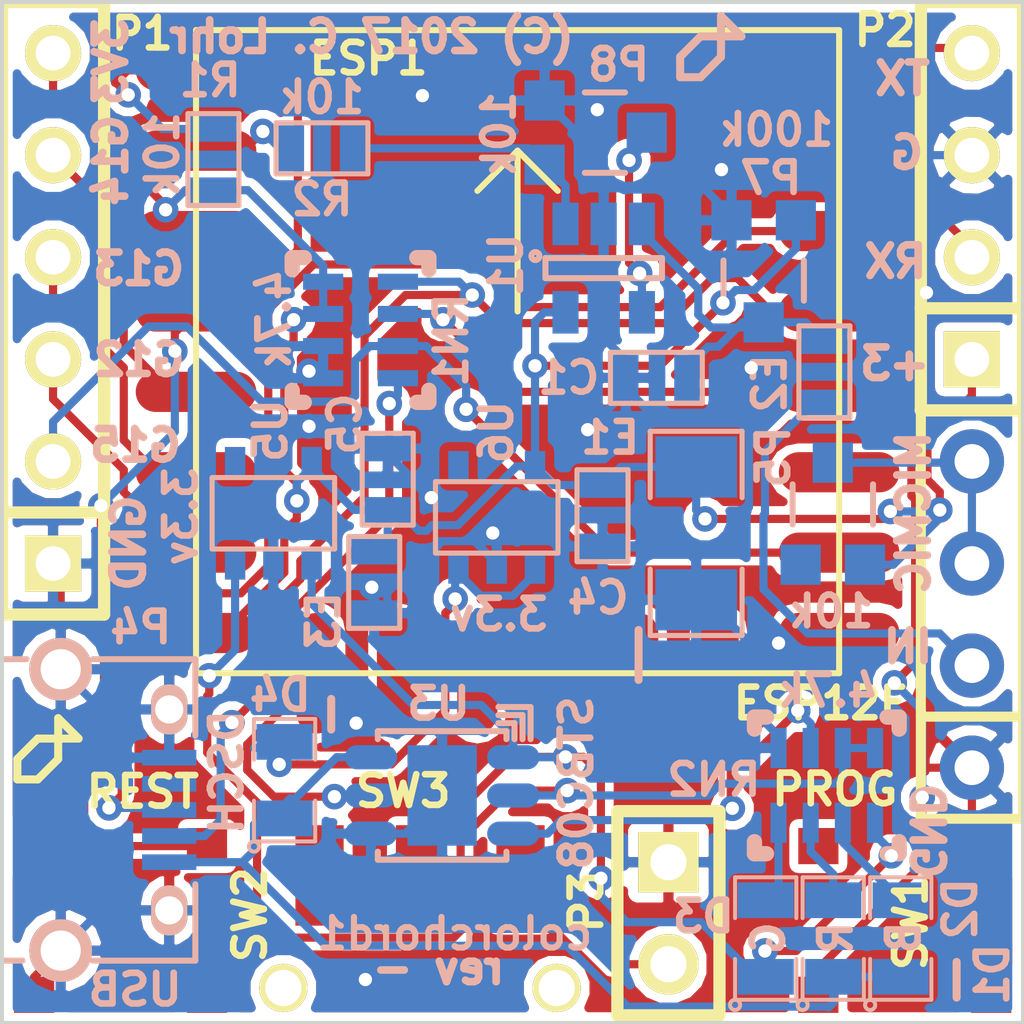
<source format=kicad_pcb>
(kicad_pcb (version 4) (host pcbnew 4.0.4+e1-6308~48~ubuntu16.04.1-stable)

  (general
    (links 85)
    (no_connects 0)
    (area 36.01847 30.528419 88.558151 64.01773)
    (thickness 1.6)
    (drawings 37)
    (tracks 538)
    (zones 0)
    (modules 30)
    (nets 29)
  )

  (page User 133.35 133.35)
  (title_block
    (title "ESPLOCALIZER (C) 2016 Charles Lohr, All Rights Reserved")
    (rev F)
  )

  (layers
    (0 F.Cu signal hide)
    (31 B.Cu signal hide)
    (32 B.Adhes user)
    (33 F.Adhes user)
    (34 B.Paste user)
    (35 F.Paste user)
    (36 B.SilkS user)
    (37 F.SilkS user)
    (38 B.Mask user)
    (39 F.Mask user)
    (40 Dwgs.User user)
    (41 Cmts.User user)
    (42 Eco1.User user)
    (43 Eco2.User user)
    (44 Edge.Cuts user)
  )

  (setup
    (last_trace_width 0.2032)
    (trace_clearance 0.19558)
    (zone_clearance 0.2159)
    (zone_45_only no)
    (trace_min 0.2032)
    (segment_width 0.2)
    (edge_width 0.1)
    (via_size 0.635)
    (via_drill 0.3302)
    (via_min_size 0.635)
    (via_min_drill 0.3302)
    (uvia_size 0.508)
    (uvia_drill 0.127)
    (uvias_allowed no)
    (uvia_min_size 0.508)
    (uvia_min_drill 0.127)
    (pcb_text_width 0.3)
    (pcb_text_size 0.762 0.762)
    (mod_edge_width 0.15)
    (mod_text_size 0.762 0.762)
    (mod_text_width 0.1651)
    (pad_size 1.397 1.397)
    (pad_drill 0.8636)
    (pad_to_mask_clearance 0.0254)
    (solder_mask_min_width 0.0254)
    (pad_to_paste_clearance -0.0254)
    (aux_axis_origin 0 0)
    (visible_elements FFFFFFFF)
    (pcbplotparams
      (layerselection 0x010fc_80000001)
      (usegerberextensions true)
      (excludeedgelayer true)
      (linewidth 0.150000)
      (plotframeref false)
      (viasonmask false)
      (mode 1)
      (useauxorigin false)
      (hpglpennumber 1)
      (hpglpenspeed 20)
      (hpglpendiameter 15)
      (hpglpenoverlay 2)
      (psnegative false)
      (psa4output false)
      (plotreference true)
      (plotvalue true)
      (plotinvisibletext false)
      (padsonsilk false)
      (subtractmaskfromsilk false)
      (outputformat 1)
      (mirror false)
      (drillshape 0)
      (scaleselection 1)
      (outputdirectory esplocalizer-tight-revF))
  )

  (net 0 "")
  (net 1 +3.3VP)
  (net 2 BAT_V37)
  (net 3 CHGS)
  (net 4 GND)
  (net 5 GP0)
  (net 6 PGMRX)
  (net 7 PGMTX)
  (net 8 PWON)
  (net 9 USB_5V)
  (net 10 nRES)
  (net 11 "Net-(D1-Pad2)")
  (net 12 "Net-(D2-Pad2)")
  (net 13 "Net-(D3-Pad2)")
  (net 14 "Net-(D4-Pad2)")
  (net 15 G14)
  (net 16 G13)
  (net 17 G12)
  (net 18 USB_DM)
  (net 19 USB_DP)
  (net 20 G15)
  (net 21 "Net-(P3-Pad2)")
  (net 22 CHARGESET)
  (net 23 "Net-(C1-Pad1)")
  (net 24 "Net-(E2-Pad1)")
  (net 25 ADC)
  (net 26 MIC)
  (net 27 "Net-(P8-Pad1)")
  (net 28 "Net-(P8-Pad2)")

  (net_class Default "This is the default net class."
    (clearance 0.19558)
    (trace_width 0.2032)
    (via_dia 0.635)
    (via_drill 0.3302)
    (uvia_dia 0.508)
    (uvia_drill 0.127)
    (add_net +3.3VP)
    (add_net ADC)
    (add_net BAT_V37)
    (add_net CHARGESET)
    (add_net CHGS)
    (add_net G12)
    (add_net G13)
    (add_net G14)
    (add_net G15)
    (add_net GND)
    (add_net GP0)
    (add_net MIC)
    (add_net "Net-(C1-Pad1)")
    (add_net "Net-(D1-Pad2)")
    (add_net "Net-(D2-Pad2)")
    (add_net "Net-(D3-Pad2)")
    (add_net "Net-(D4-Pad2)")
    (add_net "Net-(E2-Pad1)")
    (add_net "Net-(P3-Pad2)")
    (add_net "Net-(P8-Pad1)")
    (add_net "Net-(P8-Pad2)")
    (add_net PGMRX)
    (add_net PGMTX)
    (add_net PWON)
    (add_net USB_5V)
    (add_net USB_DM)
    (add_net USB_DP)
    (add_net nRES)
  )

  (module TACTILE (layer F.Cu) (tedit 588ADDF8) (tstamp 572CC7D0)
    (at 60.61 60.9 180)
    (path /570ABE81)
    (fp_text reference SW1 (at -0.1 -0.11 270) (layer F.SilkS)
      (effects (font (size 0.762 0.762) (thickness 0.1651)))
    )
    (fp_text value PROG (at 1.79 3.21 360) (layer F.SilkS)
      (effects (font (size 0.762 0.762) (thickness 0.1651)))
    )
    (pad 1 smd rect (at -2.1 -1.9 180) (size 1 0.9) (layers F.Cu F.Paste F.Mask))
    (pad 2 smd rect (at 2.2 -1.9 180) (size 1 0.9) (layers F.Cu F.Paste F.Mask)
      (net 5 GP0))
    (pad 3 smd rect (at -2.1 1.8 180) (size 1 0.9) (layers F.Cu F.Paste F.Mask)
      (net 4 GND))
    (pad 4 smd rect (at 2.2 1.8 180) (size 1 0.9) (layers F.Cu F.Paste F.Mask))
  )

  (module TACTILE (layer F.Cu) (tedit 588ADE14) (tstamp 572CC7D8)
    (at 41 61)
    (path /570ABFA4)
    (fp_text reference SW2 (at 3.27 -0.19 90) (layer F.SilkS)
      (effects (font (size 0.762 0.762) (thickness 0.1651)))
    )
    (fp_text value REST (at 0.6 -3.25) (layer F.SilkS)
      (effects (font (size 0.762 0.762) (thickness 0.1651)))
    )
    (pad 1 smd rect (at -2.1 -1.9) (size 1 0.9) (layers F.Cu F.Paste F.Mask))
    (pad 2 smd rect (at 2.2 -1.9) (size 1 0.9) (layers F.Cu F.Paste F.Mask)
      (net 10 nRES))
    (pad 3 smd rect (at -2.1 1.8) (size 1 0.9) (layers F.Cu F.Paste F.Mask)
      (net 4 GND))
    (pad 4 smd rect (at 2.2 1.8) (size 1 0.9) (layers F.Cu F.Paste F.Mask))
  )

  (module SM0805 (layer B.Cu) (tedit 588ADF88) (tstamp 572CC81C)
    (at 58.78 61.4 90)
    (path /570B018D)
    (attr smd)
    (fp_text reference D2 (at 0.74 3.16 270) (layer B.SilkS)
      (effects (font (size 0.762 0.762) (thickness 0.1651)) (justify mirror))
    )
    (fp_text value R (at 0.01778 0.06604 90) (layer B.SilkS)
      (effects (font (size 0.762 0.762) (thickness 0.1651)) (justify mirror))
    )
    (fp_circle (center -1.651 -0.762) (end -1.651 -0.635) (layer B.SilkS) (width 0.09906))
    (fp_line (start -0.508 -0.762) (end -1.524 -0.762) (layer B.SilkS) (width 0.09906))
    (fp_line (start -1.524 -0.762) (end -1.524 0.762) (layer B.SilkS) (width 0.09906))
    (fp_line (start -1.524 0.762) (end -0.508 0.762) (layer B.SilkS) (width 0.09906))
    (fp_line (start 0.508 0.762) (end 1.524 0.762) (layer B.SilkS) (width 0.09906))
    (fp_line (start 1.524 0.762) (end 1.524 -0.762) (layer B.SilkS) (width 0.09906))
    (fp_line (start 1.524 -0.762) (end 0.508 -0.762) (layer B.SilkS) (width 0.09906))
    (pad 1 smd rect (at -0.9525 0 90) (size 0.889 1.397) (layers B.Cu B.Paste B.Mask)
      (net 9 USB_5V))
    (pad 2 smd rect (at 0.9525 0 90) (size 0.889 1.397) (layers B.Cu B.Paste B.Mask)
      (net 12 "Net-(D2-Pad2)"))
    (model smd/chip_cms.wrl
      (at (xyz 0 0 0))
      (scale (xyz 0.1 0.1 0.1))
      (rotate (xyz 0 0 0))
    )
  )

  (module SM0805 (layer B.Cu) (tedit 588ADF8B) (tstamp 572CCC6E)
    (at 60.46 61.4 90)
    (path /570AFE33)
    (attr smd)
    (fp_text reference D1 (at -0.89 2.28 270) (layer B.SilkS)
      (effects (font (size 0.762 0.762) (thickness 0.1651)) (justify mirror))
    )
    (fp_text value B (at 0.0254 0.07366 90) (layer B.SilkS)
      (effects (font (size 0.762 0.762) (thickness 0.1651)) (justify mirror))
    )
    (fp_circle (center -1.651 -0.762) (end -1.651 -0.635) (layer B.SilkS) (width 0.09906))
    (fp_line (start -0.508 -0.762) (end -1.524 -0.762) (layer B.SilkS) (width 0.09906))
    (fp_line (start -1.524 -0.762) (end -1.524 0.762) (layer B.SilkS) (width 0.09906))
    (fp_line (start -1.524 0.762) (end -0.508 0.762) (layer B.SilkS) (width 0.09906))
    (fp_line (start 0.508 0.762) (end 1.524 0.762) (layer B.SilkS) (width 0.09906))
    (fp_line (start 1.524 0.762) (end 1.524 -0.762) (layer B.SilkS) (width 0.09906))
    (fp_line (start 1.524 -0.762) (end 0.508 -0.762) (layer B.SilkS) (width 0.09906))
    (pad 1 smd rect (at -0.9525 0 90) (size 0.889 1.397) (layers B.Cu B.Paste B.Mask)
      (net 9 USB_5V))
    (pad 2 smd rect (at 0.9525 0 90) (size 0.889 1.397) (layers B.Cu B.Paste B.Mask)
      (net 11 "Net-(D1-Pad2)"))
    (model smd/chip_cms.wrl
      (at (xyz 0 0 0))
      (scale (xyz 0.1 0.1 0.1))
      (rotate (xyz 0 0 0))
    )
  )

  (module SM0805 (layer B.Cu) (tedit 57928A97) (tstamp 572CCC7C)
    (at 45.13 57.46 90)
    (path /5792822F)
    (attr smd)
    (fp_text reference D4 (at 2.12 -0.11 180) (layer B.SilkS)
      (effects (font (size 0.762 0.762) (thickness 0.1651)) (justify mirror))
    )
    (fp_text value DSCH (at 0.2 -1.44 270) (layer B.SilkS)
      (effects (font (size 0.762 0.762) (thickness 0.1651)) (justify mirror))
    )
    (fp_circle (center -1.651 -0.762) (end -1.651 -0.635) (layer B.SilkS) (width 0.09906))
    (fp_line (start -0.508 -0.762) (end -1.524 -0.762) (layer B.SilkS) (width 0.09906))
    (fp_line (start -1.524 -0.762) (end -1.524 0.762) (layer B.SilkS) (width 0.09906))
    (fp_line (start -1.524 0.762) (end -0.508 0.762) (layer B.SilkS) (width 0.09906))
    (fp_line (start 0.508 0.762) (end 1.524 0.762) (layer B.SilkS) (width 0.09906))
    (fp_line (start 1.524 0.762) (end 1.524 -0.762) (layer B.SilkS) (width 0.09906))
    (fp_line (start 1.524 -0.762) (end 0.508 -0.762) (layer B.SilkS) (width 0.09906))
    (pad 1 smd rect (at -0.9525 0 90) (size 0.889 1.397) (layers B.Cu B.Paste B.Mask)
      (net 9 USB_5V))
    (pad 2 smd rect (at 0.9525 0 90) (size 0.889 1.397) (layers B.Cu B.Paste B.Mask)
      (net 14 "Net-(D4-Pad2)"))
    (model smd/chip_cms.wrl
      (at (xyz 0 0 0))
      (scale (xyz 0.1 0.1 0.1))
      (rotate (xyz 0 0 0))
    )
  )

  (module SM0805 (layer B.Cu) (tedit 588ADF93) (tstamp 572CC843)
    (at 57.1 61.4 90)
    (path /570B07B7)
    (attr smd)
    (fp_text reference D3 (at 0.55 -1.55 360) (layer B.SilkS)
      (effects (font (size 0.762 0.762) (thickness 0.1651)) (justify mirror))
    )
    (fp_text value G (at 0.01016 0.06604 90) (layer B.SilkS)
      (effects (font (size 0.762 0.762) (thickness 0.1651)) (justify mirror))
    )
    (fp_circle (center -1.651 -0.762) (end -1.651 -0.635) (layer B.SilkS) (width 0.09906))
    (fp_line (start -0.508 -0.762) (end -1.524 -0.762) (layer B.SilkS) (width 0.09906))
    (fp_line (start -1.524 -0.762) (end -1.524 0.762) (layer B.SilkS) (width 0.09906))
    (fp_line (start -1.524 0.762) (end -0.508 0.762) (layer B.SilkS) (width 0.09906))
    (fp_line (start 0.508 0.762) (end 1.524 0.762) (layer B.SilkS) (width 0.09906))
    (fp_line (start 1.524 0.762) (end 1.524 -0.762) (layer B.SilkS) (width 0.09906))
    (fp_line (start 1.524 -0.762) (end 0.508 -0.762) (layer B.SilkS) (width 0.09906))
    (pad 1 smd rect (at -0.9525 0 90) (size 0.889 1.397) (layers B.Cu B.Paste B.Mask)
      (net 2 BAT_V37))
    (pad 2 smd rect (at 0.9525 0 90) (size 0.889 1.397) (layers B.Cu B.Paste B.Mask)
      (net 13 "Net-(D3-Pad2)"))
    (model smd/chip_cms.wrl
      (at (xyz 0 0 0))
      (scale (xyz 0.1 0.1 0.1))
      (rotate (xyz 0 0 0))
    )
  )

  (module SM0603 (layer B.Cu) (tedit 588ADED5) (tstamp 572CC861)
    (at 53.04 50.88 270)
    (path /570BFC2B)
    (attr smd)
    (fp_text reference C4 (at 2.04 0.11 360) (layer B.SilkS)
      (effects (font (size 0.762 0.762) (thickness 0.1651)) (justify mirror))
    )
    (fp_text value .1uF (at 0 0 270) (layer B.SilkS) hide
      (effects (font (size 0.762 0.762) (thickness 0.1651)) (justify mirror))
    )
    (fp_line (start -1.143 0.635) (end 1.143 0.635) (layer B.SilkS) (width 0.127))
    (fp_line (start 1.143 0.635) (end 1.143 -0.635) (layer B.SilkS) (width 0.127))
    (fp_line (start 1.143 -0.635) (end -1.143 -0.635) (layer B.SilkS) (width 0.127))
    (fp_line (start -1.143 -0.635) (end -1.143 0.635) (layer B.SilkS) (width 0.127))
    (pad 1 smd rect (at -0.762 0 270) (size 0.635 1.143) (layers B.Cu B.Paste B.Mask)
      (net 1 +3.3VP))
    (pad 2 smd rect (at 0.762 0 270) (size 0.635 1.143) (layers B.Cu B.Paste B.Mask)
      (net 4 GND))
    (model smd\resistors\R0603.wrl
      (at (xyz 0 0 0.001))
      (scale (xyz 0.5 0.5 0.5))
      (rotate (xyz 0 0 0))
    )
  )

  (module SM0603 (layer B.Cu) (tedit 588AE034) (tstamp 573108C5)
    (at 43.36 42.02 270)
    (path /570B22FC)
    (attr smd)
    (fp_text reference R1 (at -1.97 0.08 360) (layer B.SilkS)
      (effects (font (size 0.762 0.762) (thickness 0.1651)) (justify mirror))
    )
    (fp_text value 10k (at -0.13 1.27 270) (layer B.SilkS)
      (effects (font (size 0.762 0.762) (thickness 0.1651)) (justify mirror))
    )
    (fp_line (start -1.143 0.635) (end 1.143 0.635) (layer B.SilkS) (width 0.127))
    (fp_line (start 1.143 0.635) (end 1.143 -0.635) (layer B.SilkS) (width 0.127))
    (fp_line (start 1.143 -0.635) (end -1.143 -0.635) (layer B.SilkS) (width 0.127))
    (fp_line (start -1.143 -0.635) (end -1.143 0.635) (layer B.SilkS) (width 0.127))
    (pad 1 smd rect (at -0.762 0 270) (size 0.635 1.143) (layers B.Cu B.Paste B.Mask)
      (net 10 nRES))
    (pad 2 smd rect (at 0.762 0 270) (size 0.635 1.143) (layers B.Cu B.Paste B.Mask)
      (net 1 +3.3VP))
    (model smd\resistors\R0603.wrl
      (at (xyz 0 0 0.001))
      (scale (xyz 0.5 0.5 0.5))
      (rotate (xyz 0 0 0))
    )
  )

  (module SM0603 (layer B.Cu) (tedit 588AE7AF) (tstamp 572CC8BB)
    (at 47.69612 49.97196 90)
    (path /570AA6EA)
    (attr smd)
    (fp_text reference C5 (at 1.37196 -1.06612 90) (layer B.SilkS)
      (effects (font (size 0.762 0.762) (thickness 0.1651)) (justify mirror))
    )
    (fp_text value .1uF (at 0 0 90) (layer B.SilkS) hide
      (effects (font (size 0.762 0.762) (thickness 0.1651)) (justify mirror))
    )
    (fp_line (start -1.143 0.635) (end 1.143 0.635) (layer B.SilkS) (width 0.127))
    (fp_line (start 1.143 0.635) (end 1.143 -0.635) (layer B.SilkS) (width 0.127))
    (fp_line (start 1.143 -0.635) (end -1.143 -0.635) (layer B.SilkS) (width 0.127))
    (fp_line (start -1.143 -0.635) (end -1.143 0.635) (layer B.SilkS) (width 0.127))
    (pad 1 smd rect (at -0.762 0 90) (size 0.635 1.143) (layers B.Cu B.Paste B.Mask)
      (net 1 +3.3VP))
    (pad 2 smd rect (at 0.762 0 90) (size 0.635 1.143) (layers B.Cu B.Paste B.Mask)
      (net 4 GND))
    (model smd\resistors\R0603.wrl
      (at (xyz 0 0 0.001))
      (scale (xyz 0.5 0.5 0.5))
      (rotate (xyz 0 0 0))
    )
  )

  (module SM0603 (layer B.Cu) (tedit 57475C2D) (tstamp 572CC8D9)
    (at 47.36 52.54 270)
    (path /570AAFB9)
    (attr smd)
    (fp_text reference E3 (at 0.96 1.26 270) (layer B.SilkS)
      (effects (font (size 0.762 0.762) (thickness 0.1651)) (justify mirror))
    )
    (fp_text value 10uF (at 3.7338 -1.03124 270) (layer B.SilkS) hide
      (effects (font (size 0.762 0.762) (thickness 0.1651)) (justify mirror))
    )
    (fp_line (start -1.143 0.635) (end 1.143 0.635) (layer B.SilkS) (width 0.127))
    (fp_line (start 1.143 0.635) (end 1.143 -0.635) (layer B.SilkS) (width 0.127))
    (fp_line (start 1.143 -0.635) (end -1.143 -0.635) (layer B.SilkS) (width 0.127))
    (fp_line (start -1.143 -0.635) (end -1.143 0.635) (layer B.SilkS) (width 0.127))
    (pad 1 smd rect (at -0.762 0 270) (size 0.635 1.143) (layers B.Cu B.Paste B.Mask)
      (net 1 +3.3VP))
    (pad 2 smd rect (at 0.762 0 270) (size 0.635 1.143) (layers B.Cu B.Paste B.Mask)
      (net 4 GND))
    (model smd\resistors\R0603.wrl
      (at (xyz 0 0 0.001))
      (scale (xyz 0.5 0.5 0.5))
      (rotate (xyz 0 0 0))
    )
  )

  (module SIL-6 (layer F.Cu) (tedit 588AEA20) (tstamp 572CC910)
    (at 39.37 45.72 90)
    (descr "Connecteur 6 pins")
    (tags "CONN DEV")
    (path /570AC53C)
    (fp_text reference P1 (at 6.833 2.2206 180) (layer F.SilkS)
      (effects (font (size 0.762 0.762) (thickness 0.1651)))
    )
    (fp_text value Extra (at 0 -2.54 90) (layer F.SilkS) hide
      (effects (font (size 0.762 0.762) (thickness 0.1651)))
    )
    (fp_line (start -7.62 1.27) (end -7.62 -1.27) (layer F.SilkS) (width 0.3048))
    (fp_line (start -7.62 -1.27) (end 7.62 -1.27) (layer F.SilkS) (width 0.3048))
    (fp_line (start 7.62 -1.27) (end 7.62 1.27) (layer F.SilkS) (width 0.3048))
    (fp_line (start 7.62 1.27) (end -7.62 1.27) (layer F.SilkS) (width 0.3048))
    (fp_line (start -5.08 1.27) (end -5.08 -1.27) (layer F.SilkS) (width 0.3048))
    (pad 1 thru_hole rect (at -6.35 0 90) (size 1.397 1.397) (drill 0.8636) (layers *.Cu *.Mask F.SilkS)
      (net 4 GND))
    (pad 2 thru_hole circle (at -3.81 0 90) (size 1.397 1.397) (drill 0.8636) (layers *.Cu *.Mask F.SilkS)
      (net 20 G15))
    (pad 3 thru_hole circle (at -1.27 0 90) (size 1.397 1.397) (drill 0.8636) (layers *.Cu *.Mask F.SilkS)
      (net 17 G12))
    (pad 4 thru_hole circle (at 1.27 0 90) (size 1.397 1.397) (drill 0.8636) (layers *.Cu *.Mask F.SilkS)
      (net 16 G13))
    (pad 5 thru_hole circle (at 3.81 0 90) (size 1.397 1.397) (drill 0.8636) (layers *.Cu *.Mask F.SilkS)
      (net 15 G14))
    (pad 6 thru_hole circle (at 6.35 0 90) (size 1.397 1.397) (drill 0.8636) (layers *.Cu *.Mask F.SilkS)
      (net 1 +3.3VP))
  )

  (module SIL-4 (layer F.Cu) (tedit 588AEA0A) (tstamp 57477360)
    (at 62.23 43.18 90)
    (descr "Connecteur 4 pibs")
    (tags "CONN DEV")
    (path /570AD8CD)
    (fp_text reference P2 (at 4.383 -2.16 180) (layer F.SilkS)
      (effects (font (size 0.762 0.762) (thickness 0.1651)))
    )
    (fp_text value PGM (at 0 -2.54 90) (layer F.SilkS) hide
      (effects (font (size 0.762 0.762) (thickness 0.1651)))
    )
    (fp_line (start -5.08 -1.27) (end -5.08 -1.27) (layer F.SilkS) (width 0.3048))
    (fp_line (start -5.08 1.27) (end -5.08 -1.27) (layer F.SilkS) (width 0.3048))
    (fp_line (start -5.08 -1.27) (end -5.08 -1.27) (layer F.SilkS) (width 0.3048))
    (fp_line (start -5.08 -1.27) (end 5.08 -1.27) (layer F.SilkS) (width 0.3048))
    (fp_line (start 5.08 -1.27) (end 5.08 1.27) (layer F.SilkS) (width 0.3048))
    (fp_line (start 5.08 1.27) (end -5.08 1.27) (layer F.SilkS) (width 0.3048))
    (fp_line (start -2.54 1.27) (end -2.54 -1.27) (layer F.SilkS) (width 0.3048))
    (pad 1 thru_hole rect (at -3.81 0 90) (size 1.397 1.397) (drill 0.8636) (layers *.Cu *.Mask F.SilkS)
      (net 1 +3.3VP))
    (pad 2 thru_hole circle (at -1.27 0 90) (size 1.397 1.397) (drill 0.8636) (layers *.Cu *.Mask F.SilkS)
      (net 6 PGMRX))
    (pad 3 thru_hole circle (at 1.27 0 90) (size 1.397 1.397) (drill 0.8636) (layers *.Cu *.Mask F.SilkS)
      (net 4 GND))
    (pad 4 thru_hole circle (at 3.81 0 90) (size 1.397 1.397) (drill 0.8636) (layers *.Cu *.Mask F.SilkS)
      (net 7 PGMTX))
  )

  (module SIL-2 (layer F.Cu) (tedit 586AF387) (tstamp 572CC929)
    (at 54.68 60.77 270)
    (descr "Connecteurs 2 pins")
    (tags "CONN DEV")
    (path /570AD784)
    (fp_text reference P3 (at -0.2794 2.04216 270) (layer F.SilkS)
      (effects (font (size 0.762 0.762) (thickness 0.1651)))
    )
    (fp_text value BATTERY (at 0 -2.54 270) (layer F.SilkS) hide
      (effects (font (size 0.762 0.762) (thickness 0.1651)))
    )
    (fp_line (start -2.54 1.27) (end -2.54 -1.27) (layer F.SilkS) (width 0.3048))
    (fp_line (start -2.54 -1.27) (end 2.54 -1.27) (layer F.SilkS) (width 0.3048))
    (fp_line (start 2.54 -1.27) (end 2.54 1.27) (layer F.SilkS) (width 0.3048))
    (fp_line (start 2.54 1.27) (end -2.54 1.27) (layer F.SilkS) (width 0.3048))
    (pad 1 thru_hole rect (at -1.27 0 270) (size 1.5 1.5) (drill 0.9) (layers *.Cu *.Mask F.SilkS)
      (net 4 GND))
    (pad 2 thru_hole circle (at 1.27 0 270) (size 1.5 1.5) (drill 0.9) (layers *.Cu *.Mask F.SilkS)
      (net 21 "Net-(P3-Pad2)"))
  )

  (module NETWORK1206 (layer B.Cu) (tedit 588AE03C) (tstamp 572CC93D)
    (at 47.02 46.26 270)
    (path /570AAA2C)
    (fp_text reference RN1 (at 0.25 -2.26 270) (layer B.SilkS)
      (effects (font (size 0.762 0.762) (thickness 0.1651)) (justify mirror))
    )
    (fp_text value 4.7k (at -0.27 2.15 270) (layer B.SilkS)
      (effects (font (size 0.762 0.762) (thickness 0.1651)) (justify mirror))
    )
    (fp_line (start 1.8 -1.4) (end 1.8 -1.7) (layer B.SilkS) (width 0.381))
    (fp_line (start 1.8 -1.7) (end 1.5 -1.7) (layer B.SilkS) (width 0.381))
    (fp_line (start -1.8 1.4) (end -1.8 1.7) (layer B.SilkS) (width 0.381))
    (fp_line (start -1.8 1.7) (end -1.5 1.7) (layer B.SilkS) (width 0.381))
    (fp_line (start 1.5 1.7) (end 1.8 1.7) (layer B.SilkS) (width 0.381))
    (fp_line (start 1.8 1.7) (end 1.8 1.4) (layer B.SilkS) (width 0.381))
    (fp_line (start -1.8 -1.4) (end -1.8 -1.7) (layer B.SilkS) (width 0.381))
    (fp_line (start -1.8 -1.7) (end -1.5 -1.7) (layer B.SilkS) (width 0.381))
    (pad 1 smd rect (at -1.2 -0.93 270) (size 0.4 1) (layers B.Cu B.Paste B.Mask)
      (net 18 USB_DM))
    (pad 2 smd rect (at -0.4 -0.93 270) (size 0.4 1) (layers B.Cu B.Paste B.Mask)
      (net 5 GP0))
    (pad 3 smd rect (at 0.4 -0.93 270) (size 0.4 1) (layers B.Cu B.Paste B.Mask)
      (net 20 G15))
    (pad 4 smd rect (at 1.2 -0.93 270) (size 0.4 1) (layers B.Cu B.Paste B.Mask)
      (net 22 CHARGESET))
    (pad 5 smd rect (at 1.2 0.93 270) (size 0.4 1) (layers B.Cu B.Paste B.Mask)
      (net 4 GND))
    (pad 6 smd rect (at 0.4 0.93 270) (size 0.4 1) (layers B.Cu B.Paste B.Mask)
      (net 4 GND))
    (pad 7 smd rect (at -0.4 0.93 270) (size 0.4 1) (layers B.Cu B.Paste B.Mask)
      (net 1 +3.3VP))
    (pad 8 smd rect (at -1.2 0.93 270) (size 0.4 1) (layers B.Cu B.Paste B.Mask)
      (net 1 +3.3VP))
  )

  (module NETWORK1206 (layer B.Cu) (tedit 588ADF95) (tstamp 572CC951)
    (at 58.62 57.59 180)
    (path /570B07FC)
    (fp_text reference RN2 (at 2.81 0.14 180) (layer B.SilkS)
      (effects (font (size 0.762 0.762) (thickness 0.1651)) (justify mirror))
    )
    (fp_text value 4.7k (at -0.033 2.356 180) (layer B.SilkS)
      (effects (font (size 0.762 0.762) (thickness 0.1651)) (justify mirror))
    )
    (fp_line (start 1.8 -1.4) (end 1.8 -1.7) (layer B.SilkS) (width 0.381))
    (fp_line (start 1.8 -1.7) (end 1.5 -1.7) (layer B.SilkS) (width 0.381))
    (fp_line (start -1.8 1.4) (end -1.8 1.7) (layer B.SilkS) (width 0.381))
    (fp_line (start -1.8 1.7) (end -1.5 1.7) (layer B.SilkS) (width 0.381))
    (fp_line (start 1.5 1.7) (end 1.8 1.7) (layer B.SilkS) (width 0.381))
    (fp_line (start 1.8 1.7) (end 1.8 1.4) (layer B.SilkS) (width 0.381))
    (fp_line (start -1.8 -1.4) (end -1.8 -1.7) (layer B.SilkS) (width 0.381))
    (fp_line (start -1.8 -1.7) (end -1.5 -1.7) (layer B.SilkS) (width 0.381))
    (pad 1 smd rect (at -1.2 -0.93 180) (size 0.4 1) (layers B.Cu B.Paste B.Mask)
      (net 2 BAT_V37))
    (pad 2 smd rect (at -0.4 -0.93 180) (size 0.4 1) (layers B.Cu B.Paste B.Mask)
      (net 11 "Net-(D1-Pad2)"))
    (pad 3 smd rect (at 0.4 -0.93 180) (size 0.4 1) (layers B.Cu B.Paste B.Mask)
      (net 12 "Net-(D2-Pad2)"))
    (pad 4 smd rect (at 1.2 -0.93 180) (size 0.4 1) (layers B.Cu B.Paste B.Mask)
      (net 13 "Net-(D3-Pad2)"))
    (pad 5 smd rect (at 1.2 0.93 180) (size 0.4 1) (layers B.Cu B.Paste B.Mask)
      (net 4 GND))
    (pad 6 smd rect (at 0.4 0.93 180) (size 0.4 1) (layers B.Cu B.Paste B.Mask)
      (net 3 CHGS))
    (pad 7 smd rect (at -0.4 0.93 180) (size 0.4 1) (layers B.Cu B.Paste B.Mask)
      (net 8 PWON))
    (pad 8 smd rect (at -1.2 0.93 180) (size 0.4 1) (layers B.Cu B.Paste B.Mask)
      (net 8 PWON))
  )

  (module JS_SWITCH (layer F.Cu) (tedit 588AE75E) (tstamp 572CC982)
    (at 48.5 61.13)
    (path /57461A12)
    (fp_text reference SW3 (at -0.42 -3.4 180) (layer F.SilkS)
      (effects (font (size 0.762 0.762) (thickness 0.1651)))
    )
    (fp_text value SWITCH_INV (at 0 2) (layer F.SilkS) hide
      (effects (font (size 0.762 0.762) (thickness 0.1651)))
    )
    (pad 4 thru_hole circle (at -3.4 1.5) (size 1.2 1.2) (drill 0.9) (layers *.Cu *.Mask F.SilkS))
    (pad 5 thru_hole circle (at 3.4 1.5) (size 1.2 1.2) (drill 0.9) (layers *.Cu *.Mask F.SilkS))
    (pad 1 smd rect (at -2.5 -1.3) (size 1.2 2.5) (layers F.Cu F.Paste F.Mask))
    (pad 2 smd rect (at 0 -1.3) (size 1.2 2.5) (layers F.Cu F.Paste F.Mask)
      (net 2 BAT_V37))
    (pad 3 smd rect (at 2.5 -1.3) (size 1.2 2.5) (layers F.Cu F.Paste F.Mask)
      (net 21 "Net-(P3-Pad2)"))
  )

  (module ESP12E (layer F.Cu) (tedit 588ADDFD) (tstamp 572CC9A6)
    (at 50.927 42.799)
    (path /570A9800)
    (fp_text reference ESP1 (at -3.7084 -3.29184) (layer F.SilkS)
      (effects (font (size 0.762 0.762) (thickness 0.1651)))
    )
    (fp_text value ESP12F (at 7.533 12.751 180) (layer F.SilkS)
      (effects (font (size 0.762 0.762) (thickness 0.1651)))
    )
    (fp_line (start 0 -1) (end -1 0) (layer F.SilkS) (width 0.15))
    (fp_line (start 0 -1) (end 1 0) (layer F.SilkS) (width 0.15))
    (fp_line (start 0 -1) (end 0 3) (layer F.SilkS) (width 0.15))
    (fp_line (start -8 12) (end -8 -4) (layer F.SilkS) (width 0.15))
    (fp_line (start -8 -4) (end 8 -4) (layer F.SilkS) (width 0.15))
    (fp_line (start 8 -4) (end 8 12) (layer F.SilkS) (width 0.15))
    (fp_line (start 8 -12) (end -8 -12) (layer Dwgs.User) (width 0.15))
    (fp_line (start -8 -12) (end -8 12) (layer Dwgs.User) (width 0.15))
    (fp_line (start -8 12) (end 8 12) (layer F.SilkS) (width 0.15))
    (fp_line (start 8 12) (end 8 -12) (layer Dwgs.User) (width 0.15))
    (pad 1 smd oval (at -8 -3) (size 3 1) (layers F.Cu F.Paste F.Mask)
      (net 10 nRES))
    (pad 2 smd oval (at -8 -1) (size 3 1) (layers F.Cu F.Paste F.Mask)
      (net 25 ADC))
    (pad 3 smd oval (at -8 1) (size 3 1) (layers F.Cu F.Paste F.Mask)
      (net 1 +3.3VP))
    (pad 4 smd oval (at -8 3) (size 3 1) (layers F.Cu F.Paste F.Mask)
      (net 10 nRES))
    (pad 5 smd oval (at -8 5) (size 3 1) (layers F.Cu F.Paste F.Mask)
      (net 15 G14))
    (pad 6 smd oval (at -8 7) (size 3 1) (layers F.Cu F.Paste F.Mask)
      (net 16 G13))
    (pad 7 smd oval (at -8 9) (size 3 1) (layers F.Cu F.Paste F.Mask)
      (net 17 G12))
    (pad 8 smd oval (at -8 11) (size 3 1) (layers F.Cu F.Paste F.Mask)
      (net 1 +3.3VP))
    (pad 9 smd oval (at -5 12 90) (size 3 1) (layers F.Cu F.Paste F.Mask))
    (pad 10 smd oval (at -3 12 90) (size 3 1) (layers F.Cu F.Paste F.Mask))
    (pad 11 smd oval (at -1 12 90) (size 3 1) (layers F.Cu F.Paste F.Mask))
    (pad 12 smd oval (at 1 12 90) (size 3 1) (layers F.Cu F.Paste F.Mask))
    (pad 13 smd oval (at 3 12 90) (size 3 1) (layers F.Cu F.Paste F.Mask))
    (pad 14 smd oval (at 5 12 90) (size 3 1) (layers F.Cu F.Paste F.Mask))
    (pad 15 smd oval (at 8 11 180) (size 3 1) (layers F.Cu F.Paste F.Mask)
      (net 4 GND))
    (pad 16 smd oval (at 8 9 180) (size 3 1) (layers F.Cu F.Paste F.Mask)
      (net 20 G15))
    (pad 17 smd oval (at 8 7 180) (size 3 1) (layers F.Cu F.Paste F.Mask))
    (pad 18 smd oval (at 8 5 180) (size 3 1) (layers F.Cu F.Paste F.Mask)
      (net 5 GP0))
    (pad 19 smd oval (at 8 3 180) (size 3 1) (layers F.Cu F.Paste F.Mask)
      (net 18 USB_DM))
    (pad 20 smd oval (at 8 1 180) (size 3 1) (layers F.Cu F.Paste F.Mask)
      (net 19 USB_DP))
    (pad 21 smd oval (at 8 -1 180) (size 3 1) (layers F.Cu F.Paste F.Mask)
      (net 6 PGMRX))
    (pad 22 smd oval (at 8 -3 180) (size 3 1) (layers F.Cu F.Paste F.Mask)
      (net 7 PGMTX))
  )

  (module USBMicroB-10118194-0001LF (layer B.Cu) (tedit 588ADE54) (tstamp 57461070)
    (at 39.56 58.2 90)
    (path /57461292)
    (fp_text reference P4 (at 4.54 1.99 180) (layer B.SilkS)
      (effects (font (size 0.762 0.762) (thickness 0.1651)) (justify mirror))
    )
    (fp_text value USB (at -4.47 1.85 180) (layer B.SilkS)
      (effects (font (size 0.762 0.762) (thickness 0.1651)) (justify mirror))
    )
    (fp_line (start 1.85 3.35) (end 3.75 3.35) (layer B.SilkS) (width 0.15))
    (fp_line (start 3.75 3.35) (end 3.75 0.8) (layer B.SilkS) (width 0.15))
    (fp_line (start -3.75 0.8) (end -3.75 3.35) (layer B.SilkS) (width 0.15))
    (fp_line (start -3.75 3.35) (end -1.85 3.35) (layer B.SilkS) (width 0.15))
    (fp_line (start 3.75 -2) (end 3.75 -0.85) (layer B.SilkS) (width 0.15))
    (fp_line (start -3.75 -2) (end -3.75 -0.95) (layer B.SilkS) (width 0.15))
    (fp_line (start -2.35 -2) (end -3.75 -2) (layer B.SilkS) (width 0.15))
    (fp_line (start 2.35 -2) (end 3.75 -2) (layer B.SilkS) (width 0.15))
    (fp_line (start -2.35 -2) (end 2.35 -2) (layer B.SilkS) (width 0.15))
    (pad 1 smd rect (at -1.3 2.7 90) (size 0.39 1.35) (layers B.Cu B.Paste B.Mask)
      (net 9 USB_5V))
    (pad 2 smd rect (at -0.65 2.7 90) (size 0.39 1.35) (layers B.Cu B.Paste B.Mask)
      (net 18 USB_DM))
    (pad 3 smd rect (at 0 2.7 90) (size 0.39 1.35) (layers B.Cu B.Paste B.Mask)
      (net 19 USB_DP))
    (pad 4 smd rect (at 0.65 2.7 90) (size 0.39 1.35) (layers B.Cu B.Paste B.Mask))
    (pad 5 smd rect (at 1.3 2.7 90) (size 0.39 1.35) (layers B.Cu B.Paste B.Mask)
      (net 4 GND))
    (pad 6 thru_hole oval (at 3.5 0 90) (size 1.56 1.56) (drill oval 1) (layers *.Cu *.Mask B.SilkS)
      (net 4 GND))
    (pad 7 thru_hole oval (at -3.5 0 90) (size 1.56 1.56) (drill oval 1) (layers *.Cu *.Mask B.SilkS)
      (net 4 GND))
    (pad 8 thru_hole oval (at 2.5 2.7 90) (size 1.25 0.9) (drill oval 0.7) (layers *.Cu *.Mask B.SilkS)
      (net 4 GND))
    (pad 9 thru_hole oval (at -2.5 2.7 90) (size 1.25 0.9) (drill oval 0.7) (layers *.Cu *.Mask B.SilkS)
      (net 4 GND))
  )

  (module SOT23-5 (layer B.Cu) (tedit 5792886D) (tstamp 57465A1A)
    (at 44.85132 50.82032 180)
    (path /57474F11)
    (attr smd)
    (fp_text reference U5 (at 0.07132 2.06032 270) (layer B.SilkS)
      (effects (font (size 0.762 0.762) (thickness 0.1651)) (justify mirror))
    )
    (fp_text value 3.3v (at 2.30132 -0.07968 450) (layer B.SilkS)
      (effects (font (size 0.762 0.762) (thickness 0.1651)) (justify mirror))
    )
    (fp_line (start 1.524 0.889) (end 1.524 -0.889) (layer B.SilkS) (width 0.127))
    (fp_line (start 1.524 -0.889) (end -1.524 -0.889) (layer B.SilkS) (width 0.127))
    (fp_line (start -1.524 -0.889) (end -1.524 0.889) (layer B.SilkS) (width 0.127))
    (fp_line (start -1.524 0.889) (end 1.524 0.889) (layer B.SilkS) (width 0.127))
    (pad 1 smd rect (at -0.9525 -1.27 180) (size 0.508 0.762) (layers B.Cu B.Paste B.Mask)
      (net 2 BAT_V37))
    (pad 3 smd rect (at 0.9525 -1.27 180) (size 0.508 0.762) (layers B.Cu B.Paste B.Mask)
      (net 8 PWON))
    (pad 5 smd rect (at -0.9525 1.27 180) (size 0.508 0.762) (layers B.Cu B.Paste B.Mask)
      (net 1 +3.3VP))
    (pad 2 smd rect (at 0 -1.27 180) (size 0.508 0.762) (layers B.Cu B.Paste B.Mask)
      (net 4 GND))
    (pad 4 smd rect (at 0.9525 1.27 180) (size 0.508 0.762) (layers B.Cu B.Paste B.Mask))
    (model smd/SOT23_5.wrl
      (at (xyz 0 0 0))
      (scale (xyz 0.1 0.1 0.1))
      (rotate (xyz 0 0 0))
    )
  )

  (module SOT23-5 (layer B.Cu) (tedit 588ADEDA) (tstamp 57465A29)
    (at 50.40884 50.92192 180)
    (path /574752B8)
    (attr smd)
    (fp_text reference U6 (at 0.00884 2.12192 270) (layer B.SilkS)
      (effects (font (size 0.762 0.762) (thickness 0.1651)) (justify mirror))
    )
    (fp_text value 3.3v (at -0.05116 -2.41808 180) (layer B.SilkS)
      (effects (font (size 0.762 0.762) (thickness 0.1651)) (justify mirror))
    )
    (fp_line (start 1.524 0.889) (end 1.524 -0.889) (layer B.SilkS) (width 0.127))
    (fp_line (start 1.524 -0.889) (end -1.524 -0.889) (layer B.SilkS) (width 0.127))
    (fp_line (start -1.524 -0.889) (end -1.524 0.889) (layer B.SilkS) (width 0.127))
    (fp_line (start -1.524 0.889) (end 1.524 0.889) (layer B.SilkS) (width 0.127))
    (pad 1 smd rect (at -0.9525 -1.27 180) (size 0.508 0.762) (layers B.Cu B.Paste B.Mask)
      (net 14 "Net-(D4-Pad2)"))
    (pad 3 smd rect (at 0.9525 -1.27 180) (size 0.508 0.762) (layers B.Cu B.Paste B.Mask)
      (net 14 "Net-(D4-Pad2)"))
    (pad 5 smd rect (at -0.9525 1.27 180) (size 0.508 0.762) (layers B.Cu B.Paste B.Mask)
      (net 1 +3.3VP))
    (pad 2 smd rect (at 0 -1.27 180) (size 0.508 0.762) (layers B.Cu B.Paste B.Mask)
      (net 4 GND))
    (pad 4 smd rect (at 0.9525 1.27 180) (size 0.508 0.762) (layers B.Cu B.Paste B.Mask))
    (model smd/SOT23_5.wrl
      (at (xyz 0 0 0))
      (scale (xyz 0.1 0.1 0.1))
      (rotate (xyz 0 0 0))
    )
  )

  (module DFN6PAD (layer B.Cu) (tedit 57928414) (tstamp 572CC7F0)
    (at 49.05 57.84 180)
    (path /5792831F)
    (fp_text reference U3 (at 0.09 2.28 180) (layer B.SilkS)
      (effects (font (size 0.762 0.762) (thickness 0.1651)) (justify mirror))
    )
    (fp_text value STBC08 (at -3.34 0.31 270) (layer B.SilkS)
      (effects (font (size 0.762 0.762) (thickness 0.1651)) (justify mirror))
    )
    (fp_line (start -1.6 -1.4) (end -1.6 -1.6) (layer B.SilkS) (width 0.15))
    (fp_line (start -1.6 -1.6) (end 1.6 -1.6) (layer B.SilkS) (width 0.15))
    (fp_line (start 1.6 -1.6) (end 1.6 -1.4) (layer B.SilkS) (width 0.15))
    (fp_line (start -2.2 1.4) (end -2.2 2.2) (layer B.SilkS) (width 0.15))
    (fp_line (start -2.2 2.2) (end -1.4 2.2) (layer B.SilkS) (width 0.15))
    (fp_line (start -1.4 2) (end -2 2) (layer B.SilkS) (width 0.15))
    (fp_line (start -2 2) (end -2 1.4) (layer B.SilkS) (width 0.15))
    (fp_line (start -1.8 1.4) (end -1.8 1.6) (layer B.SilkS) (width 0.15))
    (fp_line (start -1.8 1.6) (end -1.8 1.8) (layer B.SilkS) (width 0.15))
    (fp_line (start -1.8 1.8) (end -1.4 1.8) (layer B.SilkS) (width 0.15))
    (fp_line (start 0 1.6) (end -1.6 1.6) (layer B.SilkS) (width 0.15))
    (fp_line (start -1.6 1.6) (end -1.6 1.4) (layer B.SilkS) (width 0.15))
    (fp_line (start 0 1.6) (end 1.6 1.6) (layer B.SilkS) (width 0.15))
    (fp_line (start 1.6 1.6) (end 1.6 1.4) (layer B.SilkS) (width 0.15))
    (pad 1 smd oval (at -1.77 0.95 180) (size 1.3 0.6) (layers B.Cu B.Paste B.Mask)
      (net 2 BAT_V37))
    (pad 2 smd oval (at -1.77 0 180) (size 1.3 0.6) (layers B.Cu B.Paste B.Mask)
      (net 8 PWON))
    (pad 3 smd oval (at -1.77 -0.95 180) (size 1.3 0.6) (layers B.Cu B.Paste B.Mask)
      (net 3 CHGS))
    (pad 4 smd oval (at 1.77 -0.95 180) (size 1.3 0.6) (layers B.Cu B.Paste B.Mask)
      (net 4 GND))
    (pad 5 smd oval (at 1.77 0 180) (size 1.3 0.6) (layers B.Cu B.Paste B.Mask)
      (net 22 CHARGESET))
    (pad 6 smd oval (at 1.77 0.95 180) (size 1.3 0.6) (layers B.Cu B.Paste B.Mask)
      (net 9 USB_5V))
    (pad 7 smd rect (at 0 0 180) (size 1.725 2.5) (layers B.Cu B.Paste B.Mask)
      (net 4 GND))
  )

  (module SM1206 (layer B.Cu) (tedit 42806E24) (tstamp 57928A32)
    (at 55.37 51.32 270)
    (path /579292DE)
    (attr smd)
    (fp_text reference E1 (at -2.38 2.14 360) (layer B.SilkS)
      (effects (font (size 0.762 0.762) (thickness 0.1651)) (justify mirror))
    )
    (fp_text value 100uF (at 0 0 270) (layer B.SilkS) hide
      (effects (font (size 0.762 0.762) (thickness 0.1651)) (justify mirror))
    )
    (fp_line (start -2.54 1.143) (end -2.54 -1.143) (layer B.SilkS) (width 0.127))
    (fp_line (start -2.54 -1.143) (end -0.889 -1.143) (layer B.SilkS) (width 0.127))
    (fp_line (start 0.889 1.143) (end 2.54 1.143) (layer B.SilkS) (width 0.127))
    (fp_line (start 2.54 1.143) (end 2.54 -1.143) (layer B.SilkS) (width 0.127))
    (fp_line (start 2.54 -1.143) (end 0.889 -1.143) (layer B.SilkS) (width 0.127))
    (fp_line (start -0.889 1.143) (end -2.54 1.143) (layer B.SilkS) (width 0.127))
    (pad 1 smd rect (at -1.651 0 270) (size 1.524 2.032) (layers B.Cu B.Paste B.Mask)
      (net 1 +3.3VP))
    (pad 2 smd rect (at 1.651 0 270) (size 1.524 2.032) (layers B.Cu B.Paste B.Mask)
      (net 4 GND))
    (model smd/chip_cms.wrl
      (at (xyz 0 0 0))
      (scale (xyz 0.17 0.16 0.16))
      (rotate (xyz 0 0 0))
    )
  )

  (module SM0603 (layer B.Cu) (tedit 57C0B07D) (tstamp 588ADCE6)
    (at 54.38 47.45 180)
    (path /588B0374)
    (attr smd)
    (fp_text reference C1 (at 2.18 0 180) (layer B.SilkS)
      (effects (font (size 0.762 0.762) (thickness 0.1651)) (justify mirror))
    )
    (fp_text value np (at 0 -1.27 180) (layer B.SilkS) hide
      (effects (font (size 0.762 0.762) (thickness 0.1651)) (justify mirror))
    )
    (fp_line (start -1.143 0.635) (end 1.143 0.635) (layer B.SilkS) (width 0.127))
    (fp_line (start 1.143 0.635) (end 1.143 -0.635) (layer B.SilkS) (width 0.127))
    (fp_line (start 1.143 -0.635) (end -1.143 -0.635) (layer B.SilkS) (width 0.127))
    (fp_line (start -1.143 -0.635) (end -1.143 0.635) (layer B.SilkS) (width 0.127))
    (pad 1 smd rect (at -0.762 0 180) (size 0.635 1.143) (layers B.Cu B.Paste B.Mask)
      (net 23 "Net-(C1-Pad1)"))
    (pad 2 smd rect (at 0.762 0 180) (size 0.635 1.143) (layers B.Cu B.Paste B.Mask)
      (net 4 GND))
    (model smd\resistors\R0603.wrl
      (at (xyz 0 0 0.001))
      (scale (xyz 0.5 0.5 0.5))
      (rotate (xyz 0 0 0))
    )
  )

  (module SM0603 (layer B.Cu) (tedit 588AE0A7) (tstamp 588ADCF0)
    (at 58.56 47.3 90)
    (path /58899C09)
    (attr smd)
    (fp_text reference E2 (at -0.29 -1.36 270) (layer B.SilkS)
      (effects (font (size 0.762 0.762) (thickness 0.1651)) (justify mirror))
    )
    (fp_text value 10uF (at 0 -1.27 90) (layer B.SilkS) hide
      (effects (font (size 0.762 0.762) (thickness 0.1651)) (justify mirror))
    )
    (fp_line (start -1.143 0.635) (end 1.143 0.635) (layer B.SilkS) (width 0.127))
    (fp_line (start 1.143 0.635) (end 1.143 -0.635) (layer B.SilkS) (width 0.127))
    (fp_line (start 1.143 -0.635) (end -1.143 -0.635) (layer B.SilkS) (width 0.127))
    (fp_line (start -1.143 -0.635) (end -1.143 0.635) (layer B.SilkS) (width 0.127))
    (pad 1 smd rect (at -0.762 0 90) (size 0.635 1.143) (layers B.Cu B.Paste B.Mask)
      (net 24 "Net-(E2-Pad1)"))
    (pad 2 smd rect (at 0.762 0 90) (size 0.635 1.143) (layers B.Cu B.Paste B.Mask)
      (net 23 "Net-(C1-Pad1)"))
    (model smd\resistors\R0603.wrl
      (at (xyz 0 0 0.001))
      (scale (xyz 0.5 0.5 0.5))
      (rotate (xyz 0 0 0))
    )
  )

  (module TRIMMER-PVZ2A (layer B.Cu) (tedit 588AE95D) (tstamp 588ADCF9)
    (at 58.77 52.1 180)
    (path /588998F4)
    (fp_text reference P5 (at 1.48 2.68 270) (layer B.SilkS)
      (effects (font (size 0.762 0.762) (thickness 0.1651)) (justify mirror))
    )
    (fp_text value 10k (at 0.04 -1.16 180) (layer B.SilkS)
      (effects (font (size 0.762 0.762) (thickness 0.1651)) (justify mirror))
    )
    (fp_line (start 1 2) (end 1 1) (layer B.SilkS) (width 0.15))
    (fp_line (start -1 1) (end -1 2) (layer B.SilkS) (width 0.15))
    (pad 1 smd rect (at -0.8 0 180) (size 1 1) (layers B.Cu B.Paste B.Mask)
      (net 1 +3.3VP))
    (pad 2 smd rect (at 0 2.54 180) (size 1 1) (layers B.Cu B.Paste B.Mask)
      (net 26 MIC))
    (pad 3 smd rect (at 0.8 0 180) (size 1 1) (layers B.Cu B.Paste B.Mask))
  )

  (module SIL-4 (layer F.Cu) (tedit 588AEA00) (tstamp 588ADD06)
    (at 62.23 53.34 90)
    (path /588AE7E0)
    (fp_text reference P6 (at -0.14 -0.78 180) (layer Eco2.User)
      (effects (font (size 0.762 0.762) (thickness 0.1651)))
    )
    (fp_text value AUDIO (at -0.0254 -1.651 90) (layer F.Fab)
      (effects (font (size 0.762 0.762) (thickness 0.1651)))
    )
    (fp_line (start -2.54 -1.27) (end -2.54 1.27) (layer F.SilkS) (width 0.25))
    (fp_line (start -5.08 -1.27) (end -5.08 1.27) (layer F.SilkS) (width 0.25))
    (fp_line (start -5.08 1.27) (end 5.08 1.27) (layer F.SilkS) (width 0.25))
    (fp_line (start 5.08 1.27) (end 5.08 -1.27) (layer F.SilkS) (width 0.25))
    (fp_line (start 5.08 -1.27) (end -5.08 -1.27) (layer F.SilkS) (width 0.25))
    (pad 1 thru_hole circle (at -3.81 0 90) (size 1.6 1.6) (drill 0.8636) (layers *.Cu *.Mask)
      (net 4 GND))
    (pad 2 thru_hole circle (at -1.27 0 90) (size 1.6 1.6) (drill 0.8636) (layers *.Cu *.Mask)
      (net 24 "Net-(E2-Pad1)"))
    (pad 3 thru_hole circle (at 1.27 0 90) (size 1.6 1.6) (drill 0.8636) (layers *.Cu *.Mask)
      (net 26 MIC))
    (pad 4 thru_hole circle (at 3.81 0 90) (size 1.6 1.6) (drill 0.8636) (layers *.Cu *.Mask)
      (net 26 MIC))
  )

  (module TRIMMER-PVZ2A (layer B.Cu) (tedit 588ADEE2) (tstamp 588ADD0F)
    (at 57.05 43.53)
    (path /588AEE97)
    (fp_text reference P7 (at 0.18 -1.05) (layer B.SilkS)
      (effects (font (size 0.762 0.762) (thickness 0.1651)) (justify mirror))
    )
    (fp_text value 100k (at 0.32 -2.25) (layer B.SilkS)
      (effects (font (size 0.762 0.762) (thickness 0.1651)) (justify mirror))
    )
    (fp_line (start 1 2) (end 1 1) (layer B.SilkS) (width 0.15))
    (fp_line (start -1 1) (end -1 2) (layer B.SilkS) (width 0.15))
    (pad 1 smd rect (at -0.8 0) (size 1 1) (layers B.Cu B.Paste B.Mask)
      (net 4 GND))
    (pad 2 smd rect (at 0 2.54) (size 1 1) (layers B.Cu B.Paste B.Mask)
      (net 23 "Net-(C1-Pad1)"))
    (pad 3 smd rect (at 0.8 0) (size 1 1) (layers B.Cu B.Paste B.Mask)
      (net 1 +3.3VP))
  )

  (module TRIMMER-PVZ2A (layer B.Cu) (tedit 588ADFDA) (tstamp 588ADD18)
    (at 51.6 41.35 90)
    (path /588AFA83)
    (fp_text reference P8 (at 1.69 1.84 180) (layer B.SilkS)
      (effects (font (size 0.762 0.762) (thickness 0.1651)) (justify mirror))
    )
    (fp_text value 10k (at -0.03 -1.14 270) (layer B.SilkS)
      (effects (font (size 0.762 0.762) (thickness 0.1651)) (justify mirror))
    )
    (fp_line (start 1 2) (end 1 1) (layer B.SilkS) (width 0.15))
    (fp_line (start -1 1) (end -1 2) (layer B.SilkS) (width 0.15))
    (pad 1 smd rect (at -0.8 0 90) (size 1 1) (layers B.Cu B.Paste B.Mask)
      (net 27 "Net-(P8-Pad1)"))
    (pad 2 smd rect (at 0 2.54 90) (size 1 1) (layers B.Cu B.Paste B.Mask)
      (net 28 "Net-(P8-Pad2)"))
    (pad 3 smd rect (at 0.8 0 90) (size 1 1) (layers B.Cu B.Paste B.Mask)
      (net 4 GND))
  )

  (module SM0603 (layer B.Cu) (tedit 588ADFEA) (tstamp 588ADD22)
    (at 46.06 41.74)
    (path /588B1ECC)
    (attr smd)
    (fp_text reference R2 (at 0 1.27) (layer B.SilkS)
      (effects (font (size 0.762 0.762) (thickness 0.1651)) (justify mirror))
    )
    (fp_text value 10k (at 0 -1.27) (layer B.SilkS)
      (effects (font (size 0.762 0.762) (thickness 0.1651)) (justify mirror))
    )
    (fp_line (start -1.143 0.635) (end 1.143 0.635) (layer B.SilkS) (width 0.127))
    (fp_line (start 1.143 0.635) (end 1.143 -0.635) (layer B.SilkS) (width 0.127))
    (fp_line (start 1.143 -0.635) (end -1.143 -0.635) (layer B.SilkS) (width 0.127))
    (fp_line (start -1.143 -0.635) (end -1.143 0.635) (layer B.SilkS) (width 0.127))
    (pad 1 smd rect (at -0.762 0) (size 0.635 1.143) (layers B.Cu B.Paste B.Mask)
      (net 25 ADC))
    (pad 2 smd rect (at 0.762 0) (size 0.635 1.143) (layers B.Cu B.Paste B.Mask)
      (net 27 "Net-(P8-Pad1)"))
    (model smd\resistors\R0603.wrl
      (at (xyz 0 0 0.001))
      (scale (xyz 0.5 0.5 0.5))
      (rotate (xyz 0 0 0))
    )
  )

  (module SOT-23-5 (layer B.Cu) (tedit 588ADF7F) (tstamp 588E12ED)
    (at 53.07 44.72 270)
    (descr "5-pin SOT23 package")
    (tags SOT-23-5)
    (path /58884311)
    (attr smd)
    (fp_text reference U1 (at -0.08 2.43 270) (layer B.SilkS)
      (effects (font (size 0.762 0.762) (thickness 0.1651)) (justify mirror))
    )
    (fp_text value OPAMP_MCP6001T (at 13.33 -30.14 360) (layer B.Fab) hide
      (effects (font (size 0.762 0.762) (thickness 0.1651)) (justify mirror))
    )
    (fp_line (start -1.8 1.6) (end 1.8 1.6) (layer B.CrtYd) (width 0.05))
    (fp_line (start 1.8 1.6) (end 1.8 -1.6) (layer B.CrtYd) (width 0.05))
    (fp_line (start 1.8 -1.6) (end -1.8 -1.6) (layer B.CrtYd) (width 0.05))
    (fp_line (start -1.8 -1.6) (end -1.8 1.6) (layer B.CrtYd) (width 0.05))
    (fp_circle (center -0.3 1.7) (end -0.2 1.7) (layer B.SilkS) (width 0.15))
    (fp_line (start 0.25 1.45) (end -0.25 1.45) (layer B.SilkS) (width 0.15))
    (fp_line (start 0.25 -1.45) (end 0.25 1.45) (layer B.SilkS) (width 0.15))
    (fp_line (start -0.25 -1.45) (end 0.25 -1.45) (layer B.SilkS) (width 0.15))
    (fp_line (start -0.25 1.45) (end -0.25 -1.45) (layer B.SilkS) (width 0.15))
    (pad 1 smd rect (at -1.1 0.95 270) (size 1.06 0.65) (layers B.Cu B.Paste B.Mask)
      (net 27 "Net-(P8-Pad1)"))
    (pad 2 smd rect (at -1.1 0 270) (size 1.06 0.65) (layers B.Cu B.Paste B.Mask)
      (net 4 GND))
    (pad 3 smd rect (at -1.1 -0.95 270) (size 1.06 0.65) (layers B.Cu B.Paste B.Mask)
      (net 23 "Net-(C1-Pad1)"))
    (pad 4 smd rect (at 1.1 -0.95 270) (size 1.06 0.65) (layers B.Cu B.Paste B.Mask)
      (net 28 "Net-(P8-Pad2)"))
    (pad 5 smd rect (at 1.1 0.95 270) (size 1.06 0.65) (layers B.Cu B.Paste B.Mask)
      (net 1 +3.3VP))
    (model TO_SOT_Packages_SMD.3dshapes/SOT-23-5.wrl
      (at (xyz 0 0 0))
      (scale (xyz 1 1 1))
      (rotate (xyz 0 0 0))
    )
  )

  (gr_text IN (at 60.64 54.14) (layer B.SilkS)
    (effects (font (size 0.762 0.762) (thickness 0.1905)) (justify mirror))
  )
  (gr_text GND (at 61.11 58.73 270) (layer B.SilkS)
    (effects (font (size 0.762 0.762) (thickness 0.1905)) (justify mirror))
  )
  (gr_text MICMIC (at 60.78 50.81 90) (layer B.SilkS)
    (effects (font (size 0.762 0.762) (thickness 0.1905)) (justify mirror))
  )
  (gr_text GND (at 41.25 51.56 90) (layer B.SilkS)
    (effects (font (size 0.762 0.762) (thickness 0.1905)) (justify mirror))
  )
  (gr_text G15 (at 41.42 49.13) (layer B.SilkS)
    (effects (font (size 0.762 0.762) (thickness 0.1905)) (justify mirror))
  )
  (gr_text G12 (at 41.51 47) (layer B.SilkS)
    (effects (font (size 0.762 0.762) (thickness 0.1905)) (justify mirror))
  )
  (gr_text G13 (at 41.5 44.74) (layer B.SilkS)
    (effects (font (size 0.762 0.762) (thickness 0.1905)) (justify mirror))
  )
  (gr_text G14 (at 40.81 42.04 90) (layer B.SilkS)
    (effects (font (size 0.762 0.762) (thickness 0.1905)) (justify mirror))
  )
  (gr_text "(C) 2017 C. Lohr" (at 47.2948 38.9636) (layer B.SilkS)
    (effects (font (size 0.762 0.762) (thickness 0.1905)) (justify mirror))
  )
  (gr_text "rev -" (at 48.96 62.13) (layer B.SilkS)
    (effects (font (size 0.762 0.762) (thickness 0.1905)) (justify mirror))
  )
  (gr_text 3V3 (at 40.81 39.59 90) (layer B.SilkS)
    (effects (font (size 0.762 0.762) (thickness 0.1905)) (justify mirror))
  )
  (gr_text G (at 60.61 41.85) (layer B.SilkS)
    (effects (font (size 0.762 0.762) (thickness 0.1905)) (justify mirror))
  )
  (gr_text TX (at 60.5 40.01) (layer B.SilkS)
    (effects (font (size 0.762 0.762) (thickness 0.1905)) (justify mirror))
  )
  (gr_text RX (at 60.33 44.56) (layer B.SilkS)
    (effects (font (size 0.762 0.762) (thickness 0.1905)) (justify mirror))
  )
  (gr_text +3 (at 60.31 47.1) (layer B.SilkS)
    (effects (font (size 0.762 0.762) (thickness 0.1905)) (justify mirror))
  )
  (gr_line (start 61.85 61.981) (end 61.85 62.87) (angle 90) (layer B.SilkS) (width 0.2))
  (gr_line (start 46.29 56.2) (end 46.29 55.438001) (angle 90) (layer B.SilkS) (width 0.2))
  (gr_text colorchord1 (at 49.36 61.28) (layer B.SilkS)
    (effects (font (size 0.762 0.762) (thickness 0.1524)) (justify mirror))
  )
  (gr_line (start 53.9369 53.72354) (end 53.9369 54.9656) (angle 90) (layer B.SilkS) (width 0.2))
  (gr_line (start 55.47976 39.97118) (end 55.98776 39.46318) (angle 90) (layer B.SilkS) (width 0.2))
  (gr_line (start 54.97176 39.97118) (end 55.47976 39.97118) (angle 90) (layer B.SilkS) (width 0.2))
  (gr_line (start 54.97176 39.46318) (end 54.97176 39.97118) (angle 90) (layer B.SilkS) (width 0.2))
  (gr_line (start 55.47976 38.95518) (end 54.97176 39.46318) (angle 90) (layer B.SilkS) (width 0.2))
  (gr_line (start 56.49576 38.95518) (end 55.47976 38.95518) (angle 90) (layer B.SilkS) (width 0.2))
  (gr_line (start 55.98776 38.44718) (end 56.49576 38.95518) (angle 90) (layer B.SilkS) (width 0.2))
  (gr_line (start 55.98776 39.46318) (end 55.98776 38.44718) (angle 90) (layer B.SilkS) (width 0.2))
  (gr_line (start 38.48176 57.44118) (end 38.48176 56.93318) (angle 90) (layer F.SilkS) (width 0.2))
  (gr_line (start 38.98976 57.44118) (end 38.48176 57.44118) (angle 90) (layer F.SilkS) (width 0.2))
  (gr_line (start 38.98976 57.44118) (end 39.49776 56.93318) (angle 90) (layer F.SilkS) (width 0.2))
  (gr_line (start 38.98976 56.42518) (end 38.48176 56.93318) (angle 90) (layer F.SilkS) (width 0.2))
  (gr_line (start 40.00576 56.42518) (end 38.98976 56.42518) (angle 90) (layer F.SilkS) (width 0.2))
  (gr_line (start 39.49776 55.91718) (end 40.00576 56.42518) (angle 90) (layer F.SilkS) (width 0.2))
  (gr_line (start 39.49776 56.93318) (end 39.49776 55.91718) (angle 90) (layer F.SilkS) (width 0.2))
  (gr_line (start 38.1 63.5) (end 38.1 38.1) (angle 90) (layer Edge.Cuts) (width 0.1))
  (gr_line (start 63.5 63.5) (end 38.1 63.5) (angle 90) (layer Edge.Cuts) (width 0.1))
  (gr_line (start 63.5 38.1) (end 63.5 63.5) (angle 90) (layer Edge.Cuts) (width 0.1))
  (gr_line (start 38.1 38.1) (end 63.5 38.1) (angle 90) (layer Edge.Cuts) (width 0.1))

  (segment (start 45.43469 50.06253) (end 45.43469 50.511542) (width 0.2032) (layer F.Cu) (net 1))
  (segment (start 45.122981 49.750821) (end 45.43469 50.06253) (width 0.2032) (layer F.Cu) (net 1))
  (segment (start 45.118791 47.29942) (end 45.122981 47.30361) (width 0.2032) (layer F.Cu) (net 1))
  (segment (start 45.118791 46.785183) (end 45.118791 47.29942) (width 0.2032) (layer F.Cu) (net 1))
  (segment (start 45.354842 46.549132) (end 45.118791 46.785183) (width 0.2032) (layer F.Cu) (net 1))
  (segment (start 45.80382 49.67732) (end 45.43469 50.04645) (width 0.2032) (layer B.Cu) (net 1))
  (segment (start 45.43469 50.960554) (end 45.43469 50.511542) (width 0.2032) (layer F.Cu) (net 1))
  (segment (start 45.354842 46.00397) (end 45.354842 46.549132) (width 0.2032) (layer F.Cu) (net 1))
  (segment (start 45.122981 51.272263) (end 45.43469 50.960554) (width 0.2032) (layer F.Cu) (net 1))
  (segment (start 42.927 53.799) (end 43.618371 53.799) (width 0.2032) (layer F.Cu) (net 1))
  (segment (start 45.122981 52.29439) (end 45.122981 51.272263) (width 0.2032) (layer F.Cu) (net 1))
  (segment (start 45.43469 50.04645) (end 45.43469 50.06253) (width 0.2032) (layer B.Cu) (net 1))
  (segment (start 45.43469 50.06253) (end 45.43469 50.511542) (width 0.2032) (layer B.Cu) (net 1))
  (segment (start 43.618371 53.799) (end 45.122981 52.29439) (width 0.2032) (layer F.Cu) (net 1))
  (segment (start 45.122981 47.30361) (end 45.122981 49.750821) (width 0.2032) (layer F.Cu) (net 1))
  (via (at 45.43469 50.511542) (size 0.635) (drill 0.3302) (layers F.Cu B.Cu) (net 1))
  (segment (start 45.80382 49.55032) (end 45.80382 49.67732) (width 0.2032) (layer B.Cu) (net 1))
  (segment (start 45.354842 45.891958) (end 45.354842 46.00397) (width 0.2032) (layer B.Cu) (net 1))
  (segment (start 45.3868 45.86) (end 45.354842 45.891958) (width 0.2032) (layer B.Cu) (net 1))
  (via (at 45.354842 46.00397) (size 0.635) (drill 0.3302) (layers F.Cu B.Cu) (net 1))
  (segment (start 46.09 45.86) (end 45.3868 45.86) (width 0.2032) (layer B.Cu) (net 1))
  (segment (start 56.354407 45.265982) (end 56.036908 45.583481) (width 0.2032) (layer B.Cu) (net 1))
  (segment (start 55.719409 45.90098) (end 56.036908 45.583481) (width 0.2032) (layer F.Cu) (net 1))
  (segment (start 54.470389 47.15) (end 55.719409 45.90098) (width 0.2032) (layer F.Cu) (net 1))
  (segment (start 56.817218 45.265982) (end 56.354407 45.265982) (width 0.2032) (layer B.Cu) (net 1))
  (segment (start 57.85 44.2332) (end 56.817218 45.265982) (width 0.2032) (layer B.Cu) (net 1))
  (segment (start 51.36134 47.15) (end 54.470389 47.15) (width 0.2032) (layer F.Cu) (net 1))
  (segment (start 57.85 43.53) (end 57.85 44.2332) (width 0.2032) (layer B.Cu) (net 1))
  (via (at 56.036908 45.583481) (size 0.635) (drill 0.3302) (layers F.Cu B.Cu) (net 1))
  (segment (start 45.80382 49.67732) (end 46.86046 50.73396) (width 0.2032) (layer B.Cu) (net 1))
  (segment (start 46.86046 50.73396) (end 46.92142 50.73396) (width 0.2032) (layer B.Cu) (net 1))
  (segment (start 46.92142 50.73396) (end 47.69612 50.73396) (width 0.2032) (layer B.Cu) (net 1))
  (segment (start 60.202141 50.774003) (end 61.396686 50.774003) (width 0.2032) (layer B.Cu) (net 1))
  (segment (start 61.396686 50.774003) (end 61.431513 50.739176) (width 0.2032) (layer B.Cu) (net 1))
  (segment (start 61.431513 50.290164) (end 61.431513 50.739176) (width 0.2032) (layer F.Cu) (net 1))
  (segment (start 62.23 47.8917) (end 61.12469 48.99701) (width 0.2032) (layer F.Cu) (net 1))
  (segment (start 61.431513 50.941687) (end 61.431513 50.739176) (width 0.2032) (layer B.Cu) (net 1))
  (segment (start 62.23 46.99) (end 62.23 47.8917) (width 0.2032) (layer F.Cu) (net 1))
  (segment (start 59.57 52.1) (end 60.2732 52.1) (width 0.2032) (layer B.Cu) (net 1))
  (segment (start 60.2732 52.1) (end 61.431513 50.941687) (width 0.2032) (layer B.Cu) (net 1))
  (via (at 61.431513 50.739176) (size 0.635) (drill 0.3302) (layers F.Cu B.Cu) (net 1))
  (segment (start 61.12469 48.99701) (end 61.12469 49.983341) (width 0.2032) (layer F.Cu) (net 1))
  (segment (start 61.12469 49.983341) (end 61.431513 50.290164) (width 0.2032) (layer F.Cu) (net 1))
  (segment (start 55.59 50.96) (end 60.016144 50.96) (width 0.2032) (layer F.Cu) (net 1))
  (via (at 60.202141 50.774003) (size 0.635) (drill 0.3302) (layers F.Cu B.Cu) (net 1))
  (segment (start 60.016144 50.96) (end 60.202141 50.774003) (width 0.2032) (layer F.Cu) (net 1))
  (segment (start 55.37 49.669) (end 55.37 50.74) (width 0.2032) (layer B.Cu) (net 1))
  (segment (start 55.37 50.74) (end 55.59 50.96) (width 0.2032) (layer B.Cu) (net 1))
  (via (at 55.59 50.96) (size 0.635) (drill 0.3302) (layers F.Cu B.Cu) (net 1))
  (segment (start 46.09 45.06) (end 46.09 44.6568) (width 0.2032) (layer B.Cu) (net 1))
  (segment (start 46.09 44.6568) (end 44.2152 42.782) (width 0.2032) (layer B.Cu) (net 1))
  (segment (start 44.2152 42.782) (end 44.1347 42.782) (width 0.2032) (layer B.Cu) (net 1))
  (segment (start 44.1347 42.782) (end 43.36 42.782) (width 0.2032) (layer B.Cu) (net 1))
  (segment (start 46.09 45.86) (end 46.09 45.06) (width 0.2032) (layer B.Cu) (net 1))
  (segment (start 50.90414 49.65192) (end 51.36134 49.65192) (width 0.2032) (layer B.Cu) (net 1))
  (segment (start 48.659699 51.25466) (end 48.799411 51.114948) (width 0.2032) (layer B.Cu) (net 1))
  (segment (start 47.95012 50.73396) (end 48.47082 51.25466) (width 0.2032) (layer B.Cu) (net 1))
  (segment (start 48.47082 51.25466) (end 48.659699 51.25466) (width 0.2032) (layer B.Cu) (net 1))
  (segment (start 47.69612 50.73396) (end 47.95012 50.73396) (width 0.2032) (layer B.Cu) (net 1))
  (segment (start 48.799411 51.114948) (end 49.441112 51.114948) (width 0.2032) (layer B.Cu) (net 1))
  (segment (start 49.441112 51.114948) (end 50.90414 49.65192) (width 0.2032) (layer B.Cu) (net 1))
  (segment (start 47.69612 50.73396) (end 47.69612 51.82108) (width 0.2032) (layer B.Cu) (net 1))
  (segment (start 47.69612 51.82108) (end 47.68596 51.83124) (width 0.2032) (layer B.Cu) (net 1))
  (segment (start 42.927 43.799) (end 42.799604 43.799) (width 0.2032) (layer F.Cu) (net 1))
  (segment (start 42.799604 43.799) (end 39.37 40.369396) (width 0.2032) (layer F.Cu) (net 1))
  (segment (start 39.37 40.369396) (end 39.37 40.357828) (width 0.2032) (layer F.Cu) (net 1))
  (segment (start 39.37 40.357828) (end 39.37 39.37) (width 0.2032) (layer F.Cu) (net 1))
  (segment (start 51.36134 49.65192) (end 51.36134 47.15) (width 0.2032) (layer B.Cu) (net 1))
  (segment (start 51.36134 47.15) (end 51.36134 46.05046) (width 0.2032) (layer B.Cu) (net 1))
  (via (at 51.36134 47.15) (size 0.635) (drill 0.3302) (layers F.Cu B.Cu) (net 1))
  (segment (start 51.36134 46.05046) (end 51.5918 45.82) (width 0.2032) (layer B.Cu) (net 1))
  (segment (start 51.5918 45.82) (end 52.12 45.82) (width 0.2032) (layer B.Cu) (net 1))
  (segment (start 53.04 50.118) (end 51.82742 50.118) (width 0.2032) (layer B.Cu) (net 1))
  (segment (start 51.82742 50.118) (end 51.36134 49.65192) (width 0.2032) (layer B.Cu) (net 1))
  (segment (start 55.37 49.669) (end 53.489 49.669) (width 0.2032) (layer B.Cu) (net 1))
  (segment (start 53.489 49.669) (end 53.04 50.118) (width 0.2032) (layer B.Cu) (net 1))
  (segment (start 43.36 42.782) (end 42.658 42.782) (width 0.2032) (layer B.Cu) (net 1))
  (segment (start 42.17 43.27) (end 42.699 43.799) (width 0.2032) (layer F.Cu) (net 1) (tstamp 588E1932))
  (via (at 42.17 43.27) (size 0.635) (drill 0.3302) (layers F.Cu B.Cu) (net 1))
  (segment (start 42.658 42.782) (end 42.17 43.27) (width 0.2032) (layer B.Cu) (net 1) (tstamp 588E1930))
  (segment (start 42.699 43.799) (end 42.927 43.799) (width 0.2032) (layer F.Cu) (net 1) (tstamp 588E1933))
  (segment (start 50.82 56.3868) (end 50.82 56.89) (width 0.2032) (layer B.Cu) (net 2))
  (segment (start 50.0232 55.59) (end 50.82 56.3868) (width 0.2032) (layer B.Cu) (net 2))
  (segment (start 48.330774 55.59) (end 50.0232 55.59) (width 0.2032) (layer B.Cu) (net 2))
  (segment (start 45.80382 52.09032) (end 45.80382 53.063046) (width 0.2032) (layer B.Cu) (net 2))
  (segment (start 45.80382 53.063046) (end 48.330774 55.59) (width 0.2032) (layer B.Cu) (net 2))
  (segment (start 52.567627 56.880832) (end 52.118615 56.880832) (width 0.2032) (layer F.Cu) (net 2))
  (segment (start 53 57.313205) (end 52.567627 56.880832) (width 0.2032) (layer F.Cu) (net 2))
  (segment (start 50.799168 56.880832) (end 51.669603 56.880832) (width 0.2032) (layer F.Cu) (net 2))
  (segment (start 48.5 59.83) (end 48.5 59.18) (width 0.2032) (layer F.Cu) (net 2))
  (segment (start 53 59.9) (end 53 57.313205) (width 0.2032) (layer F.Cu) (net 2))
  (segment (start 51.669603 56.880832) (end 52.118615 56.880832) (width 0.2032) (layer F.Cu) (net 2))
  (segment (start 48.5 59.18) (end 50.799168 56.880832) (width 0.2032) (layer F.Cu) (net 2))
  (via (at 52.118615 56.880832) (size 0.635) (drill 0.3302) (layers F.Cu B.Cu) (net 2))
  (segment (start 50.82 56.89) (end 52.109447 56.89) (width 0.2032) (layer B.Cu) (net 2))
  (segment (start 52.109447 56.89) (end 52.118615 56.880832) (width 0.2032) (layer B.Cu) (net 2))
  (segment (start 59.908073 59.65953) (end 60.225572 59.342031) (width 0.2032) (layer F.Cu) (net 2))
  (segment (start 57.857603 61.71) (end 59.908073 59.65953) (width 0.2032) (layer F.Cu) (net 2))
  (segment (start 57.08 61.71) (end 57.857603 61.71) (width 0.2032) (layer F.Cu) (net 2))
  (segment (start 60.225572 59.225572) (end 60.225572 59.342031) (width 0.2032) (layer B.Cu) (net 2))
  (segment (start 59.82 58.82) (end 60.225572 59.225572) (width 0.2032) (layer B.Cu) (net 2))
  (segment (start 59.82 58.52) (end 59.82 58.82) (width 0.2032) (layer B.Cu) (net 2))
  (via (at 60.225572 59.342031) (size 0.635) (drill 0.3302) (layers F.Cu B.Cu) (net 2))
  (segment (start 57.1 62.3525) (end 57.1 61.73) (width 0.2032) (layer B.Cu) (net 2))
  (segment (start 57.1 61.73) (end 57.08 61.71) (width 0.2032) (layer B.Cu) (net 2))
  (via (at 57.08 61.71) (size 0.635) (drill 0.3302) (layers F.Cu B.Cu) (net 2))
  (segment (start 53 59.9) (end 53 60.349012) (width 0.2032) (layer B.Cu) (net 2))
  (segment (start 53 60.349012) (end 53.643807 60.992819) (width 0.2032) (layer B.Cu) (net 2))
  (segment (start 53.643807 60.992819) (end 55.486319 60.992819) (width 0.2032) (layer B.Cu) (net 2))
  (segment (start 55.486319 60.992819) (end 56.846 62.3525) (width 0.2032) (layer B.Cu) (net 2))
  (segment (start 56.846 62.3525) (end 57.1 62.3525) (width 0.2032) (layer B.Cu) (net 2))
  (via (at 53 59.9) (size 0.635) (drill 0.3302) (layers F.Cu B.Cu) (net 2))
  (segment (start 48.5 59.83) (end 48.04 59.83) (width 0.2032) (layer F.Cu) (net 2))
  (segment (start 56.27 58.16) (end 55.977181 58.452819) (width 0.2032) (layer B.Cu) (net 3))
  (segment (start 52.010381 58.452819) (end 51.6732 58.79) (width 0.2032) (layer B.Cu) (net 3))
  (segment (start 55.977181 58.452819) (end 52.010381 58.452819) (width 0.2032) (layer B.Cu) (net 3))
  (segment (start 51.6732 58.79) (end 50.82 58.79) (width 0.2032) (layer B.Cu) (net 3))
  (segment (start 56.23 57.1) (end 56.23 58.12) (width 0.2032) (layer F.Cu) (net 3))
  (segment (start 56.23 58.12) (end 56.27 58.16) (width 0.2032) (layer F.Cu) (net 3))
  (via (at 56.27 58.16) (size 0.635) (drill 0.3302) (layers F.Cu B.Cu) (net 3))
  (segment (start 57.897453 55.728407) (end 56.52586 57.1) (width 0.2032) (layer F.Cu) (net 3))
  (segment (start 56.52586 57.1) (end 56.23 57.1) (width 0.2032) (layer F.Cu) (net 3))
  (via (at 57.897453 55.728407) (size 0.635) (drill 0.3302) (layers F.Cu B.Cu) (net 3))
  (segment (start 58.22 56.050954) (end 57.897453 55.728407) (width 0.2032) (layer B.Cu) (net 3))
  (segment (start 58.22 56.66) (end 58.22 56.050954) (width 0.2032) (layer B.Cu) (net 3))
  (segment (start 54.232681 48.318681) (end 53.618 47.704) (width 0.2032) (layer B.Cu) (net 4))
  (segment (start 53.618 47.704) (end 53.618 47.45) (width 0.2032) (layer B.Cu) (net 4))
  (segment (start 56.332607 48.318681) (end 54.232681 48.318681) (width 0.2032) (layer B.Cu) (net 4))
  (segment (start 56.683181 50.668745) (end 56.683181 48.669255) (width 0.2032) (layer B.Cu) (net 4))
  (segment (start 56.683181 48.669255) (end 56.332607 48.318681) (width 0.2032) (layer B.Cu) (net 4))
  (segment (start 56.604802 50.747124) (end 56.683181 50.668745) (width 0.2032) (layer B.Cu) (net 4))
  (segment (start 56.604802 50.854928) (end 56.604802 50.747124) (width 0.2032) (layer B.Cu) (net 4))
  (segment (start 55.81773 51.642) (end 56.604802 50.854928) (width 0.2032) (layer B.Cu) (net 4))
  (segment (start 54.8 51.642) (end 55.81773 51.642) (width 0.2032) (layer B.Cu) (net 4))
  (segment (start 48.094028 61.775972) (end 47.45 62.42) (width 0.2032) (layer F.Cu) (net 4))
  (via (at 47.14 62.42) (size 0.635) (drill 0.3302) (layers F.Cu B.Cu) (net 4))
  (segment (start 47.45 62.42) (end 47.14 62.42) (width 0.2032) (layer F.Cu) (net 4))
  (segment (start 49.546082 61.732819) (end 49.502929 61.775972) (width 0.2032) (layer F.Cu) (net 4))
  (segment (start 53.86 63.18) (end 52.412819 61.732819) (width 0.2032) (layer F.Cu) (net 4))
  (segment (start 49.502929 61.775972) (end 48.094028 61.775972) (width 0.2032) (layer F.Cu) (net 4))
  (segment (start 52.412819 61.732819) (end 49.546082 61.732819) (width 0.2032) (layer F.Cu) (net 4))
  (segment (start 55.089829 63.18) (end 53.86 63.18) (width 0.2032) (layer F.Cu) (net 4))
  (segment (start 54.68 59.5) (end 54.68 60.4532) (width 0.2032) (layer F.Cu) (net 4))
  (segment (start 54.68 60.4532) (end 55.727181 61.500381) (width 0.2032) (layer F.Cu) (net 4))
  (segment (start 55.727181 61.500381) (end 55.727181 62.542648) (width 0.2032) (layer F.Cu) (net 4))
  (segment (start 55.727181 62.542648) (end 55.089829 63.18) (width 0.2032) (layer F.Cu) (net 4))
  (segment (start 53.618 47.45) (end 53.618 47.792) (width 0.2032) (layer B.Cu) (net 4))
  (segment (start 53.618 47.792) (end 52.67 48.74) (width 0.2032) (layer B.Cu) (net 4))
  (via (at 52.67 48.74) (size 0.635) (drill 0.3302) (layers F.Cu B.Cu) (net 4))
  (via (at 56.74 47.2) (size 0.635) (drill 0.3302) (layers F.Cu B.Cu) (net 4))
  (segment (start 61.1 45.779012) (end 60.282822 46.59619) (width 0.2032) (layer F.Cu) (net 4))
  (segment (start 60.282822 46.59619) (end 57.34381 46.59619) (width 0.2032) (layer F.Cu) (net 4))
  (segment (start 61.1 45.33) (end 61.1 45.779012) (width 0.2032) (layer F.Cu) (net 4))
  (segment (start 57.34381 46.59619) (end 56.74 47.2) (width 0.2032) (layer F.Cu) (net 4))
  (segment (start 59.65 42.27) (end 61.1 43.72) (width 0.2032) (layer B.Cu) (net 4))
  (segment (start 61.1 43.72) (end 61.1 45.33) (width 0.2032) (layer B.Cu) (net 4))
  (via (at 61.1 45.33) (size 0.635) (drill 0.3302) (layers F.Cu B.Cu) (net 4))
  (segment (start 56 42.27) (end 59.65 42.27) (width 0.2032) (layer B.Cu) (net 4))
  (segment (start 56.25 43.53) (end 56.25 42.52) (width 0.2032) (layer B.Cu) (net 4))
  (segment (start 56.25 42.52) (end 56 42.27) (width 0.2032) (layer B.Cu) (net 4))
  (via (at 56 42.27) (size 0.635) (drill 0.3302) (layers F.Cu B.Cu) (net 4))
  (segment (start 53.07 43.62) (end 53.07 40.94) (width 0.2032) (layer B.Cu) (net 4))
  (segment (start 53.07 40.94) (end 52.91 40.78) (width 0.2032) (layer B.Cu) (net 4))
  (via (at 52.91 40.78) (size 0.635) (drill 0.3302) (layers F.Cu B.Cu) (net 4))
  (segment (start 51.6 40.55) (end 48.68 40.55) (width 0.2032) (layer B.Cu) (net 4))
  (segment (start 48.68 40.55) (end 48.56 40.43) (width 0.2032) (layer B.Cu) (net 4))
  (via (at 48.56 40.43) (size 0.635) (drill 0.3302) (layers F.Cu B.Cu) (net 4))
  (segment (start 58.927 55.483) (end 60.594 57.15) (width 0.2032) (layer F.Cu) (net 4))
  (segment (start 61.09863 57.15) (end 62.23 57.15) (width 0.2032) (layer F.Cu) (net 4))
  (segment (start 60.594 57.15) (end 61.09863 57.15) (width 0.2032) (layer F.Cu) (net 4))
  (segment (start 47.68596 53.35524) (end 47.68596 52.81) (width 0.2032) (layer B.Cu) (net 4))
  (segment (start 47.68596 52.81) (end 47.68596 52.792374) (width 0.2032) (layer B.Cu) (net 4))
  (segment (start 47.3 52.66) (end 47.45 52.81) (width 0.2032) (layer B.Cu) (net 4))
  (segment (start 47.45 52.81) (end 47.68596 52.81) (width 0.2032) (layer B.Cu) (net 4))
  (segment (start 46.911094 56.039607) (end 46.911094 53.048906) (width 0.2032) (layer F.Cu) (net 4))
  (segment (start 46.911094 53.048906) (end 47.3 52.66) (width 0.2032) (layer F.Cu) (net 4))
  (via (at 47.3 52.66) (size 0.635) (drill 0.3302) (layers F.Cu B.Cu) (net 4))
  (segment (start 48.702807 56.039607) (end 46.911094 56.039607) (width 0.2032) (layer B.Cu) (net 4))
  (segment (start 48.9932 56.33) (end 48.702807 56.039607) (width 0.2032) (layer B.Cu) (net 4))
  (via (at 46.911094 56.039607) (size 0.635) (drill 0.3302) (layers F.Cu B.Cu) (net 4))
  (segment (start 49.05 57.84) (end 49.05 56.3868) (width 0.2032) (layer B.Cu) (net 4))
  (segment (start 49.05 56.3868) (end 48.9932 56.33) (width 0.2032) (layer B.Cu) (net 4))
  (segment (start 44.82 51.4748) (end 44.82 49.124891) (width 0.2032) (layer B.Cu) (net 4))
  (segment (start 45.288659 48.656232) (end 45.737671 48.656232) (width 0.2032) (layer B.Cu) (net 4))
  (segment (start 44.82 49.124891) (end 45.288659 48.656232) (width 0.2032) (layer B.Cu) (net 4))
  (segment (start 44.85132 51.50612) (end 44.82 51.4748) (width 0.2032) (layer B.Cu) (net 4))
  (segment (start 44.85132 52.09032) (end 44.85132 51.50612) (width 0.2032) (layer B.Cu) (net 4))
  (segment (start 50.31 51.31) (end 49.992501 51.627499) (width 0.2032) (layer B.Cu) (net 4))
  (segment (start 49.992501 51.627499) (end 49.971419 51.627499) (width 0.2032) (layer B.Cu) (net 4))
  (segment (start 49.971419 51.627499) (end 49.96392 51.62) (width 0.2032) (layer B.Cu) (net 4))
  (segment (start 48.780702 50.43) (end 49.43 50.43) (width 0.2032) (layer F.Cu) (net 4))
  (segment (start 49.43 50.43) (end 50.31 51.31) (width 0.2032) (layer F.Cu) (net 4))
  (via (at 50.31 51.31) (size 0.635) (drill 0.3302) (layers F.Cu B.Cu) (net 4))
  (segment (start 47.69612 49.20996) (end 47.69612 49.345418) (width 0.2032) (layer B.Cu) (net 4))
  (segment (start 47.69612 49.345418) (end 48.780702 50.43) (width 0.2032) (layer B.Cu) (net 4))
  (via (at 48.780702 50.43) (size 0.635) (drill 0.3302) (layers F.Cu B.Cu) (net 4))
  (segment (start 45.4568 53.61293) (end 45.4568 53.28) (width 0.2032) (layer B.Cu) (net 4))
  (segment (start 43.24027 55.7) (end 43.524952 55.415318) (width 0.2032) (layer B.Cu) (net 4))
  (segment (start 43.654412 55.415318) (end 45.4568 53.61293) (width 0.2032) (layer B.Cu) (net 4))
  (segment (start 42.26 55.7) (end 43.24027 55.7) (width 0.2032) (layer B.Cu) (net 4))
  (segment (start 43.524952 55.415318) (end 43.654412 55.415318) (width 0.2032) (layer B.Cu) (net 4))
  (segment (start 45.985723 48.656232) (end 45.737671 48.656232) (width 0.2032) (layer B.Cu) (net 4))
  (segment (start 45.737387 47.284895) (end 45.737387 48.655948) (width 0.2032) (layer F.Cu) (net 4))
  (via (at 45.737387 47.284895) (size 0.635) (drill 0.3302) (layers F.Cu B.Cu) (net 4))
  (via (at 45.737671 48.656232) (size 0.635) (drill 0.3302) (layers F.Cu B.Cu) (net 4))
  (segment (start 47.69612 49.20996) (end 46.539451 49.20996) (width 0.2032) (layer B.Cu) (net 4))
  (segment (start 45.737387 48.655948) (end 45.737671 48.656232) (width 0.2032) (layer F.Cu) (net 4))
  (segment (start 46.539451 49.20996) (end 45.985723 48.656232) (width 0.2032) (layer B.Cu) (net 4))
  (segment (start 46.09 46.66) (end 46.09 47.0632) (width 0.2032) (layer B.Cu) (net 4))
  (segment (start 46.09 47.0632) (end 45.868305 47.284895) (width 0.2032) (layer B.Cu) (net 4))
  (segment (start 45.868305 47.284895) (end 45.737387 47.284895) (width 0.2032) (layer B.Cu) (net 4))
  (segment (start 45.53204 53.35524) (end 45.4568 53.28) (width 0.2032) (layer B.Cu) (net 4))
  (segment (start 45.4568 53.28) (end 44.85132 52.67452) (width 0.2032) (layer B.Cu) (net 4))
  (segment (start 42.26 55.7) (end 40.56 55.7) (width 0.2032) (layer B.Cu) (net 4))
  (segment (start 40.56 55.7) (end 39.56 54.7) (width 0.2032) (layer B.Cu) (net 4))
  (segment (start 39.56 61.7) (end 39.56 54.7) (width 0.2032) (layer B.Cu) (net 4))
  (segment (start 38.9 62.8) (end 38.9 62.36) (width 0.2032) (layer F.Cu) (net 4))
  (segment (start 38.9 62.36) (end 39.56 61.7) (width 0.2032) (layer F.Cu) (net 4))
  (segment (start 42.26 60.7) (end 40.56 60.7) (width 0.2032) (layer B.Cu) (net 4))
  (segment (start 40.56 60.7) (end 39.56 61.7) (width 0.2032) (layer B.Cu) (net 4))
  (segment (start 42.26 56.9) (end 42.26 55.7) (width 0.2032) (layer B.Cu) (net 4))
  (segment (start 39.56 54.7) (end 39.56 52.26) (width 0.2032) (layer F.Cu) (net 4))
  (segment (start 39.56 52.26) (end 39.37 52.07) (width 0.2032) (layer F.Cu) (net 4))
  (segment (start 62.23 57.15) (end 62.23 58.62) (width 0.2032) (layer F.Cu) (net 4))
  (segment (start 62.23 58.62) (end 62.71 59.1) (width 0.2032) (layer F.Cu) (net 4))
  (segment (start 58.927 56.46273) (end 58.927 55.483) (width 0.2032) (layer F.Cu) (net 4))
  (segment (start 55.88973 59.5) (end 58.927 56.46273) (width 0.2032) (layer F.Cu) (net 4))
  (segment (start 54.68 59.5) (end 55.88973 59.5) (width 0.2032) (layer F.Cu) (net 4))
  (segment (start 57.0168 54.4532) (end 57.102501 54.367499) (width 0.2032) (layer B.Cu) (net 4))
  (segment (start 57.102501 54.367499) (end 57.42 54.05) (width 0.2032) (layer B.Cu) (net 4))
  (segment (start 57.42 56.66) (end 57.42 56.36) (width 0.2032) (layer B.Cu) (net 4))
  (segment (start 57.0168 55.9568) (end 57.0168 54.4532) (width 0.2032) (layer B.Cu) (net 4))
  (segment (start 57.42 56.36) (end 57.0168 55.9568) (width 0.2032) (layer B.Cu) (net 4))
  (segment (start 47.28 58.79) (end 48.1332 58.79) (width 0.2032) (layer B.Cu) (net 4))
  (segment (start 48.1332 58.79) (end 49.05 57.8732) (width 0.2032) (layer B.Cu) (net 4))
  (segment (start 49.05 57.8732) (end 49.05 57.84) (width 0.2032) (layer B.Cu) (net 4))
  (segment (start 48.964595 51.513739) (end 49.857659 51.513739) (width 0.2032) (layer B.Cu) (net 4))
  (segment (start 49.857659 51.513739) (end 49.96392 51.62) (width 0.2032) (layer B.Cu) (net 4))
  (segment (start 47.68596 52.792374) (end 48.964595 51.513739) (width 0.2032) (layer B.Cu) (net 4))
  (segment (start 57.42 54.05) (end 58.676 54.05) (width 0.2032) (layer F.Cu) (net 4))
  (segment (start 58.676 54.05) (end 58.927 53.799) (width 0.2032) (layer F.Cu) (net 4))
  (segment (start 55.37 52.971) (end 55.624 52.971) (width 0.2032) (layer B.Cu) (net 4))
  (segment (start 55.624 52.971) (end 56.703 54.05) (width 0.2032) (layer B.Cu) (net 4))
  (segment (start 56.703 54.05) (end 57.42 54.05) (width 0.2032) (layer B.Cu) (net 4))
  (via (at 57.42 54.05) (size 0.635) (drill 0.3302) (layers F.Cu B.Cu) (net 4))
  (segment (start 53.04 51.642) (end 54.8 51.642) (width 0.2032) (layer B.Cu) (net 4))
  (segment (start 55.37 52.971) (end 55.37 52.0058) (width 0.2032) (layer B.Cu) (net 4))
  (segment (start 55.37 52.0058) (end 55.0062 51.642) (width 0.2032) (layer B.Cu) (net 4))
  (segment (start 55.0062 51.642) (end 54.8 51.642) (width 0.2032) (layer B.Cu) (net 4))
  (segment (start 49.96392 51.62) (end 50.40884 52.06492) (width 0.2032) (layer B.Cu) (net 4))
  (segment (start 53.04 51.642) (end 52.2653 51.642) (width 0.2032) (layer B.Cu) (net 4))
  (segment (start 52.2653 51.642) (end 52.137039 51.513739) (width 0.2032) (layer B.Cu) (net 4))
  (segment (start 52.137039 51.513739) (end 50.070181 51.513739) (width 0.2032) (layer B.Cu) (net 4))
  (segment (start 50.070181 51.513739) (end 49.96392 51.62) (width 0.2032) (layer B.Cu) (net 4))
  (segment (start 50.40884 52.06492) (end 50.40884 52.19192) (width 0.2032) (layer B.Cu) (net 4))
  (segment (start 44.85132 52.67452) (end 44.85132 52.09032) (width 0.2032) (layer B.Cu) (net 4))
  (segment (start 48.87 57.02) (end 48.4 57.02) (width 0.2032) (layer B.Cu) (net 4))
  (segment (start 46.09 46.66) (end 46.09 47.46) (width 0.2032) (layer B.Cu) (net 4))
  (segment (start 56.25 43.53) (end 56.25 42.58) (width 0.2032) (layer B.Cu) (net 4))
  (segment (start 56.92 41.91) (end 62.23 41.91) (width 0.2032) (layer B.Cu) (net 4) (tstamp 588E1AA4))
  (segment (start 56.25 42.58) (end 56.92 41.91) (width 0.2032) (layer B.Cu) (net 4) (tstamp 588E1AA2))
  (segment (start 53.618 47.45) (end 53.618 47.008) (width 0.2032) (layer B.Cu) (net 4))
  (segment (start 53.618 47.008) (end 53.04 46.43) (width 0.2032) (layer B.Cu) (net 4) (tstamp 588E1A9C))
  (segment (start 53.04 46.43) (end 53.04 43.65) (width 0.2032) (layer B.Cu) (net 4) (tstamp 588E1A9D))
  (segment (start 53.04 43.65) (end 53.07 43.62) (width 0.2032) (layer B.Cu) (net 4) (tstamp 588E1A9E))
  (segment (start 56.25 43.53) (end 56.25 43.42) (width 0.2032) (layer B.Cu) (net 4))
  (segment (start 56.25 43.42) (end 55.53 42.7) (width 0.2032) (layer B.Cu) (net 4) (tstamp 588E19B2))
  (segment (start 55.53 42.7) (end 53.07 42.7) (width 0.2032) (layer B.Cu) (net 4) (tstamp 588E19B3))
  (segment (start 53.07 42.7) (end 53.1 42.67) (width 0.2032) (layer B.Cu) (net 4) (tstamp 588E19B4))
  (segment (start 53.1 42.67) (end 53.13 42.67) (width 0.2032) (layer B.Cu) (net 4) (tstamp 588E19B5))
  (segment (start 53.13 42.67) (end 53.07 42.67) (width 0.2032) (layer B.Cu) (net 4) (tstamp 588E19B6))
  (segment (start 58.927 55.483) (end 58.927 53.799) (width 0.2032) (layer F.Cu) (net 4) (tstamp 588E18E4))
  (segment (start 53.07 43.62) (end 53.07 42.67) (width 0.2032) (layer B.Cu) (net 4))
  (segment (start 53.07 42.67) (end 53.07 42.02) (width 0.2032) (layer B.Cu) (net 4) (tstamp 588E19B7))
  (segment (start 53.07 42.02) (end 51.6 40.55) (width 0.2032) (layer B.Cu) (net 4) (tstamp 588E16E3))
  (segment (start 58.927 47.799) (end 57.927 47.799) (width 0.2032) (layer F.Cu) (net 5))
  (segment (start 50.86431 47.799) (end 49.387499 46.322189) (width 0.2032) (layer F.Cu) (net 5))
  (segment (start 57.21247 48.5022) (end 56.50927 47.799) (width 0.2032) (layer F.Cu) (net 5))
  (segment (start 57.927 47.799) (end 57.2238 48.5022) (width 0.2032) (layer F.Cu) (net 5))
  (segment (start 57.2238 48.5022) (end 57.21247 48.5022) (width 0.2032) (layer F.Cu) (net 5))
  (segment (start 56.50927 47.799) (end 50.86431 47.799) (width 0.2032) (layer F.Cu) (net 5))
  (segment (start 49.387499 46.322189) (end 49.07 46.00469) (width 0.2032) (layer F.Cu) (net 5))
  (segment (start 60.617213 54.722194) (end 60.299714 55.039693) (width 0.2032) (layer F.Cu) (net 5))
  (segment (start 60.816823 50.478955) (end 60.816823 54.522584) (width 0.2032) (layer F.Cu) (net 5))
  (segment (start 60.72419 50.386322) (end 60.816823 50.478955) (width 0.2032) (layer F.Cu) (net 5))
  (segment (start 59.927 47.799) (end 60.72419 48.59619) (width 0.2032) (layer F.Cu) (net 5))
  (segment (start 58.927 47.799) (end 59.927 47.799) (width 0.2032) (layer F.Cu) (net 5))
  (segment (start 60.617213 55.357192) (end 60.299714 55.039693) (width 0.2032) (layer B.Cu) (net 5))
  (segment (start 60.99584 57.884401) (end 60.99584 55.735819) (width 0.2032) (layer B.Cu) (net 5))
  (segment (start 60.816823 54.522584) (end 60.617213 54.722194) (width 0.2032) (layer F.Cu) (net 5))
  (segment (start 60.99584 55.735819) (end 60.617213 55.357192) (width 0.2032) (layer B.Cu) (net 5))
  (segment (start 60.72419 48.59619) (end 60.72419 50.386322) (width 0.2032) (layer F.Cu) (net 5))
  (via (at 60.299714 55.039693) (size 0.635) (drill 0.3302) (layers F.Cu B.Cu) (net 5))
  (segment (start 60.99584 58.333413) (end 60.99584 57.884401) (width 0.2032) (layer F.Cu) (net 5))
  (segment (start 60.99584 59.56096) (end 60.99584 58.333413) (width 0.2032) (layer F.Cu) (net 5))
  (segment (start 58.41 62.8) (end 58.41 62.1468) (width 0.2032) (layer F.Cu) (net 5))
  (segment (start 58.41 62.1468) (end 60.99584 59.56096) (width 0.2032) (layer F.Cu) (net 5))
  (via (at 60.99584 57.884401) (size 0.635) (drill 0.3302) (layers F.Cu B.Cu) (net 5))
  (segment (start 48.92531 45.86) (end 49.07 46.00469) (width 0.2032) (layer B.Cu) (net 5))
  (segment (start 47.95 45.86) (end 48.92531 45.86) (width 0.2032) (layer B.Cu) (net 5))
  (via (at 49.07 46.00469) (size 0.635) (drill 0.3302) (layers F.Cu B.Cu) (net 5))
  (segment (start 62.02 44.323) (end 62.02 44) (width 0.2032) (layer F.Cu) (net 6))
  (segment (start 62.02 44) (end 59.819 41.799) (width 0.2032) (layer F.Cu) (net 6) (tstamp 588E1722))
  (segment (start 59.819 41.799) (end 58.927 41.799) (width 0.2032) (layer F.Cu) (net 6) (tstamp 588E1723))
  (segment (start 62.02 39.243) (end 59.483 39.243) (width 0.2032) (layer F.Cu) (net 7))
  (segment (start 59.483 39.243) (end 58.927 39.799) (width 0.2032) (layer F.Cu) (net 7) (tstamp 588E1728))
  (segment (start 43.256564 55.311327) (end 43.256564 54.862315) (width 0.2032) (layer F.Cu) (net 8))
  (segment (start 43.205319 55.362572) (end 43.256564 55.311327) (width 0.2032) (layer F.Cu) (net 8))
  (segment (start 44.445074 58.015074) (end 43.205319 56.775319) (width 0.2032) (layer F.Cu) (net 8))
  (segment (start 44.445074 60.66) (end 44.445074 58.015074) (width 0.2032) (layer F.Cu) (net 8))
  (segment (start 43.205319 56.775319) (end 43.205319 55.362572) (width 0.2032) (layer F.Cu) (net 8))
  (segment (start 50.725074 57.72) (end 49.51 58.935074) (width 0.2032) (layer F.Cu) (net 8))
  (segment (start 49.337745 61.377181) (end 45.162255 61.377181) (width 0.2032) (layer F.Cu) (net 8))
  (segment (start 45.162255 61.377181) (end 44.445074 60.66) (width 0.2032) (layer F.Cu) (net 8))
  (segment (start 49.51 61.204926) (end 49.337745 61.377181) (width 0.2032) (layer F.Cu) (net 8))
  (segment (start 52.16 57.72) (end 50.725074 57.72) (width 0.2032) (layer F.Cu) (net 8))
  (segment (start 49.51 58.935074) (end 49.51 61.204926) (width 0.2032) (layer F.Cu) (net 8))
  (segment (start 43.89882 52.09032) (end 43.89882 54.220059) (width 0.2032) (layer B.Cu) (net 8))
  (segment (start 43.574063 54.544816) (end 43.256564 54.862315) (width 0.2032) (layer B.Cu) (net 8))
  (via (at 43.256564 54.862315) (size 0.635) (drill 0.3302) (layers F.Cu B.Cu) (net 8))
  (segment (start 43.89882 54.220059) (end 43.574063 54.544816) (width 0.2032) (layer B.Cu) (net 8))
  (segment (start 51.85 57.84) (end 52.04 57.84) (width 0.2032) (layer B.Cu) (net 8))
  (segment (start 50.82 57.84) (end 51.85 57.84) (width 0.2032) (layer B.Cu) (net 8))
  (segment (start 51.85 57.84) (end 55.680271 57.84) (width 0.2032) (layer B.Cu) (net 8))
  (via (at 52.16 57.72) (size 0.635) (drill 0.3302) (layers F.Cu B.Cu) (net 8))
  (segment (start 52.04 57.84) (end 52.16 57.72) (width 0.2032) (layer B.Cu) (net 8))
  (segment (start 59.02 57.3632) (end 59.02 56.66) (width 0.2032) (layer B.Cu) (net 8))
  (segment (start 55.680271 57.84) (end 55.974952 57.545319) (width 0.2032) (layer B.Cu) (net 8))
  (segment (start 58.837881 57.545319) (end 59.02 57.3632) (width 0.2032) (layer B.Cu) (net 8))
  (segment (start 55.974952 57.545319) (end 58.837881 57.545319) (width 0.2032) (layer B.Cu) (net 8))
  (segment (start 59.82 56.66) (end 59.02 56.66) (width 0.2032) (layer B.Cu) (net 8))
  (segment (start 45.13 58.4125) (end 45.13 58.185426) (width 0.2032) (layer B.Cu) (net 9))
  (segment (start 45.13 58.185426) (end 46.425426 56.89) (width 0.2032) (layer B.Cu) (net 9))
  (segment (start 46.425426 56.89) (end 46.4268 56.89) (width 0.2032) (layer B.Cu) (net 9))
  (segment (start 46.4268 56.89) (end 47.28 56.89) (width 0.2032) (layer B.Cu) (net 9))
  (segment (start 58.78 62.3525) (end 58.78 63.0002) (width 0.2032) (layer B.Cu) (net 9))
  (segment (start 46.1602 61.58) (end 44.0802 59.5) (width 0.2032) (layer B.Cu) (net 9))
  (segment (start 58.78 63.0002) (end 58.6702 63.11) (width 0.2032) (layer B.Cu) (net 9))
  (segment (start 58.78 62.3525) (end 60.46 62.3525) (width 0.2032) (layer B.Cu) (net 9))
  (segment (start 45.2717 57.9148) (end 44.624 58.5625) (width 0.2032) (layer B.Cu) (net 9))
  (segment (start 53.664181 63.094181) (end 52.15 61.58) (width 0.2032) (layer B.Cu) (net 9))
  (segment (start 52.15 61.58) (end 46.1602 61.58) (width 0.2032) (layer B.Cu) (net 9))
  (segment (start 58.686019 63.094181) (end 53.664181 63.094181) (width 0.2032) (layer B.Cu) (net 9))
  (segment (start 44.624 58.5625) (end 44.37 58.5625) (width 0.2032) (layer B.Cu) (net 9))
  (segment (start 58.78 63.0002) (end 58.686019 63.094181) (width 0.2032) (layer B.Cu) (net 9))
  (segment (start 42.26 59.5) (end 44.0802 59.5) (width 0.2032) (layer B.Cu) (net 9))
  (segment (start 44.37 59.2102) (end 44.37 58.5625) (width 0.2032) (layer B.Cu) (net 9))
  (segment (start 44.0802 59.5) (end 44.37 59.2102) (width 0.2032) (layer B.Cu) (net 9))
  (segment (start 40.56 53.211663) (end 40.56 51.079012) (width 0.2032) (layer F.Cu) (net 10))
  (segment (start 40.637181 57.363089) (end 40.637181 53.288844) (width 0.2032) (layer F.Cu) (net 10))
  (segment (start 40.56 51.079012) (end 40.56 50.63) (width 0.2032) (layer F.Cu) (net 10))
  (segment (start 40.145318 58.445048) (end 40.145318 57.854952) (width 0.2032) (layer F.Cu) (net 10))
  (segment (start 40.80027 59.1) (end 40.145318 58.445048) (width 0.2032) (layer F.Cu) (net 10))
  (segment (start 43.2 59.1) (end 40.80027 59.1) (width 0.2032) (layer F.Cu) (net 10))
  (segment (start 40.145318 57.854952) (end 40.637181 57.363089) (width 0.2032) (layer F.Cu) (net 10))
  (segment (start 40.637181 53.288844) (end 40.56 53.211663) (width 0.2032) (layer F.Cu) (net 10))
  (segment (start 42.4 46.78592) (end 42.4 46.326) (width 0.2032) (layer F.Cu) (net 10))
  (segment (start 42.4 46.326) (end 42.927 45.799) (width 0.2032) (layer F.Cu) (net 10))
  (segment (start 42.4 48.79) (end 42.4 46.78592) (width 0.2032) (layer B.Cu) (net 10))
  (via (at 42.4 46.78592) (size 0.635) (drill 0.3302) (layers F.Cu B.Cu) (net 10))
  (segment (start 40.56 50.63) (end 42.4 48.79) (width 0.2032) (layer B.Cu) (net 10))
  (via (at 40.56 50.63) (size 0.635) (drill 0.3302) (layers F.Cu B.Cu) (net 10))
  (segment (start 45.46 40.6288) (end 45.46 44.266) (width 0.2032) (layer F.Cu) (net 10))
  (segment (start 45.46 44.266) (end 43.927 45.799) (width 0.2032) (layer F.Cu) (net 10))
  (segment (start 43.927 45.799) (end 42.927 45.799) (width 0.2032) (layer F.Cu) (net 10))
  (segment (start 42.927 39.799) (end 44.6302 39.799) (width 0.2032) (layer F.Cu) (net 10))
  (segment (start 44.6302 39.799) (end 45.46 40.6288) (width 0.2032) (layer F.Cu) (net 10))
  (segment (start 41.2238 39.799) (end 40.9128 40.11) (width 0.2032) (layer F.Cu) (net 10))
  (segment (start 41.24 40.41) (end 40.94 40.11) (width 0.2032) (layer F.Cu) (net 10))
  (segment (start 40.94 40.11) (end 40.9128 40.11) (width 0.2032) (layer F.Cu) (net 10))
  (segment (start 43.36 41.258) (end 42.088 41.258) (width 0.2032) (layer B.Cu) (net 10))
  (segment (start 42.088 41.258) (end 41.24 40.41) (width 0.2032) (layer B.Cu) (net 10))
  (via (at 41.24 40.41) (size 0.635) (drill 0.3302) (layers F.Cu B.Cu) (net 10))
  (segment (start 41.927 45.799) (end 42.927 45.799) (width 0.2032) (layer F.Cu) (net 10))
  (segment (start 42.927 39.799) (end 41.2238 39.799) (width 0.2032) (layer F.Cu) (net 10))
  (segment (start 59.02 58.52) (end 59.02 59.0075) (width 0.2032) (layer B.Cu) (net 11))
  (segment (start 59.02 59.0075) (end 60.46 60.4475) (width 0.2032) (layer B.Cu) (net 11))
  (segment (start 58.78 60.4475) (end 58.78 59.7998) (width 0.2032) (layer B.Cu) (net 12))
  (segment (start 58.78 59.7998) (end 58.22 59.2398) (width 0.2032) (layer B.Cu) (net 12))
  (segment (start 58.22 59.2398) (end 58.22 59.2232) (width 0.2032) (layer B.Cu) (net 12))
  (segment (start 58.22 59.2232) (end 58.22 58.52) (width 0.2032) (layer B.Cu) (net 12))
  (segment (start 57.42 58.52) (end 57.42 60.1275) (width 0.2032) (layer B.Cu) (net 13))
  (segment (start 57.42 60.1275) (end 57.1 60.4475) (width 0.2032) (layer B.Cu) (net 13))
  (segment (start 47.786798 57.066598) (end 45.44561 57.066598) (width 0.2032) (layer F.Cu) (net 14))
  (segment (start 49.12981 53.30019) (end 49.12981 55.723586) (width 0.2032) (layer F.Cu) (net 14))
  (segment (start 45.44561 57.066598) (end 44.996598 57.066598) (width 0.2032) (layer F.Cu) (net 14))
  (segment (start 49.37371 52.950352) (end 49.37371 53.05629) (width 0.2032) (layer F.Cu) (net 14))
  (segment (start 49.12981 55.723586) (end 47.786798 57.066598) (width 0.2032) (layer F.Cu) (net 14))
  (segment (start 44.679099 56.749099) (end 44.996598 57.066598) (width 0.2032) (layer B.Cu) (net 14))
  (segment (start 44.37 56.6575) (end 44.5875 56.6575) (width 0.2032) (layer B.Cu) (net 14))
  (segment (start 44.5875 56.6575) (end 44.679099 56.749099) (width 0.2032) (layer B.Cu) (net 14))
  (segment (start 49.37371 53.05629) (end 49.12981 53.30019) (width 0.2032) (layer F.Cu) (net 14))
  (via (at 44.996598 57.066598) (size 0.635) (drill 0.3302) (layers F.Cu B.Cu) (net 14))
  (segment (start 49.37371 52.950352) (end 49.37371 52.27455) (width 0.2032) (layer B.Cu) (net 14))
  (via (at 49.37371 52.950352) (size 0.635) (drill 0.3302) (layers F.Cu B.Cu) (net 14))
  (segment (start 49.37371 52.27455) (end 49.45634 52.19192) (width 0.2032) (layer B.Cu) (net 14))
  (segment (start 49.481239 52.216819) (end 49.45634 52.19192) (width 0.2032) (layer B.Cu) (net 14))
  (segment (start 50.007521 52.870101) (end 50.810159 52.870101) (width 0.2032) (layer B.Cu) (net 14))
  (segment (start 49.45634 52.31892) (end 50.007521 52.870101) (width 0.2032) (layer B.Cu) (net 14))
  (segment (start 50.810159 52.870101) (end 51.36134 52.31892) (width 0.2032) (layer B.Cu) (net 14))
  (segment (start 51.36134 52.31892) (end 51.36134 52.19192) (width 0.2032) (layer B.Cu) (net 14))
  (segment (start 49.45634 52.19192) (end 49.45634 52.31892) (width 0.2032) (layer B.Cu) (net 14))
  (segment (start 42.295147 47.799) (end 42.927 47.799) (width 0.2032) (layer F.Cu) (net 15))
  (segment (start 41.128791 43.668791) (end 41.128791 46.632644) (width 0.2032) (layer F.Cu) (net 15))
  (segment (start 39.37 41.91) (end 41.128791 43.668791) (width 0.2032) (layer F.Cu) (net 15))
  (segment (start 41.128791 46.632644) (end 42.295147 47.799) (width 0.2032) (layer F.Cu) (net 15))
  (segment (start 41.927 49.799) (end 42.927 49.799) (width 0.2032) (layer F.Cu) (net 16))
  (segment (start 39.37 44.45) (end 39.37 45.437828) (width 0.2032) (layer F.Cu) (net 16))
  (segment (start 39.37 45.437828) (end 41.12981 47.197638) (width 0.2032) (layer F.Cu) (net 16))
  (segment (start 41.12981 47.197638) (end 41.12981 49.00181) (width 0.2032) (layer F.Cu) (net 16))
  (segment (start 41.12981 49.00181) (end 41.927 49.799) (width 0.2032) (layer F.Cu) (net 16))
  (segment (start 41.927 51.799) (end 42.927 51.799) (width 0.2032) (layer F.Cu) (net 17))
  (segment (start 41.2238 51.0958) (end 41.927 51.799) (width 0.2032) (layer F.Cu) (net 17))
  (segment (start 41.2238 50.38407) (end 41.2238 51.0958) (width 0.2032) (layer F.Cu) (net 17))
  (segment (start 39.37 46.99) (end 39.37 47.977828) (width 0.2032) (layer F.Cu) (net 17))
  (segment (start 41.12981 49.737638) (end 41.12981 50.29008) (width 0.2032) (layer F.Cu) (net 17))
  (segment (start 41.12981 50.29008) (end 41.2238 50.38407) (width 0.2032) (layer F.Cu) (net 17))
  (segment (start 39.37 47.977828) (end 41.12981 49.737638) (width 0.2032) (layer F.Cu) (net 17))
  (segment (start 47.12 46.41) (end 48.14 45.39) (width 0.2032) (layer F.Cu) (net 18))
  (segment (start 48.14 45.39) (end 49.8 45.39) (width 0.2032) (layer F.Cu) (net 18))
  (segment (start 47.12 50.409999) (end 47.12 46.41) (width 0.2032) (layer F.Cu) (net 18))
  (segment (start 45.521772 52.008227) (end 47.12 50.409999) (width 0.2032) (layer F.Cu) (net 18))
  (segment (start 44.731019 55.118981) (end 44.731019 53.250324) (width 0.2032) (layer F.Cu) (net 18))
  (segment (start 43.82 56.03) (end 44.731019 55.118981) (width 0.2032) (layer F.Cu) (net 18))
  (segment (start 44.731019 53.250324) (end 45.521772 52.459574) (width 0.2032) (layer F.Cu) (net 18))
  (segment (start 45.521772 52.459574) (end 45.521772 52.008227) (width 0.2032) (layer F.Cu) (net 18))
  (segment (start 43.54 58.4482) (end 43.54 56.31) (width 0.2032) (layer B.Cu) (net 18))
  (segment (start 43.54 56.31) (end 43.82 56.03) (width 0.2032) (layer B.Cu) (net 18))
  (via (at 43.82 56.03) (size 0.635) (drill 0.3302) (layers F.Cu B.Cu) (net 18))
  (segment (start 42.26 58.85) (end 43.1382 58.85) (width 0.2032) (layer B.Cu) (net 18))
  (segment (start 43.1382 58.85) (end 43.54 58.4482) (width 0.2032) (layer B.Cu) (net 18))
  (segment (start 57.2238 45.799) (end 58.927 45.799) (width 0.2032) (layer F.Cu) (net 18))
  (segment (start 56.393591 44.968791) (end 57.2238 45.799) (width 0.2032) (layer F.Cu) (net 18))
  (segment (start 55.775184 44.968791) (end 56.393591 44.968791) (width 0.2032) (layer F.Cu) (net 18))
  (segment (start 54.655184 46.088791) (end 55.775184 44.968791) (width 0.2032) (layer F.Cu) (net 18))
  (segment (start 50.498791 46.088791) (end 54.655184 46.088791) (width 0.2032) (layer F.Cu) (net 18))
  (segment (start 49.8 45.39) (end 50.498791 46.088791) (width 0.2032) (layer F.Cu) (net 18))
  (segment (start 47.95 45.06) (end 49.47 45.06) (width 0.2032) (layer B.Cu) (net 18))
  (segment (start 49.47 45.06) (end 49.8 45.39) (width 0.2032) (layer B.Cu) (net 18))
  (via (at 49.8 45.39) (size 0.635) (drill 0.3302) (layers F.Cu B.Cu) (net 18))
  (segment (start 44.72419 45.75581) (end 44.72419 46.61581) (width 0.2032) (layer F.Cu) (net 19))
  (segment (start 41.077499 57.832501) (end 40.76 58.15) (width 0.2032) (layer F.Cu) (net 19))
  (segment (start 41.68 52.81) (end 41.077499 53.412501) (width 0.2032) (layer F.Cu) (net 19))
  (segment (start 44.043396 52.81) (end 41.68 52.81) (width 0.2032) (layer F.Cu) (net 19))
  (segment (start 41.077499 53.412501) (end 41.077499 57.832501) (width 0.2032) (layer F.Cu) (net 19))
  (segment (start 44.72419 52.129206) (end 44.043396 52.81) (width 0.2032) (layer F.Cu) (net 19))
  (segment (start 44.72 46.62) (end 44.72 47.464604) (width 0.2032) (layer F.Cu) (net 19))
  (segment (start 54.48 45.69) (end 50.98 45.69) (width 0.2032) (layer F.Cu) (net 19))
  (segment (start 44.72419 47.468794) (end 44.72419 52.129206) (width 0.2032) (layer F.Cu) (net 19))
  (segment (start 44.72 47.464604) (end 44.72419 47.468794) (width 0.2032) (layer F.Cu) (net 19))
  (segment (start 44.72419 46.61581) (end 44.72 46.62) (width 0.2032) (layer F.Cu) (net 19))
  (segment (start 56.371 43.799) (end 54.48 45.69) (width 0.2032) (layer F.Cu) (net 19))
  (segment (start 58.927 43.799) (end 56.371 43.799) (width 0.2032) (layer F.Cu) (net 19))
  (segment (start 45.85 44.63) (end 44.72419 45.75581) (width 0.2032) (layer F.Cu) (net 19))
  (segment (start 49.92 44.63) (end 45.85 44.63) (width 0.2032) (layer F.Cu) (net 19))
  (segment (start 50.98 45.69) (end 49.92 44.63) (width 0.2032) (layer F.Cu) (net 19))
  (segment (start 40.76 58.15) (end 42.21 58.15) (width 0.2032) (layer B.Cu) (net 19))
  (segment (start 42.21 58.15) (end 42.26 58.2) (width 0.2032) (layer B.Cu) (net 19))
  (via (at 40.76 58.15) (size 0.635) (drill 0.3302) (layers F.Cu B.Cu) (net 19))
  (segment (start 49.964239 48.550211) (end 49.64674 48.232712) (width 0.2032) (layer F.Cu) (net 20))
  (segment (start 53.213028 51.799) (end 49.964239 48.550211) (width 0.2032) (layer F.Cu) (net 20))
  (segment (start 58.927 51.799) (end 53.213028 51.799) (width 0.2032) (layer F.Cu) (net 20))
  (segment (start 49.64674 47.65354) (end 49.64674 47.7837) (width 0.2032) (layer B.Cu) (net 20))
  (segment (start 48.6532 46.66) (end 49.64674 47.65354) (width 0.2032) (layer B.Cu) (net 20))
  (segment (start 47.95 46.66) (end 48.6532 46.66) (width 0.2032) (layer B.Cu) (net 20))
  (segment (start 49.64674 47.7837) (end 49.64674 48.232712) (width 0.2032) (layer B.Cu) (net 20))
  (via (at 49.64674 48.232712) (size 0.635) (drill 0.3302) (layers F.Cu B.Cu) (net 20))
  (segment (start 42.695048 46.171238) (end 41.740934 46.171238) (width 0.2032) (layer B.Cu) (net 20))
  (segment (start 47.95 46.66) (end 47.2468 46.66) (width 0.2032) (layer B.Cu) (net 20))
  (segment (start 46.887181 47.019619) (end 46.887181 47.897745) (width 0.2032) (layer B.Cu) (net 20))
  (segment (start 46.887181 47.897745) (end 46.743379 48.041547) (width 0.2032) (layer B.Cu) (net 20))
  (segment (start 47.2468 46.66) (end 46.887181 47.019619) (width 0.2032) (layer B.Cu) (net 20))
  (segment (start 46.743379 48.041547) (end 44.565357 48.041547) (width 0.2032) (layer B.Cu) (net 20))
  (segment (start 44.565357 48.041547) (end 42.695048 46.171238) (width 0.2032) (layer B.Cu) (net 20))
  (segment (start 39.37 48.542172) (end 39.37 49.53) (width 0.2032) (layer B.Cu) (net 20))
  (segment (start 41.740934 46.171238) (end 39.37 48.542172) (width 0.2032) (layer B.Cu) (net 20))
  (segment (start 51.073974 59.83) (end 51 59.83) (width 0.2032) (layer F.Cu) (net 21))
  (segment (start 53.283974 62.04) (end 51.073974 59.83) (width 0.2032) (layer F.Cu) (net 21))
  (segment (start 54.68 62.04) (end 53.283974 62.04) (width 0.2032) (layer F.Cu) (net 21))
  (segment (start 47.73469 49.21) (end 47.73469 48.539012) (width 0.2032) (layer F.Cu) (net 22))
  (segment (start 47.73469 50.863914) (end 47.73469 49.21) (width 0.2032) (layer F.Cu) (net 22))
  (segment (start 47.73469 49.21) (end 47.88 49.21) (width 0.2032) (layer F.Cu) (net 22))
  (segment (start 44.2 57.206026) (end 44.2 56.57) (width 0.2032) (layer F.Cu) (net 22))
  (segment (start 44.863974 57.87) (end 44.2 57.206026) (width 0.2032) (layer F.Cu) (net 22))
  (segment (start 46.37 57.87) (end 44.863974 57.87) (width 0.2032) (layer F.Cu) (net 22))
  (segment (start 47.73469 48.539012) (end 47.73469 48.09) (width 0.2032) (layer F.Cu) (net 22))
  (segment (start 45.12981 53.468794) (end 47.73469 50.863914) (width 0.2032) (layer F.Cu) (net 22))
  (segment (start 45.12981 55.64019) (end 45.12981 53.468794) (width 0.2032) (layer F.Cu) (net 22))
  (segment (start 44.2 56.57) (end 45.12981 55.64019) (width 0.2032) (layer F.Cu) (net 22))
  (segment (start 47.95 47.87469) (end 47.73469 48.09) (width 0.2032) (layer B.Cu) (net 22))
  (segment (start 47.95 47.46) (end 47.95 47.87469) (width 0.2032) (layer B.Cu) (net 22))
  (via (at 47.73469 48.09) (size 0.635) (drill 0.3302) (layers F.Cu B.Cu) (net 22))
  (segment (start 46.37 57.87) (end 47.25 57.87) (width 0.2032) (layer B.Cu) (net 22))
  (segment (start 47.25 57.87) (end 47.28 57.84) (width 0.2032) (layer B.Cu) (net 22))
  (via (at 46.37 57.87) (size 0.635) (drill 0.3302) (layers F.Cu B.Cu) (net 22))
  (segment (start 56.522 46.07) (end 57.05 46.07) (width 0.2032) (layer B.Cu) (net 23))
  (segment (start 55.9167 46.6753) (end 56.522 46.07) (width 0.2032) (layer B.Cu) (net 23))
  (segment (start 55.6627 46.6753) (end 55.9167 46.6753) (width 0.2032) (layer B.Cu) (net 23))
  (segment (start 55.142 47.196) (end 55.6627 46.6753) (width 0.2032) (layer B.Cu) (net 23))
  (segment (start 55.142 47.45) (end 55.142 47.196) (width 0.2032) (layer B.Cu) (net 23))
  (segment (start 57.05 46.07) (end 58.092 46.07) (width 0.2032) (layer B.Cu) (net 23))
  (segment (start 58.092 46.07) (end 58.56 46.538) (width 0.2032) (layer B.Cu) (net 23))
  (segment (start 56.921838 46.198162) (end 57.05 46.07) (width 0.2032) (layer B.Cu) (net 23))
  (segment (start 55.74186 46.198162) (end 56.921838 46.198162) (width 0.2032) (layer B.Cu) (net 23))
  (segment (start 55.422227 45.878529) (end 55.74186 46.198162) (width 0.2032) (layer B.Cu) (net 23))
  (segment (start 55.422227 45.227227) (end 55.422227 45.878529) (width 0.2032) (layer B.Cu) (net 23))
  (segment (start 54.02 43.825) (end 55.422227 45.227227) (width 0.2032) (layer B.Cu) (net 23))
  (segment (start 54.02 43.62) (end 54.02 43.825) (width 0.2032) (layer B.Cu) (net 23))
  (segment (start 57.081972 49.286028) (end 58.306 48.062) (width 0.2032) (layer B.Cu) (net 24))
  (segment (start 58.306 48.062) (end 58.56 48.062) (width 0.2032) (layer B.Cu) (net 24))
  (segment (start 57.081972 50.833929) (end 57.081972 49.286028) (width 0.2032) (layer B.Cu) (net 24))
  (segment (start 57.044383 50.871518) (end 57.081972 50.833929) (width 0.2032) (layer B.Cu) (net 24))
  (segment (start 57.044383 52.709309) (end 57.044383 50.871518) (width 0.2032) (layer B.Cu) (net 24))
  (segment (start 58.145075 53.810001) (end 57.044383 52.709309) (width 0.2032) (layer B.Cu) (net 24))
  (segment (start 61.430001 53.810001) (end 58.145075 53.810001) (width 0.2032) (layer B.Cu) (net 24))
  (segment (start 62.23 54.61) (end 61.430001 53.810001) (width 0.2032) (layer B.Cu) (net 24))
  (segment (start 62.23 54.61) (end 62.23 54.12) (width 0.2032) (layer B.Cu) (net 24))
  (segment (start 42.927 41.799) (end 44.111 41.799) (width 0.2032) (layer F.Cu) (net 25))
  (segment (start 44.111 41.799) (end 44.59 41.32) (width 0.2032) (layer F.Cu) (net 25) (tstamp 588E1979))
  (via (at 44.59 41.32) (size 0.635) (drill 0.3302) (layers F.Cu B.Cu) (net 25))
  (segment (start 44.59 41.32) (end 45.01 41.74) (width 0.2032) (layer B.Cu) (net 25) (tstamp 588E197B))
  (segment (start 45.01 41.74) (end 45.298 41.74) (width 0.2032) (layer B.Cu) (net 25) (tstamp 588E197C))
  (segment (start 58.77 49.56) (end 62.2 49.56) (width 0.2032) (layer B.Cu) (net 26))
  (segment (start 62.2 49.56) (end 62.23 49.53) (width 0.2032) (layer B.Cu) (net 26) (tstamp 588E1AD4))
  (segment (start 62.23 52.07) (end 62.23 49.53) (width 0.2032) (layer B.Cu) (net 26))
  (segment (start 46.822 41.74) (end 51.19 41.74) (width 0.2032) (layer B.Cu) (net 27))
  (segment (start 51.19 41.74) (end 51.6 42.15) (width 0.2032) (layer B.Cu) (net 27) (tstamp 588E197F))
  (segment (start 52.12 43.62) (end 52.12 42.67) (width 0.2032) (layer B.Cu) (net 27))
  (segment (start 52.12 42.67) (end 51.6 42.15) (width 0.2032) (layer B.Cu) (net 27) (tstamp 588E16D9))
  (segment (start 53.7 42.04) (end 53.7 44.584997) (width 0.2032) (layer F.Cu) (net 28))
  (via (at 53.963546 44.848543) (size 0.635) (drill 0.3302) (layers F.Cu B.Cu) (net 28))
  (segment (start 54.02 44.904997) (end 53.963546 44.848543) (width 0.2032) (layer B.Cu) (net 28))
  (segment (start 54.02 45.82) (end 54.02 44.904997) (width 0.2032) (layer B.Cu) (net 28))
  (segment (start 53.7 44.584997) (end 53.963546 44.848543) (width 0.2032) (layer F.Cu) (net 28))
  (segment (start 53.7 42.04) (end 54.14 41.6) (width 0.2032) (layer B.Cu) (net 28) (tstamp 588E19AE))
  (via (at 53.7 42.04) (size 0.635) (drill 0.3302) (layers F.Cu B.Cu) (net 28))
  (segment (start 54.14 41.6) (end 54.14 41.35) (width 0.2032) (layer B.Cu) (net 28) (tstamp 588E19AF))
  (segment (start 54.14 41.35) (end 54.17 41.35) (width 0.2032) (layer B.Cu) (net 28))

  (zone (net 4) (net_name GND) (layer B.Cu) (tstamp 572D0A08) (hatch edge 0.508)
    (connect_pads (clearance 0.2159))
    (min_thickness 0.2159)
    (fill yes (arc_segments 16) (thermal_gap 0.254) (thermal_bridge_width 0.254))
    (polygon
      (pts
        (xy 38.1 38.1) (xy 63.5 38.1) (xy 63.5 63.5) (xy 38.1 63.5)
      )
    )
    (filled_polygon
      (pts
        (xy 61.651642 38.502788) (xy 61.363799 38.790129) (xy 61.207828 39.16575) (xy 61.207473 39.572466) (xy 61.362788 39.948358)
        (xy 61.650129 40.236201) (xy 62.02575 40.392172) (xy 62.432466 40.392527) (xy 62.808358 40.237212) (xy 63.096201 39.949871)
        (xy 63.12615 39.877746) (xy 63.12615 41.305486) (xy 63.115791 41.289983) (xy 62.943899 41.223042) (xy 62.256941 41.91)
        (xy 62.943899 42.596958) (xy 63.115791 42.530017) (xy 63.12615 42.506464) (xy 63.12615 43.941677) (xy 63.097212 43.871642)
        (xy 62.809871 43.583799) (xy 62.43425 43.427828) (xy 62.027534 43.427473) (xy 61.651642 43.582788) (xy 61.363799 43.870129)
        (xy 61.207828 44.24575) (xy 61.207473 44.652466) (xy 61.362788 45.028358) (xy 61.650129 45.316201) (xy 62.02575 45.472172)
        (xy 62.432466 45.472527) (xy 62.808358 45.317212) (xy 63.096201 45.029871) (xy 63.12615 44.957746) (xy 63.12615 46.034593)
        (xy 63.056964 45.987321) (xy 62.9285 45.961306) (xy 61.5315 45.961306) (xy 61.411489 45.983888) (xy 61.301265 46.054814)
        (xy 61.227321 46.163036) (xy 61.201306 46.2915) (xy 61.201306 47.6885) (xy 61.223888 47.808511) (xy 61.294814 47.918735)
        (xy 61.403036 47.992679) (xy 61.5315 48.018694) (xy 62.9285 48.018694) (xy 63.048511 47.996112) (xy 63.12615 47.946154)
        (xy 63.12615 48.836962) (xy 62.867441 48.577801) (xy 62.454528 48.406345) (xy 62.007433 48.405955) (xy 61.594222 48.57669)
        (xy 61.277801 48.892559) (xy 61.177318 49.13455) (xy 59.600194 49.13455) (xy 59.600194 49.06) (xy 59.577612 48.939989)
        (xy 59.506686 48.829765) (xy 59.398464 48.755821) (xy 59.27 48.729806) (xy 58.27 48.729806) (xy 58.232889 48.736789)
        (xy 58.259984 48.709694) (xy 59.1315 48.709694) (xy 59.251511 48.687112) (xy 59.361735 48.616186) (xy 59.435679 48.507964)
        (xy 59.461694 48.3795) (xy 59.461694 47.7445) (xy 59.439112 47.624489) (xy 59.368186 47.514265) (xy 59.259964 47.440321)
        (xy 59.1315 47.414306) (xy 57.9885 47.414306) (xy 57.868489 47.436888) (xy 57.758265 47.507814) (xy 57.684321 47.616036)
        (xy 57.658306 47.7445) (xy 57.658306 48.108016) (xy 56.781133 48.985189) (xy 56.716194 49.082377) (xy 56.716194 48.907)
        (xy 56.693612 48.786989) (xy 56.622686 48.676765) (xy 56.514464 48.602821) (xy 56.386 48.576806) (xy 54.354 48.576806)
        (xy 54.233989 48.599388) (xy 54.123765 48.670314) (xy 54.049821 48.778536) (xy 54.023806 48.907) (xy 54.023806 49.24355)
        (xy 53.489005 49.24355) (xy 53.489 49.243549) (xy 53.326187 49.275935) (xy 53.188161 49.368161) (xy 53.086016 49.470306)
        (xy 52.4685 49.470306) (xy 52.348489 49.492888) (xy 52.238265 49.563814) (xy 52.164321 49.672036) (xy 52.160167 49.69255)
        (xy 52.003647 49.69255) (xy 51.945534 49.634437) (xy 51.945534 49.27092) (xy 51.922952 49.150909) (xy 51.852026 49.040685)
        (xy 51.78679 48.996112) (xy 51.78679 47.631507) (xy 51.858885 47.559537) (xy 52.93855 47.559537) (xy 52.93855 48.093497)
        (xy 52.993654 48.226528) (xy 53.095472 48.328347) (xy 53.228504 48.38345) (xy 53.508463 48.38345) (xy 53.59895 48.292963)
        (xy 53.59895 47.46905) (xy 53.63705 47.46905) (xy 53.63705 48.292963) (xy 53.727537 48.38345) (xy 54.007496 48.38345)
        (xy 54.140528 48.328347) (xy 54.242346 48.226528) (xy 54.29745 48.093497) (xy 54.29745 47.559537) (xy 54.206963 47.46905)
        (xy 53.63705 47.46905) (xy 53.59895 47.46905) (xy 53.029037 47.46905) (xy 52.93855 47.559537) (xy 51.858885 47.559537)
        (xy 51.904733 47.51377) (xy 52.002579 47.278132) (xy 52.002801 47.022987) (xy 51.913352 46.806503) (xy 52.93855 46.806503)
        (xy 52.93855 47.340463) (xy 53.029037 47.43095) (xy 53.59895 47.43095) (xy 53.59895 47.41095) (xy 53.63705 47.41095)
        (xy 53.63705 47.43095) (xy 54.206963 47.43095) (xy 54.29745 47.340463) (xy 54.29745 46.806503) (xy 54.24513 46.680194)
        (xy 54.345 46.680194) (xy 54.465011 46.657612) (xy 54.575235 46.586686) (xy 54.649179 46.478464) (xy 54.675194 46.35)
        (xy 54.675194 45.29) (xy 54.652612 45.169989) (xy 54.581686 45.059765) (xy 54.572803 45.053696) (xy 54.594578 45.001256)
        (xy 54.996777 45.403454) (xy 54.996777 45.878524) (xy 54.996776 45.878529) (xy 55.029162 46.041342) (xy 55.121388 46.179368)
        (xy 55.339171 46.397151) (xy 55.188016 46.548306) (xy 54.8245 46.548306) (xy 54.704489 46.570888) (xy 54.594265 46.641814)
        (xy 54.520321 46.750036) (xy 54.494306 46.8785) (xy 54.494306 48.0215) (xy 54.516888 48.141511) (xy 54.587814 48.251735)
        (xy 54.696036 48.325679) (xy 54.8245 48.351694) (xy 55.4595 48.351694) (xy 55.579511 48.329112) (xy 55.689735 48.258186)
        (xy 55.763679 48.149964) (xy 55.789694 48.0215) (xy 55.789694 47.149984) (xy 55.838928 47.10075) (xy 55.916695 47.10075)
        (xy 55.9167 47.100751) (xy 56.079513 47.068365) (xy 56.217539 46.976139) (xy 56.360917 46.832761) (xy 56.421536 46.874179)
        (xy 56.55 46.900194) (xy 57.55 46.900194) (xy 57.662725 46.878983) (xy 57.680888 46.975511) (xy 57.751814 47.085735)
        (xy 57.860036 47.159679) (xy 57.9885 47.185694) (xy 59.1315 47.185694) (xy 59.251511 47.163112) (xy 59.361735 47.092186)
        (xy 59.435679 46.983964) (xy 59.461694 46.8555) (xy 59.461694 46.2205) (xy 59.439112 46.100489) (xy 59.368186 45.990265)
        (xy 59.259964 45.916321) (xy 59.1315 45.890306) (xy 58.513984 45.890306) (xy 58.392839 45.769161) (xy 58.254813 45.676935)
        (xy 58.092 45.644549) (xy 58.091995 45.64455) (xy 57.880194 45.64455) (xy 57.880194 45.57) (xy 57.857612 45.449989)
        (xy 57.786686 45.339765) (xy 57.678464 45.265821) (xy 57.55 45.239806) (xy 57.445072 45.239806) (xy 58.150836 44.534041)
        (xy 58.150839 44.534039) (xy 58.243065 44.396013) (xy 58.25019 44.360194) (xy 58.35 44.360194) (xy 58.470011 44.337612)
        (xy 58.580235 44.266686) (xy 58.654179 44.158464) (xy 58.680194 44.03) (xy 58.680194 43.03) (xy 58.657612 42.909989)
        (xy 58.586686 42.799765) (xy 58.478464 42.725821) (xy 58.35 42.699806) (xy 57.35 42.699806) (xy 57.229989 42.722388)
        (xy 57.119765 42.793314) (xy 57.072429 42.862593) (xy 57.056846 42.824972) (xy 56.955028 42.723153) (xy 56.821996 42.66805)
        (xy 56.359537 42.66805) (xy 56.26905 42.758537) (xy 56.26905 43.51095) (xy 56.28905 43.51095) (xy 56.28905 43.54905)
        (xy 56.26905 43.54905) (xy 56.26905 44.301463) (xy 56.359537 44.39195) (xy 56.821996 44.39195) (xy 56.955028 44.336847)
        (xy 57.056846 44.235028) (xy 57.072608 44.196975) (xy 57.113314 44.260235) (xy 57.177459 44.304063) (xy 56.64099 44.840532)
        (xy 56.354407 44.840532) (xy 56.191594 44.872917) (xy 56.087942 44.942175) (xy 55.909895 44.94202) (xy 55.771672 44.999133)
        (xy 55.723066 44.926388) (xy 55.723063 44.926386) (xy 54.675194 43.878516) (xy 54.675194 43.639537) (xy 55.38805 43.639537)
        (xy 55.38805 44.101997) (xy 55.443154 44.235028) (xy 55.544972 44.336847) (xy 55.678004 44.39195) (xy 56.140463 44.39195)
        (xy 56.23095 44.301463) (xy 56.23095 43.54905) (xy 55.478537 43.54905) (xy 55.38805 43.639537) (xy 54.675194 43.639537)
        (xy 54.675194 43.09) (xy 54.652612 42.969989) (xy 54.6449 42.958003) (xy 55.38805 42.958003) (xy 55.38805 43.420463)
        (xy 55.478537 43.51095) (xy 56.23095 43.51095) (xy 56.23095 42.758537) (xy 56.140463 42.66805) (xy 55.678004 42.66805)
        (xy 55.544972 42.723153) (xy 55.443154 42.824972) (xy 55.38805 42.958003) (xy 54.6449 42.958003) (xy 54.581686 42.859765)
        (xy 54.473464 42.785821) (xy 54.345 42.759806) (xy 53.695 42.759806) (xy 53.590935 42.779388) (xy 53.466997 42.72805)
        (xy 53.179537 42.72805) (xy 53.08905 42.818537) (xy 53.08905 43.60095) (xy 53.10905 43.60095) (xy 53.10905 43.63905)
        (xy 53.08905 43.63905) (xy 53.08905 44.421463) (xy 53.179537 44.51195) (xy 53.408868 44.51195) (xy 53.322307 44.720411)
        (xy 53.322085 44.975556) (xy 53.395874 45.15414) (xy 53.390821 45.161536) (xy 53.364806 45.29) (xy 53.364806 46.35)
        (xy 53.387388 46.470011) (xy 53.417335 46.51655) (xy 53.228504 46.51655) (xy 53.095472 46.571653) (xy 52.993654 46.673472)
        (xy 52.93855 46.806503) (xy 51.913352 46.806503) (xy 51.905367 46.787179) (xy 51.798569 46.680194) (xy 52.445 46.680194)
        (xy 52.565011 46.657612) (xy 52.675235 46.586686) (xy 52.749179 46.478464) (xy 52.775194 46.35) (xy 52.775194 45.29)
        (xy 52.752612 45.169989) (xy 52.681686 45.059765) (xy 52.573464 44.985821) (xy 52.445 44.959806) (xy 51.795 44.959806)
        (xy 51.674989 44.982388) (xy 51.564765 45.053314) (xy 51.490821 45.161536) (xy 51.464806 45.29) (xy 51.464806 45.41981)
        (xy 51.447191 45.423314) (xy 51.428987 45.426935) (xy 51.290961 45.519161) (xy 51.290959 45.519164) (xy 51.060501 45.749621)
        (xy 50.968275 45.887647) (xy 50.935889 46.05046) (xy 50.93589 46.050465) (xy 50.93589 46.668493) (xy 50.817947 46.78623)
        (xy 50.720101 47.021868) (xy 50.719879 47.277013) (xy 50.817313 47.512821) (xy 50.93589 47.631605) (xy 50.93589 48.996408)
        (xy 50.877105 49.034234) (xy 50.803161 49.142456) (xy 50.781195 49.250925) (xy 50.741327 49.258855) (xy 50.603301 49.351081)
        (xy 50.040534 49.913848) (xy 50.040534 49.27092) (xy 50.017952 49.150909) (xy 49.947026 49.040685) (xy 49.838804 48.966741)
        (xy 49.71034 48.940726) (xy 49.20234 48.940726) (xy 49.082329 48.963308) (xy 48.972105 49.034234) (xy 48.898161 49.142456)
        (xy 48.872146 49.27092) (xy 48.872146 50.03292) (xy 48.894728 50.152931) (xy 48.965654 50.263155) (xy 49.073876 50.337099)
        (xy 49.20234 50.363114) (xy 49.591268 50.363114) (xy 49.264884 50.689498) (xy 48.799416 50.689498) (xy 48.799411 50.689497)
        (xy 48.663611 50.71651) (xy 48.636598 50.721883) (xy 48.597814 50.747798) (xy 48.597814 50.41646) (xy 48.575232 50.296449)
        (xy 48.504306 50.186225) (xy 48.396084 50.112281) (xy 48.26762 50.086266) (xy 47.12462 50.086266) (xy 47.004609 50.108848)
        (xy 46.90264 50.174462) (xy 46.388014 49.659836) (xy 46.388014 49.319497) (xy 46.76267 49.319497) (xy 46.76267 49.599456)
        (xy 46.817773 49.732488) (xy 46.919592 49.834306) (xy 47.052623 49.88941) (xy 47.586583 49.88941) (xy 47.67707 49.798923)
        (xy 47.67707 49.22901) (xy 47.71517 49.22901) (xy 47.71517 49.798923) (xy 47.805657 49.88941) (xy 48.339617 49.88941)
        (xy 48.472648 49.834306) (xy 48.574467 49.732488) (xy 48.62957 49.599456) (xy 48.62957 49.319497) (xy 48.539083 49.22901)
        (xy 47.71517 49.22901) (xy 47.67707 49.22901) (xy 46.853157 49.22901) (xy 46.76267 49.319497) (xy 46.388014 49.319497)
        (xy 46.388014 49.16932) (xy 46.365432 49.049309) (xy 46.294506 48.939085) (xy 46.186284 48.865141) (xy 46.05782 48.839126)
        (xy 45.54982 48.839126) (xy 45.429809 48.861708) (xy 45.319585 48.932634) (xy 45.245641 49.040856) (xy 45.219626 49.16932)
        (xy 45.219626 49.659836) (xy 45.133851 49.745611) (xy 45.041625 49.883637) (xy 45.013313 50.025969) (xy 44.891297 50.147772)
        (xy 44.793451 50.38341) (xy 44.793229 50.638555) (xy 44.890663 50.874363) (xy 45.07092 51.054935) (xy 45.306558 51.152781)
        (xy 45.561703 51.153003) (xy 45.797511 51.055569) (xy 45.978083 50.875312) (xy 46.075929 50.639674) (xy 46.076006 50.551183)
        (xy 46.559619 51.034796) (xy 46.559621 51.034799) (xy 46.697647 51.127025) (xy 46.714142 51.130306) (xy 46.750289 51.137496)
        (xy 46.668489 51.152888) (xy 46.558265 51.223814) (xy 46.484321 51.332036) (xy 46.458306 51.4605) (xy 46.458306 52.0955)
        (xy 46.480888 52.215511) (xy 46.551814 52.325735) (xy 46.660036 52.399679) (xy 46.7885 52.425694) (xy 47.9315 52.425694)
        (xy 48.051511 52.403112) (xy 48.161735 52.332186) (xy 48.235679 52.223964) (xy 48.261694 52.0955) (xy 48.261694 51.61678)
        (xy 48.308007 51.647725) (xy 48.47082 51.680111) (xy 48.470825 51.68011) (xy 48.659694 51.68011) (xy 48.659699 51.680111)
        (xy 48.822512 51.647725) (xy 48.960538 51.555499) (xy 48.975639 51.540398) (xy 49.024689 51.540398) (xy 48.972105 51.574234)
        (xy 48.898161 51.682456) (xy 48.872146 51.81092) (xy 48.872146 52.544826) (xy 48.830317 52.586582) (xy 48.732471 52.82222)
        (xy 48.732249 53.077365) (xy 48.829683 53.313173) (xy 49.00994 53.493745) (xy 49.245578 53.591591) (xy 49.500723 53.591813)
        (xy 49.736531 53.494379) (xy 49.917103 53.314122) (xy 49.931124 53.280355) (xy 50.007521 53.295552) (xy 50.007526 53.295551)
        (xy 50.810154 53.295551) (xy 50.810159 53.295552) (xy 50.972972 53.263166) (xy 51.110998 53.17094) (xy 51.201401 53.080537)
        (xy 53.99205 53.080537) (xy 53.99205 53.804996) (xy 54.047153 53.938028) (xy 54.148972 54.039846) (xy 54.282003 54.09495)
        (xy 55.260463 54.09495) (xy 55.35095 54.004463) (xy 55.35095 52.99005) (xy 54.082537 52.99005) (xy 53.99205 53.080537)
        (xy 51.201401 53.080537) (xy 51.378824 52.903114) (xy 51.61534 52.903114) (xy 51.735351 52.880532) (xy 51.845575 52.809606)
        (xy 51.919519 52.701384) (xy 51.945534 52.57292) (xy 51.945534 51.81092) (xy 51.934361 51.751537) (xy 52.10655 51.751537)
        (xy 52.10655 52.031496) (xy 52.161653 52.164528) (xy 52.263472 52.266346) (xy 52.396503 52.32145) (xy 52.930463 52.32145)
        (xy 53.02095 52.230963) (xy 53.02095 51.66105) (xy 53.05905 51.66105) (xy 53.05905 52.230963) (xy 53.149537 52.32145)
        (xy 53.683497 52.32145) (xy 53.816528 52.266346) (xy 53.918347 52.164528) (xy 53.929747 52.137004) (xy 53.99205 52.137004)
        (xy 53.99205 52.861463) (xy 54.082537 52.95195) (xy 55.35095 52.95195) (xy 55.35095 51.937537) (xy 55.260463 51.84705)
        (xy 54.282003 51.84705) (xy 54.148972 51.902154) (xy 54.047153 52.003972) (xy 53.99205 52.137004) (xy 53.929747 52.137004)
        (xy 53.97345 52.031496) (xy 53.97345 51.751537) (xy 53.882963 51.66105) (xy 53.05905 51.66105) (xy 53.02095 51.66105)
        (xy 52.197037 51.66105) (xy 52.10655 51.751537) (xy 51.934361 51.751537) (xy 51.922952 51.690909) (xy 51.852026 51.580685)
        (xy 51.743804 51.506741) (xy 51.61534 51.480726) (xy 51.10734 51.480726) (xy 50.987329 51.503308) (xy 50.914175 51.55038)
        (xy 50.867868 51.504073) (xy 50.734836 51.44897) (xy 50.518377 51.44897) (xy 50.42789 51.539457) (xy 50.42789 52.17287)
        (xy 50.44789 52.17287) (xy 50.44789 52.21097) (xy 50.42789 52.21097) (xy 50.42789 52.23097) (xy 50.38979 52.23097)
        (xy 50.38979 52.21097) (xy 50.36979 52.21097) (xy 50.36979 52.17287) (xy 50.38979 52.17287) (xy 50.38979 51.539457)
        (xy 50.299303 51.44897) (xy 50.082844 51.44897) (xy 49.949812 51.504073) (xy 49.903167 51.550718) (xy 49.838804 51.506741)
        (xy 49.71034 51.480726) (xy 49.644763 51.480726) (xy 49.741951 51.415787) (xy 49.905234 51.252504) (xy 52.10655 51.252504)
        (xy 52.10655 51.532463) (xy 52.197037 51.62295) (xy 53.02095 51.62295) (xy 53.02095 51.053037) (xy 53.05905 51.053037)
        (xy 53.05905 51.62295) (xy 53.882963 51.62295) (xy 53.97345 51.532463) (xy 53.97345 51.252504) (xy 53.918347 51.119472)
        (xy 53.816528 51.017654) (xy 53.683497 50.96255) (xy 53.149537 50.96255) (xy 53.05905 51.053037) (xy 53.02095 51.053037)
        (xy 52.930463 50.96255) (xy 52.396503 50.96255) (xy 52.263472 51.017654) (xy 52.161653 51.119472) (xy 52.10655 51.252504)
        (xy 49.905234 51.252504) (xy 50.88487 50.272868) (xy 50.978876 50.337099) (xy 51.10734 50.363114) (xy 51.470857 50.363114)
        (xy 51.526579 50.418836) (xy 51.526581 50.418839) (xy 51.664607 50.511065) (xy 51.82742 50.543451) (xy 51.827425 50.54345)
        (xy 52.158619 50.54345) (xy 52.160888 50.555511) (xy 52.231814 50.665735) (xy 52.340036 50.739679) (xy 52.4685 50.765694)
        (xy 53.6115 50.765694) (xy 53.731511 50.743112) (xy 53.841735 50.672186) (xy 53.915679 50.563964) (xy 53.941694 50.4355)
        (xy 53.941694 50.09445) (xy 54.023806 50.09445) (xy 54.023806 50.431) (xy 54.046388 50.551011) (xy 54.117314 50.661235)
        (xy 54.225536 50.735179) (xy 54.354 50.761194) (xy 54.948765 50.761194) (xy 54.958268 50.808972) (xy 54.948761 50.831868)
        (xy 54.948539 51.087013) (xy 55.045973 51.322821) (xy 55.22623 51.503393) (xy 55.461868 51.601239) (xy 55.717013 51.601461)
        (xy 55.952821 51.504027) (xy 56.133393 51.32377) (xy 56.231239 51.088132) (xy 56.231461 50.832987) (xy 56.201797 50.761194)
        (xy 56.386 50.761194) (xy 56.506011 50.738612) (xy 56.616235 50.667686) (xy 56.656522 50.608723) (xy 56.656522 50.700917)
        (xy 56.651318 50.708705) (xy 56.618932 50.871518) (xy 56.618933 50.871523) (xy 56.618933 51.930059) (xy 56.591028 51.902154)
        (xy 56.457997 51.84705) (xy 55.479537 51.84705) (xy 55.38905 51.937537) (xy 55.38905 52.95195) (xy 55.40905 52.95195)
        (xy 55.40905 52.99005) (xy 55.38905 52.99005) (xy 55.38905 54.004463) (xy 55.479537 54.09495) (xy 56.457997 54.09495)
        (xy 56.591028 54.039846) (xy 56.692847 53.938028) (xy 56.74795 53.804996) (xy 56.74795 53.080537) (xy 56.657465 52.990052)
        (xy 56.730116 52.990052) (xy 56.743544 53.010148) (xy 57.844234 54.110837) (xy 57.844236 54.11084) (xy 57.982262 54.203066)
        (xy 58.009275 54.208439) (xy 58.145075 54.235452) (xy 58.14508 54.235451) (xy 61.168639 54.235451) (xy 61.106345 54.385472)
        (xy 61.105955 54.832567) (xy 61.27669 55.245778) (xy 61.592559 55.562199) (xy 62.005472 55.733655) (xy 62.452567 55.734045)
        (xy 62.865778 55.56331) (xy 63.12615 55.303392) (xy 63.12615 56.437253) (xy 63.017088 56.389852) (xy 62.256941 57.15)
        (xy 63.017088 57.910148) (xy 63.12615 57.862747) (xy 63.12615 63.12615) (xy 61.164048 63.12615) (xy 61.278511 63.104612)
        (xy 61.388735 63.033686) (xy 61.462679 62.925464) (xy 61.488694 62.797) (xy 61.488694 61.908) (xy 61.466112 61.787989)
        (xy 61.395186 61.677765) (xy 61.286964 61.603821) (xy 61.1585 61.577806) (xy 59.7615 61.577806) (xy 59.641489 61.600388)
        (xy 59.621121 61.613494) (xy 59.606964 61.603821) (xy 59.4785 61.577806) (xy 58.0815 61.577806) (xy 57.961489 61.600388)
        (xy 57.941121 61.613494) (xy 57.926964 61.603821) (xy 57.7985 61.577806) (xy 57.71932 61.577806) (xy 57.624027 61.347179)
        (xy 57.49926 61.222194) (xy 57.7985 61.222194) (xy 57.918511 61.199612) (xy 57.938879 61.186506) (xy 57.953036 61.196179)
        (xy 58.0815 61.222194) (xy 59.4785 61.222194) (xy 59.598511 61.199612) (xy 59.618879 61.186506) (xy 59.633036 61.196179)
        (xy 59.7615 61.222194) (xy 61.1585 61.222194) (xy 61.278511 61.199612) (xy 61.388735 61.128686) (xy 61.462679 61.020464)
        (xy 61.488694 60.892) (xy 61.488694 60.003) (xy 61.466112 59.882989) (xy 61.395186 59.772765) (xy 61.286964 59.698821)
        (xy 61.1585 59.672806) (xy 60.782666 59.672806) (xy 60.866811 59.470163) (xy 60.867033 59.215018) (xy 60.769599 58.97921)
        (xy 60.589342 58.798638) (xy 60.353704 58.700792) (xy 60.350194 58.700789) (xy 60.350194 58.02) (xy 60.327612 57.899989)
        (xy 60.256686 57.789765) (xy 60.148464 57.715821) (xy 60.02 57.689806) (xy 59.62 57.689806) (xy 59.499989 57.712388)
        (xy 59.419367 57.764266) (xy 59.348464 57.715821) (xy 59.282429 57.702448) (xy 59.320836 57.664041) (xy 59.320839 57.664039)
        (xy 59.413065 57.526013) (xy 59.433282 57.424376) (xy 59.491536 57.464179) (xy 59.62 57.490194) (xy 60.02 57.490194)
        (xy 60.140011 57.467612) (xy 60.250235 57.396686) (xy 60.324179 57.288464) (xy 60.350194 57.16) (xy 60.350194 56.16)
        (xy 60.327612 56.039989) (xy 60.256686 55.929765) (xy 60.148464 55.855821) (xy 60.02 55.829806) (xy 59.62 55.829806)
        (xy 59.499989 55.852388) (xy 59.419367 55.904266) (xy 59.348464 55.855821) (xy 59.22 55.829806) (xy 58.82 55.829806)
        (xy 58.699989 55.852388) (xy 58.619367 55.904266) (xy 58.615786 55.901819) (xy 58.613065 55.888141) (xy 58.538761 55.776938)
        (xy 58.538914 55.601394) (xy 58.44148 55.365586) (xy 58.261223 55.185014) (xy 58.217133 55.166706) (xy 59.658253 55.166706)
        (xy 59.755687 55.402514) (xy 59.935944 55.583086) (xy 60.171582 55.680932) (xy 60.339421 55.681078) (xy 60.57039 55.912046)
        (xy 60.57039 57.402894) (xy 60.452447 57.520631) (xy 60.354601 57.756269) (xy 60.354379 58.011414) (xy 60.451813 58.247222)
        (xy 60.63207 58.427794) (xy 60.867708 58.52564) (xy 61.122853 58.525862) (xy 61.358661 58.428428) (xy 61.539233 58.248171)
        (xy 61.585908 58.135765) (xy 61.971994 58.306279) (xy 62.434122 58.316998) (xy 62.865174 58.150051) (xy 62.910855 58.119528)
        (xy 62.990148 57.937088) (xy 62.23 57.176941) (xy 62.215858 57.191083) (xy 62.188917 57.164142) (xy 62.203059 57.15)
        (xy 62.188917 57.135858) (xy 62.215858 57.108917) (xy 62.23 57.123059) (xy 62.990148 56.362912) (xy 62.910855 56.180472)
        (xy 62.488006 55.993721) (xy 62.025878 55.983002) (xy 61.594826 56.149949) (xy 61.549145 56.180472) (xy 61.469853 56.362909)
        (xy 61.42129 56.314346) (xy 61.42129 55.735819) (xy 61.388905 55.573006) (xy 61.296679 55.43498) (xy 61.296676 55.434978)
        (xy 60.94103 55.079331) (xy 60.941175 54.91268) (xy 60.843741 54.676872) (xy 60.663484 54.4963) (xy 60.427846 54.398454)
        (xy 60.172701 54.398232) (xy 59.936893 54.495666) (xy 59.756321 54.675923) (xy 59.658475 54.911561) (xy 59.658253 55.166706)
        (xy 58.217133 55.166706) (xy 58.025585 55.087168) (xy 57.77044 55.086946) (xy 57.534632 55.18438) (xy 57.35406 55.364637)
        (xy 57.256214 55.600275) (xy 57.256042 55.79805) (xy 57.148004 55.79805) (xy 57.014972 55.853153) (xy 56.913154 55.954972)
        (xy 56.85805 56.088003) (xy 56.85805 56.550463) (xy 56.948537 56.64095) (xy 57.40095 56.64095) (xy 57.40095 56.62095)
        (xy 57.43905 56.62095) (xy 57.43905 56.64095) (xy 57.45905 56.64095) (xy 57.45905 56.67905) (xy 57.43905 56.67905)
        (xy 57.43905 56.69905) (xy 57.40095 56.69905) (xy 57.40095 56.67905) (xy 56.948537 56.67905) (xy 56.85805 56.769537)
        (xy 56.85805 57.119869) (xy 55.974957 57.119869) (xy 55.974952 57.119868) (xy 55.812139 57.152254) (xy 55.674113 57.24448)
        (xy 55.674111 57.244483) (xy 55.504043 57.41455) (xy 52.727732 57.41455) (xy 52.704027 57.357179) (xy 52.626766 57.279783)
        (xy 52.662008 57.244602) (xy 52.759854 57.008964) (xy 52.760076 56.753819) (xy 52.662642 56.518011) (xy 52.482385 56.337439)
        (xy 52.246747 56.239593) (xy 51.991602 56.239371) (xy 51.755794 56.336805) (xy 51.635539 56.45685) (xy 51.630208 56.448871)
        (xy 51.427816 56.313638) (xy 51.222785 56.272855) (xy 51.213065 56.223987) (xy 51.120839 56.085961) (xy 51.120836 56.085959)
        (xy 50.324039 55.289161) (xy 50.186013 55.196935) (xy 50.0232 55.164549) (xy 50.023195 55.16455) (xy 48.507001 55.16455)
        (xy 47.287182 53.944731) (xy 47.34095 53.890963) (xy 47.34095 53.32105) (xy 47.37905 53.32105) (xy 47.37905 53.890963)
        (xy 47.469537 53.98145) (xy 48.003497 53.98145) (xy 48.136528 53.926346) (xy 48.238347 53.824528) (xy 48.29345 53.691496)
        (xy 48.29345 53.411537) (xy 48.202963 53.32105) (xy 47.37905 53.32105) (xy 47.34095 53.32105) (xy 47.32095 53.32105)
        (xy 47.32095 53.28295) (xy 47.34095 53.28295) (xy 47.34095 52.713037) (xy 47.37905 52.713037) (xy 47.37905 53.28295)
        (xy 48.202963 53.28295) (xy 48.29345 53.192463) (xy 48.29345 52.912504) (xy 48.238347 52.779472) (xy 48.136528 52.677654)
        (xy 48.003497 52.62255) (xy 47.469537 52.62255) (xy 47.37905 52.713037) (xy 47.34095 52.713037) (xy 47.250463 52.62255)
        (xy 46.716503 52.62255) (xy 46.583472 52.677654) (xy 46.481653 52.779472) (xy 46.42655 52.912504) (xy 46.42655 53.084098)
        (xy 46.22927 52.886818) (xy 46.22927 52.745832) (xy 46.288055 52.708006) (xy 46.361999 52.599784) (xy 46.388014 52.47132)
        (xy 46.388014 51.70932) (xy 46.365432 51.589309) (xy 46.294506 51.479085) (xy 46.186284 51.405141) (xy 46.05782 51.379126)
        (xy 45.54982 51.379126) (xy 45.429809 51.401708) (xy 45.356655 51.44878) (xy 45.310348 51.402473) (xy 45.177316 51.34737)
        (xy 44.960857 51.34737) (xy 44.87037 51.437857) (xy 44.87037 52.07127) (xy 44.89037 52.07127) (xy 44.89037 52.10937)
        (xy 44.87037 52.10937) (xy 44.87037 52.742783) (xy 44.960857 52.83327) (xy 45.177316 52.83327) (xy 45.310348 52.778167)
        (xy 45.356993 52.731522) (xy 45.37837 52.746128) (xy 45.37837 53.063041) (xy 45.378369 53.063046) (xy 45.410755 53.225859)
        (xy 45.502981 53.363885) (xy 48.029933 55.890836) (xy 48.029935 55.890839) (xy 48.167961 55.983065) (xy 48.194974 55.988438)
        (xy 48.330774 56.015451) (xy 48.330779 56.01545) (xy 49.846972 56.01545) (xy 50.112659 56.281136) (xy 49.984496 56.22805)
        (xy 49.159537 56.22805) (xy 49.06905 56.318537) (xy 49.06905 57.82095) (xy 49.08905 57.82095) (xy 49.08905 57.85905)
        (xy 49.06905 57.85905) (xy 49.06905 59.361463) (xy 49.159537 59.45195) (xy 49.984496 59.45195) (xy 50.117528 59.396847)
        (xy 50.173716 59.340659) (xy 50.212184 59.366362) (xy 50.450921 59.41385) (xy 51.189079 59.41385) (xy 51.427816 59.366362)
        (xy 51.630208 59.231129) (xy 51.640684 59.21545) (xy 51.673195 59.21545) (xy 51.6732 59.215451) (xy 51.836013 59.183065)
        (xy 51.974039 59.090839) (xy 52.186609 58.878269) (xy 53.56805 58.878269) (xy 53.56805 59.390463) (xy 53.658537 59.48095)
        (xy 54.66095 59.48095) (xy 54.66095 59.46095) (xy 54.69905 59.46095) (xy 54.69905 59.48095) (xy 55.701463 59.48095)
        (xy 55.79195 59.390463) (xy 55.79195 58.878269) (xy 55.977176 58.878269) (xy 55.977181 58.87827) (xy 56.139994 58.845884)
        (xy 56.206726 58.801295) (xy 56.397013 58.801461) (xy 56.632821 58.704027) (xy 56.813393 58.52377) (xy 56.889806 58.339748)
        (xy 56.889806 59.02) (xy 56.912388 59.140011) (xy 56.983314 59.250235) (xy 56.99455 59.257912) (xy 56.99455 59.672806)
        (xy 56.4015 59.672806) (xy 56.281489 59.695388) (xy 56.171265 59.766314) (xy 56.097321 59.874536) (xy 56.071306 60.003)
        (xy 56.071306 60.892) (xy 56.090805 60.995627) (xy 55.787158 60.69198) (xy 55.649132 60.599754) (xy 55.569622 60.583938)
        (xy 55.635028 60.556846) (xy 55.736847 60.455028) (xy 55.79195 60.321996) (xy 55.79195 59.609537) (xy 55.701463 59.51905)
        (xy 54.69905 59.51905) (xy 54.69905 59.53905) (xy 54.66095 59.53905) (xy 54.66095 59.51905) (xy 53.658537 59.51905)
        (xy 53.572207 59.60538) (xy 53.544027 59.537179) (xy 53.36377 59.356607) (xy 53.128132 59.258761) (xy 52.872987 59.258539)
        (xy 52.637179 59.355973) (xy 52.456607 59.53623) (xy 52.358761 59.771868) (xy 52.358539 60.027013) (xy 52.455973 60.262821)
        (xy 52.582645 60.389715) (xy 52.606935 60.511825) (xy 52.699161 60.649851) (xy 53.342966 61.293655) (xy 53.342968 61.293658)
        (xy 53.480994 61.385884) (xy 53.508007 61.391257) (xy 53.643807 61.41827) (xy 53.643812 61.418269) (xy 53.782837 61.418269)
        (xy 53.770165 61.430919) (xy 53.606337 61.825461) (xy 53.605964 62.252665) (xy 53.733849 62.562172) (xy 52.450839 61.279161)
        (xy 52.312813 61.186935) (xy 52.15 61.154549) (xy 52.149995 61.15455) (xy 46.336427 61.15455) (xy 44.679682 59.497804)
        (xy 44.763065 59.373013) (xy 44.795451 59.2102) (xy 44.79545 59.210195) (xy 44.79545 59.187194) (xy 45.8285 59.187194)
        (xy 45.948511 59.164612) (xy 46.058735 59.093686) (xy 46.132679 58.985464) (xy 46.14749 58.912324) (xy 46.27945 58.912324)
        (xy 46.311148 59.025717) (xy 46.44846 59.244599) (xy 46.659083 59.394272) (xy 46.91095 59.45195) (xy 47.26095 59.45195)
        (xy 47.26095 58.80905) (xy 46.358855 58.80905) (xy 46.27945 58.912324) (xy 46.14749 58.912324) (xy 46.158694 58.857)
        (xy 46.158694 58.476702) (xy 46.241868 58.511239) (xy 46.338098 58.511323) (xy 46.311148 58.554283) (xy 46.27945 58.667676)
        (xy 46.358855 58.77095) (xy 47.26095 58.77095) (xy 47.26095 58.75095) (xy 47.29905 58.75095) (xy 47.29905 58.77095)
        (xy 47.31905 58.77095) (xy 47.31905 58.80905) (xy 47.29905 58.80905) (xy 47.29905 59.45195) (xy 47.64905 59.45195)
        (xy 47.900917 59.394272) (xy 47.947088 59.361462) (xy 47.982472 59.396847) (xy 48.115504 59.45195) (xy 48.940463 59.45195)
        (xy 49.03095 59.361463) (xy 49.03095 57.85905) (xy 49.01095 57.85905) (xy 49.01095 57.82095) (xy 49.03095 57.82095)
        (xy 49.03095 56.318537) (xy 48.940463 56.22805) (xy 48.115504 56.22805) (xy 47.982472 56.283153) (xy 47.926284 56.339341)
        (xy 47.887816 56.313638) (xy 47.649079 56.26615) (xy 46.910921 56.26615) (xy 46.672184 56.313638) (xy 46.469792 56.448871)
        (xy 46.459316 56.46455) (xy 46.425431 56.46455) (xy 46.425426 56.464549) (xy 46.262613 56.496935) (xy 46.158694 56.566371)
        (xy 46.158694 56.063) (xy 46.136112 55.942989) (xy 46.065186 55.832765) (xy 45.956964 55.758821) (xy 45.8285 55.732806)
        (xy 44.4315 55.732806) (xy 44.394055 55.739852) (xy 44.364027 55.667179) (xy 44.18377 55.486607) (xy 43.948132 55.388761)
        (xy 43.692987 55.388539) (xy 43.457179 55.485973) (xy 43.276607 55.66623) (xy 43.178761 55.901868) (xy 43.178589 56.099814)
        (xy 43.146935 56.147187) (xy 43.114549 56.31) (xy 43.11455 56.310005) (xy 43.11455 56.387601) (xy 43.006997 56.34305)
        (xy 42.904672 56.34305) (xy 43.002854 56.20332) (xy 43.07195 55.89405) (xy 43.07195 55.71905) (xy 42.27905 55.71905)
        (xy 42.27905 56.88095) (xy 42.29905 56.88095) (xy 42.29905 56.91905) (xy 42.27905 56.91905) (xy 42.27905 56.93905)
        (xy 42.24095 56.93905) (xy 42.24095 56.91905) (xy 41.313537 56.91905) (xy 41.22305 57.009537) (xy 41.22305 57.166996)
        (xy 41.269949 57.280222) (xy 41.254806 57.355) (xy 41.254806 57.72455) (xy 41.241507 57.72455) (xy 41.12377 57.606607)
        (xy 40.888132 57.508761) (xy 40.632987 57.508539) (xy 40.397179 57.605973) (xy 40.216607 57.78623) (xy 40.118761 58.021868)
        (xy 40.118539 58.277013) (xy 40.215973 58.512821) (xy 40.39623 58.693393) (xy 40.631868 58.791239) (xy 40.887013 58.791461)
        (xy 41.122821 58.694027) (xy 41.241605 58.57545) (xy 41.270916 58.57545) (xy 41.254806 58.655) (xy 41.254806 59.045)
        (xy 41.277388 59.165011) (xy 41.282872 59.173534) (xy 41.280821 59.176536) (xy 41.254806 59.305) (xy 41.254806 59.695)
        (xy 41.277388 59.815011) (xy 41.348314 59.925235) (xy 41.456536 59.999179) (xy 41.585 60.025194) (xy 41.637642 60.025194)
        (xy 41.517146 60.19668) (xy 41.44805 60.50595) (xy 41.44805 60.68095) (xy 42.24095 60.68095) (xy 42.24095 60.66095)
        (xy 42.27905 60.66095) (xy 42.27905 60.68095) (xy 43.07195 60.68095) (xy 43.07195 60.50595) (xy 43.002854 60.19668)
        (xy 42.882358 60.025194) (xy 42.935 60.025194) (xy 43.055011 60.002612) (xy 43.165235 59.931686) (xy 43.169496 59.92545)
        (xy 43.903972 59.92545) (xy 45.859359 61.880836) (xy 45.859361 61.880839) (xy 45.928521 61.92705) (xy 45.997387 61.973065)
        (xy 46.1602 62.00545) (xy 51.217979 62.00545) (xy 51.117255 62.105998) (xy 50.976311 62.445429) (xy 50.97599 62.812959)
        (xy 51.105399 63.12615) (xy 45.89431 63.12615) (xy 46.023689 62.814571) (xy 46.02401 62.447041) (xy 45.883658 62.107365)
        (xy 45.624002 61.847255) (xy 45.284571 61.706311) (xy 44.917041 61.70599) (xy 44.577365 61.846342) (xy 44.317255 62.105998)
        (xy 44.176311 62.445429) (xy 44.17599 62.812959) (xy 44.305399 63.12615) (xy 38.47385 63.12615) (xy 38.47385 61.996933)
        (xy 38.596415 62.312828) (xy 38.904283 62.634927) (xy 39.311978 62.814692) (xy 39.362569 62.824754) (xy 39.54095 62.75129)
        (xy 39.54095 61.71905) (xy 39.57905 61.71905) (xy 39.57905 62.75129) (xy 39.757431 62.824754) (xy 39.808022 62.814692)
        (xy 40.215717 62.634927) (xy 40.523585 62.312828) (xy 40.684756 61.897431) (xy 40.611306 61.71905) (xy 39.57905 61.71905)
        (xy 39.54095 61.71905) (xy 39.52095 61.71905) (xy 39.52095 61.68095) (xy 39.54095 61.68095) (xy 39.54095 60.64871)
        (xy 39.57905 60.64871) (xy 39.57905 61.68095) (xy 40.611306 61.68095) (xy 40.684756 61.502569) (xy 40.523585 61.087172)
        (xy 40.215717 60.765073) (xy 40.11134 60.71905) (xy 41.44805 60.71905) (xy 41.44805 60.89405) (xy 41.517146 61.20332)
        (xy 41.699335 61.462606) (xy 41.96688 61.632434) (xy 42.114203 61.673752) (xy 42.24095 61.596211) (xy 42.24095 60.71905)
        (xy 42.27905 60.71905) (xy 42.27905 61.596211) (xy 42.405797 61.673752) (xy 42.55312 61.632434) (xy 42.820665 61.462606)
        (xy 43.002854 61.20332) (xy 43.07195 60.89405) (xy 43.07195 60.71905) (xy 42.27905 60.71905) (xy 42.24095 60.71905)
        (xy 41.44805 60.71905) (xy 40.11134 60.71905) (xy 39.808022 60.585308) (xy 39.757431 60.575246) (xy 39.57905 60.64871)
        (xy 39.54095 60.64871) (xy 39.362569 60.575246) (xy 39.311978 60.585308) (xy 38.904283 60.765073) (xy 38.596415 61.087172)
        (xy 38.47385 61.403067) (xy 38.47385 56.633004) (xy 41.22305 56.633004) (xy 41.22305 56.790463) (xy 41.313537 56.88095)
        (xy 42.24095 56.88095) (xy 42.24095 55.71905) (xy 41.44805 55.71905) (xy 41.44805 55.89405) (xy 41.517146 56.20332)
        (xy 41.615328 56.34305) (xy 41.513003 56.34305) (xy 41.379972 56.398154) (xy 41.278153 56.499972) (xy 41.22305 56.633004)
        (xy 38.47385 56.633004) (xy 38.47385 54.996933) (xy 38.596415 55.312828) (xy 38.904283 55.634927) (xy 39.311978 55.814692)
        (xy 39.362569 55.824754) (xy 39.54095 55.75129) (xy 39.54095 54.71905) (xy 39.57905 54.71905) (xy 39.57905 55.75129)
        (xy 39.757431 55.824754) (xy 39.808022 55.814692) (xy 40.215717 55.634927) (xy 40.338995 55.50595) (xy 41.44805 55.50595)
        (xy 41.44805 55.68095) (xy 42.24095 55.68095) (xy 42.24095 54.803789) (xy 42.27905 54.803789) (xy 42.27905 55.68095)
        (xy 43.07195 55.68095) (xy 43.07195 55.50595) (xy 43.065584 55.477457) (xy 43.128432 55.503554) (xy 43.383577 55.503776)
        (xy 43.619385 55.406342) (xy 43.799957 55.226085) (xy 43.897803 54.990447) (xy 43.897949 54.822608) (xy 44.199656 54.5209)
        (xy 44.199659 54.520898) (xy 44.291885 54.382872) (xy 44.292058 54.382003) (xy 44.324271 54.220059) (xy 44.32427 54.220054)
        (xy 44.32427 52.745832) (xy 44.345985 52.73186) (xy 44.392292 52.778167) (xy 44.525324 52.83327) (xy 44.741783 52.83327)
        (xy 44.83227 52.742783) (xy 44.83227 52.10937) (xy 44.81227 52.10937) (xy 44.81227 52.07127) (xy 44.83227 52.07127)
        (xy 44.83227 51.437857) (xy 44.741783 51.34737) (xy 44.525324 51.34737) (xy 44.392292 51.402473) (xy 44.345647 51.449118)
        (xy 44.281284 51.405141) (xy 44.15282 51.379126) (xy 43.64482 51.379126) (xy 43.524809 51.401708) (xy 43.414585 51.472634)
        (xy 43.340641 51.580856) (xy 43.314626 51.70932) (xy 43.314626 52.47132) (xy 43.337208 52.591331) (xy 43.408134 52.701555)
        (xy 43.47337 52.746128) (xy 43.47337 54.043832) (xy 43.296202 54.220999) (xy 43.129551 54.220854) (xy 42.893743 54.318288)
        (xy 42.713171 54.498545) (xy 42.615325 54.734183) (xy 42.615262 54.807011) (xy 42.55312 54.767566) (xy 42.405797 54.726248)
        (xy 42.27905 54.803789) (xy 42.24095 54.803789) (xy 42.114203 54.726248) (xy 41.96688 54.767566) (xy 41.699335 54.937394)
        (xy 41.517146 55.19668) (xy 41.44805 55.50595) (xy 40.338995 55.50595) (xy 40.523585 55.312828) (xy 40.684756 54.897431)
        (xy 40.611306 54.71905) (xy 39.57905 54.71905) (xy 39.54095 54.71905) (xy 39.52095 54.71905) (xy 39.52095 54.68095)
        (xy 39.54095 54.68095) (xy 39.54095 53.64871) (xy 39.57905 53.64871) (xy 39.57905 54.68095) (xy 40.611306 54.68095)
        (xy 40.684756 54.502569) (xy 40.523585 54.087172) (xy 40.215717 53.765073) (xy 39.808022 53.585308) (xy 39.757431 53.575246)
        (xy 39.57905 53.64871) (xy 39.54095 53.64871) (xy 39.362569 53.575246) (xy 39.311978 53.585308) (xy 38.904283 53.765073)
        (xy 38.596415 54.087172) (xy 38.47385 54.403067) (xy 38.47385 53.078402) (xy 38.599503 53.13045) (xy 39.260463 53.13045)
        (xy 39.35095 53.039963) (xy 39.35095 52.08905) (xy 39.38905 52.08905) (xy 39.38905 53.039963) (xy 39.479537 53.13045)
        (xy 40.140497 53.13045) (xy 40.273528 53.075346) (xy 40.375347 52.973528) (xy 40.43045 52.840496) (xy 40.43045 52.179537)
        (xy 40.339963 52.08905) (xy 39.38905 52.08905) (xy 39.35095 52.08905) (xy 39.33095 52.08905) (xy 39.33095 52.05095)
        (xy 39.35095 52.05095) (xy 39.35095 51.100037) (xy 39.260463 51.00955) (xy 38.599503 51.00955) (xy 38.47385 51.061598)
        (xy 38.47385 50.038323) (xy 38.502788 50.108358) (xy 38.790129 50.396201) (xy 39.16575 50.552172) (xy 39.572466 50.552527)
        (xy 39.948358 50.397212) (xy 39.972031 50.37358) (xy 39.918761 50.501868) (xy 39.918539 50.757013) (xy 40.015973 50.992821)
        (xy 40.032673 51.00955) (xy 39.479537 51.00955) (xy 39.38905 51.100037) (xy 39.38905 52.05095) (xy 40.339963 52.05095)
        (xy 40.43045 51.960463) (xy 40.43045 51.299504) (xy 40.416016 51.264657) (xy 40.431868 51.271239) (xy 40.687013 51.271461)
        (xy 40.922821 51.174027) (xy 41.103393 50.99377) (xy 41.201239 50.758132) (xy 41.201385 50.590293) (xy 42.622358 49.16932)
        (xy 43.314626 49.16932) (xy 43.314626 49.93132) (xy 43.337208 50.051331) (xy 43.408134 50.161555) (xy 43.516356 50.235499)
        (xy 43.64482 50.261514) (xy 44.15282 50.261514) (xy 44.272831 50.238932) (xy 44.383055 50.168006) (xy 44.456999 50.059784)
        (xy 44.483014 49.93132) (xy 44.483014 49.16932) (xy 44.460432 49.049309) (xy 44.389506 48.939085) (xy 44.281284 48.865141)
        (xy 44.15282 48.839126) (xy 43.64482 48.839126) (xy 43.524809 48.861708) (xy 43.414585 48.932634) (xy 43.340641 49.040856)
        (xy 43.314626 49.16932) (xy 42.622358 49.16932) (xy 42.700839 49.090839) (xy 42.793065 48.952813) (xy 42.825451 48.79)
        (xy 42.82545 48.789995) (xy 42.82545 47.267427) (xy 42.943393 47.14969) (xy 42.981075 47.058943) (xy 44.264516 48.342383)
        (xy 44.264518 48.342386) (xy 44.402544 48.434612) (xy 44.565357 48.466997) (xy 46.743374 48.466997) (xy 46.743379 48.466998)
        (xy 46.906192 48.434612) (xy 47.044218 48.342386) (xy 47.115556 48.271048) (xy 47.190663 48.452821) (xy 47.268216 48.53051)
        (xy 47.052623 48.53051) (xy 46.919592 48.585614) (xy 46.817773 48.687432) (xy 46.76267 48.820464) (xy 46.76267 49.100423)
        (xy 46.853157 49.19091) (xy 47.67707 49.19091) (xy 47.67707 49.17091) (xy 47.71517 49.17091) (xy 47.71517 49.19091)
        (xy 48.539083 49.19091) (xy 48.62957 49.100423) (xy 48.62957 48.820464) (xy 48.574467 48.687432) (xy 48.472648 48.585614)
        (xy 48.339617 48.53051) (xy 48.201209 48.53051) (xy 48.278083 48.45377) (xy 48.375929 48.218132) (xy 48.376127 47.990194)
        (xy 48.45 47.990194) (xy 48.570011 47.967612) (xy 48.680235 47.896686) (xy 48.754179 47.788464) (xy 48.780194 47.66)
        (xy 48.780194 47.388672) (xy 49.181974 47.790452) (xy 49.103347 47.868942) (xy 49.005501 48.10458) (xy 49.005279 48.359725)
        (xy 49.102713 48.595533) (xy 49.28297 48.776105) (xy 49.518608 48.873951) (xy 49.773753 48.874173) (xy 50.009561 48.776739)
        (xy 50.190133 48.596482) (xy 50.287979 48.360844) (xy 50.288201 48.105699) (xy 50.190767 47.869891) (xy 50.07219 47.751107)
        (xy 50.07219 47.653545) (xy 50.072191 47.65354) (xy 50.039805 47.490727) (xy 49.999863 47.43095) (xy 49.947579 47.352701)
        (xy 49.947576 47.352699) (xy 49.228159 46.633282) (xy 49.432821 46.548717) (xy 49.613393 46.36846) (xy 49.711239 46.132822)
        (xy 49.711327 46.031273) (xy 49.927013 46.031461) (xy 50.162821 45.934027) (xy 50.343393 45.75377) (xy 50.441239 45.518132)
        (xy 50.441461 45.262987) (xy 50.344027 45.027179) (xy 50.16377 44.846607) (xy 49.928132 44.748761) (xy 49.755049 44.74861)
        (xy 49.632813 44.666935) (xy 49.47 44.634549) (xy 49.469995 44.63455) (xy 48.689765 44.63455) (xy 48.686686 44.629765)
        (xy 48.578464 44.555821) (xy 48.45 44.529806) (xy 47.45 44.529806) (xy 47.329989 44.552388) (xy 47.219765 44.623314)
        (xy 47.145821 44.731536) (xy 47.119806 44.86) (xy 47.119806 45.26) (xy 47.142388 45.380011) (xy 47.194266 45.460633)
        (xy 47.145821 45.531536) (xy 47.119806 45.66) (xy 47.119806 46.06) (xy 47.142388 46.180011) (xy 47.185347 46.246773)
        (xy 47.083987 46.266935) (xy 46.945961 46.359161) (xy 46.941748 46.363374) (xy 46.896847 46.254972) (xy 46.868265 46.226391)
        (xy 46.894179 46.188464) (xy 46.920194 46.06) (xy 46.920194 45.66) (xy 46.897612 45.539989) (xy 46.845734 45.459367)
        (xy 46.894179 45.388464) (xy 46.920194 45.26) (xy 46.920194 44.86) (xy 46.897612 44.739989) (xy 46.826686 44.629765)
        (xy 46.718464 44.555821) (xy 46.59 44.529806) (xy 46.49019 44.529806) (xy 46.483065 44.493988) (xy 46.483065 44.493987)
        (xy 46.390839 44.355961) (xy 46.390836 44.355959) (xy 44.516039 42.481161) (xy 44.378013 42.388935) (xy 44.242399 42.361959)
        (xy 44.239112 42.344489) (xy 44.168186 42.234265) (xy 44.059964 42.160321) (xy 43.9315 42.134306) (xy 42.7885 42.134306)
        (xy 42.668489 42.156888) (xy 42.558265 42.227814) (xy 42.484321 42.336036) (xy 42.470232 42.40561) (xy 42.357161 42.481161)
        (xy 42.357159 42.481164) (xy 42.209639 42.628684) (xy 42.042987 42.628539) (xy 41.807179 42.725973) (xy 41.626607 42.90623)
        (xy 41.528761 43.141868) (xy 41.528539 43.397013) (xy 41.625973 43.632821) (xy 41.80623 43.813393) (xy 42.041868 43.911239)
        (xy 42.297013 43.911461) (xy 42.532821 43.814027) (xy 42.713393 43.63377) (xy 42.798133 43.429694) (xy 43.9315 43.429694)
        (xy 44.051511 43.407112) (xy 44.161735 43.336186) (xy 44.16416 43.332637) (xy 45.417613 44.58609) (xy 45.359765 44.623314)
        (xy 45.285821 44.731536) (xy 45.259806 44.86) (xy 45.259806 45.26) (xy 45.279103 45.362554) (xy 45.227829 45.362509)
        (xy 44.992021 45.459943) (xy 44.811449 45.6402) (xy 44.713603 45.875838) (xy 44.713381 46.130983) (xy 44.810815 46.366791)
        (xy 44.991072 46.547363) (xy 45.22671 46.645209) (xy 45.481855 46.645431) (xy 45.4927 46.64095) (xy 46.07095 46.64095)
        (xy 46.07095 46.62095) (xy 46.10905 46.62095) (xy 46.10905 46.64095) (xy 46.12905 46.64095) (xy 46.12905 46.67905)
        (xy 46.10905 46.67905) (xy 46.10905 47.44095) (xy 46.12905 47.44095) (xy 46.12905 47.47905) (xy 46.10905 47.47905)
        (xy 46.10905 47.49905) (xy 46.07095 47.49905) (xy 46.07095 47.47905) (xy 45.318537 47.47905) (xy 45.22805 47.569537)
        (xy 45.22805 47.616097) (xy 44.741584 47.616097) (xy 43.895025 46.769537) (xy 45.22805 46.769537) (xy 45.22805 46.931996)
        (xy 45.28107 47.06) (xy 45.22805 47.188004) (xy 45.22805 47.350463) (xy 45.318537 47.44095) (xy 46.07095 47.44095)
        (xy 46.07095 46.67905) (xy 45.318537 46.67905) (xy 45.22805 46.769537) (xy 43.895025 46.769537) (xy 42.995887 45.870399)
        (xy 42.857861 45.778173) (xy 42.695048 45.745787) (xy 42.695043 45.745788) (xy 41.740939 45.745788) (xy 41.740934 45.745787)
        (xy 41.578121 45.778173) (xy 41.440095 45.870399) (xy 40.392413 46.918081) (xy 40.392527 46.787534) (xy 40.237212 46.411642)
        (xy 39.949871 46.123799) (xy 39.57425 45.967828) (xy 39.167534 45.967473) (xy 38.791642 46.122788) (xy 38.503799 46.410129)
        (xy 38.47385 46.482254) (xy 38.47385 44.958323) (xy 38.502788 45.028358) (xy 38.790129 45.316201) (xy 39.16575 45.472172)
        (xy 39.572466 45.472527) (xy 39.948358 45.317212) (xy 40.236201 45.029871) (xy 40.392172 44.65425) (xy 40.392527 44.247534)
        (xy 40.237212 43.871642) (xy 39.949871 43.583799) (xy 39.57425 43.427828) (xy 39.167534 43.427473) (xy 38.791642 43.582788)
        (xy 38.503799 43.870129) (xy 38.47385 43.942254) (xy 38.47385 42.418323) (xy 38.502788 42.488358) (xy 38.790129 42.776201)
        (xy 39.16575 42.932172) (xy 39.572466 42.932527) (xy 39.948358 42.777212) (xy 40.236201 42.489871) (xy 40.392172 42.11425)
        (xy 40.392527 41.707534) (xy 40.237212 41.331642) (xy 39.949871 41.043799) (xy 39.57425 40.887828) (xy 39.167534 40.887473)
        (xy 38.791642 41.042788) (xy 38.503799 41.330129) (xy 38.47385 41.402254) (xy 38.47385 40.537013) (xy 40.598539 40.537013)
        (xy 40.695973 40.772821) (xy 40.87623 40.953393) (xy 41.111868 41.051239) (xy 41.279707 41.051385) (xy 41.787161 41.558839)
        (xy 41.925187 41.651065) (xy 42.088 41.683451) (xy 42.088005 41.68345) (xy 42.478619 41.68345) (xy 42.480888 41.695511)
        (xy 42.551814 41.805735) (xy 42.660036 41.879679) (xy 42.7885 41.905694) (xy 43.9315 41.905694) (xy 44.051511 41.883112)
        (xy 44.161735 41.812186) (xy 44.167171 41.80423) (xy 44.22623 41.863393) (xy 44.461868 41.961239) (xy 44.629708 41.961385)
        (xy 44.650306 41.981983) (xy 44.650306 42.3115) (xy 44.672888 42.431511) (xy 44.743814 42.541735) (xy 44.852036 42.615679)
        (xy 44.9805 42.641694) (xy 45.6155 42.641694) (xy 45.735511 42.619112) (xy 45.845735 42.548186) (xy 45.919679 42.439964)
        (xy 45.945694 42.3115) (xy 45.945694 41.1685) (xy 46.174306 41.1685) (xy 46.174306 42.3115) (xy 46.196888 42.431511)
        (xy 46.267814 42.541735) (xy 46.376036 42.615679) (xy 46.5045 42.641694) (xy 47.1395 42.641694) (xy 47.259511 42.619112)
        (xy 47.369735 42.548186) (xy 47.443679 42.439964) (xy 47.469694 42.3115) (xy 47.469694 42.16545) (xy 50.769806 42.16545)
        (xy 50.769806 42.65) (xy 50.792388 42.770011) (xy 50.863314 42.880235) (xy 50.971536 42.954179) (xy 51.1 42.980194)
        (xy 51.487043 42.980194) (xy 51.464806 43.09) (xy 51.464806 44.15) (xy 51.487388 44.270011) (xy 51.558314 44.380235)
        (xy 51.666536 44.454179) (xy 51.795 44.480194) (xy 52.445 44.480194) (xy 52.549065 44.460612) (xy 52.673003 44.51195)
        (xy 52.960463 44.51195) (xy 53.05095 44.421463) (xy 53.05095 43.63905) (xy 53.03095 43.63905) (xy 53.03095 43.60095)
        (xy 53.05095 43.60095) (xy 53.05095 42.818537) (xy 52.960463 42.72805) (xy 52.673003 42.72805) (xy 52.546645 42.78039)
        (xy 52.54545 42.780148) (xy 52.54545 42.670005) (xy 52.545451 42.67) (xy 52.513065 42.507187) (xy 52.430194 42.383162)
        (xy 52.430194 42.167013) (xy 53.058539 42.167013) (xy 53.155973 42.402821) (xy 53.33623 42.583393) (xy 53.571868 42.681239)
        (xy 53.827013 42.681461) (xy 53.966323 42.623899) (xy 61.543042 42.623899) (xy 61.609983 42.795791) (xy 61.996156 42.965634)
        (xy 62.417929 42.974767) (xy 62.811093 42.821799) (xy 62.850017 42.795791) (xy 62.916958 42.623899) (xy 62.23 41.936941)
        (xy 61.543042 42.623899) (xy 53.966323 42.623899) (xy 54.062821 42.584027) (xy 54.243393 42.40377) (xy 54.33623 42.180194)
        (xy 54.64 42.180194) (xy 54.760011 42.157612) (xy 54.852762 42.097929) (xy 61.165233 42.097929) (xy 61.318201 42.491093)
        (xy 61.344209 42.530017) (xy 61.516101 42.596958) (xy 62.203059 41.91) (xy 61.516101 41.223042) (xy 61.344209 41.289983)
        (xy 61.174366 41.676156) (xy 61.165233 42.097929) (xy 54.852762 42.097929) (xy 54.870235 42.086686) (xy 54.944179 41.978464)
        (xy 54.970194 41.85) (xy 54.970194 41.196101) (xy 61.543042 41.196101) (xy 62.23 41.883059) (xy 62.916958 41.196101)
        (xy 62.850017 41.024209) (xy 62.463844 40.854366) (xy 62.042071 40.845233) (xy 61.648907 40.998201) (xy 61.609983 41.024209)
        (xy 61.543042 41.196101) (xy 54.970194 41.196101) (xy 54.970194 40.85) (xy 54.947612 40.729989) (xy 54.876686 40.619765)
        (xy 54.768464 40.545821) (xy 54.64 40.519806) (xy 53.64 40.519806) (xy 53.519989 40.542388) (xy 53.409765 40.613314)
        (xy 53.335821 40.721536) (xy 53.309806 40.85) (xy 53.309806 41.523298) (xy 53.156607 41.67623) (xy 53.058761 41.911868)
        (xy 53.058539 42.167013) (xy 52.430194 42.167013) (xy 52.430194 41.65) (xy 52.407612 41.529989) (xy 52.336686 41.419765)
        (xy 52.267407 41.372429) (xy 52.305028 41.356846) (xy 52.406847 41.255028) (xy 52.46195 41.121996) (xy 52.46195 40.659537)
        (xy 52.371463 40.56905) (xy 51.61905 40.56905) (xy 51.61905 40.58905) (xy 51.58095 40.58905) (xy 51.58095 40.56905)
        (xy 50.828537 40.56905) (xy 50.73805 40.659537) (xy 50.73805 41.121996) (xy 50.793153 41.255028) (xy 50.852676 41.31455)
        (xy 47.469694 41.31455) (xy 47.469694 41.1685) (xy 47.447112 41.048489) (xy 47.376186 40.938265) (xy 47.267964 40.864321)
        (xy 47.1395 40.838306) (xy 46.5045 40.838306) (xy 46.384489 40.860888) (xy 46.274265 40.931814) (xy 46.200321 41.040036)
        (xy 46.174306 41.1685) (xy 45.945694 41.1685) (xy 45.923112 41.048489) (xy 45.852186 40.938265) (xy 45.743964 40.864321)
        (xy 45.6155 40.838306) (xy 45.015361 40.838306) (xy 44.95377 40.776607) (xy 44.718132 40.678761) (xy 44.462987 40.678539)
        (xy 44.227179 40.775973) (xy 44.217003 40.786131) (xy 44.168186 40.710265) (xy 44.059964 40.636321) (xy 43.9315 40.610306)
        (xy 42.7885 40.610306) (xy 42.668489 40.632888) (xy 42.558265 40.703814) (xy 42.484321 40.812036) (xy 42.480167 40.83255)
        (xy 42.264228 40.83255) (xy 41.881316 40.449638) (xy 41.881461 40.282987) (xy 41.784027 40.047179) (xy 41.714973 39.978004)
        (xy 50.73805 39.978004) (xy 50.73805 40.440463) (xy 50.828537 40.53095) (xy 51.58095 40.53095) (xy 51.58095 39.778537)
        (xy 51.61905 39.778537) (xy 51.61905 40.53095) (xy 52.371463 40.53095) (xy 52.46195 40.440463) (xy 52.46195 39.978004)
        (xy 52.406847 39.844972) (xy 52.305028 39.743154) (xy 52.171997 39.68805) (xy 51.709537 39.68805) (xy 51.61905 39.778537)
        (xy 51.58095 39.778537) (xy 51.490463 39.68805) (xy 51.028003 39.68805) (xy 50.894972 39.743154) (xy 50.793153 39.844972)
        (xy 50.73805 39.978004) (xy 41.714973 39.978004) (xy 41.60377 39.866607) (xy 41.368132 39.768761) (xy 41.112987 39.768539)
        (xy 40.877179 39.865973) (xy 40.696607 40.04623) (xy 40.598761 40.281868) (xy 40.598539 40.537013) (xy 38.47385 40.537013)
        (xy 38.47385 39.878323) (xy 38.502788 39.948358) (xy 38.790129 40.236201) (xy 39.16575 40.392172) (xy 39.572466 40.392527)
        (xy 39.948358 40.237212) (xy 40.236201 39.949871) (xy 40.392172 39.57425) (xy 40.392527 39.167534) (xy 40.237212 38.791642)
        (xy 39.949871 38.503799) (xy 39.877746 38.47385) (xy 61.721677 38.47385)
      )
    )
  )
  (zone (net 4) (net_name GND) (layer F.Cu) (tstamp 572D0A09) (hatch edge 0.508)
    (connect_pads (clearance 0.2159))
    (min_thickness 0.2159)
    (fill yes (arc_segments 16) (thermal_gap 0.254) (thermal_bridge_width 0.254))
    (polygon
      (pts
        (xy 38.1 63.5) (xy 38.1 38.1) (xy 63.5 38.1) (xy 63.5 63.5)
      )
    )
    (filled_polygon
      (pts
        (xy 48.428761 45.876558) (xy 48.428539 46.131703) (xy 48.525973 46.367511) (xy 48.70623 46.548083) (xy 48.941868 46.645929)
        (xy 49.109707 46.646075) (xy 50.563469 48.099836) (xy 50.563471 48.099839) (xy 50.701497 48.192065) (xy 50.86431 48.22445)
        (xy 56.333042 48.22445) (xy 56.911631 48.803039) (xy 57.049657 48.895265) (xy 57.21247 48.927651) (xy 57.212475 48.92765)
        (xy 57.223795 48.92765) (xy 57.2238 48.927651) (xy 57.386613 48.895265) (xy 57.524639 48.803039) (xy 57.735761 48.591917)
        (xy 57.891269 48.62285) (xy 59.962731 48.62285) (xy 60.118239 48.591917) (xy 60.29874 48.772418) (xy 60.29874 49.051717)
        (xy 60.278005 49.037862) (xy 59.962731 48.97515) (xy 57.891269 48.97515) (xy 57.575995 49.037862) (xy 57.308719 49.21645)
        (xy 57.130131 49.483726) (xy 57.067419 49.799) (xy 57.130131 50.114274) (xy 57.308719 50.38155) (xy 57.5377 50.53455)
        (xy 56.071507 50.53455) (xy 55.95377 50.416607) (xy 55.718132 50.318761) (xy 55.462987 50.318539) (xy 55.227179 50.415973)
        (xy 55.046607 50.59623) (xy 54.948761 50.831868) (xy 54.948539 51.087013) (xy 55.045973 51.322821) (xy 55.096614 51.37355)
        (xy 53.389255 51.37355) (xy 50.288056 48.27235) (xy 50.288201 48.105699) (xy 50.190767 47.869891) (xy 50.01051 47.689319)
        (xy 49.774872 47.591473) (xy 49.519727 47.591251) (xy 49.283919 47.688685) (xy 49.103347 47.868942) (xy 49.005501 48.10458)
        (xy 49.005279 48.359725) (xy 49.102713 48.595533) (xy 49.28297 48.776105) (xy 49.518608 48.873951) (xy 49.686447 48.874097)
        (xy 52.912187 52.099836) (xy 52.912189 52.099839) (xy 53.000335 52.158736) (xy 53.050215 52.192065) (xy 53.213028 52.22445)
        (xy 57.203748 52.22445) (xy 57.308719 52.38155) (xy 57.575995 52.560138) (xy 57.891269 52.62285) (xy 59.962731 52.62285)
        (xy 60.278005 52.560138) (xy 60.391373 52.484388) (xy 60.391373 53.091869) (xy 60.274454 53.009952) (xy 59.94605 52.93705)
        (xy 58.94605 52.93705) (xy 58.94605 53.77995) (xy 58.96605 53.77995) (xy 58.96605 53.81805) (xy 58.94605 53.81805)
        (xy 58.94605 54.66095) (xy 59.77132 54.66095) (xy 59.756321 54.675923) (xy 59.658475 54.911561) (xy 59.658253 55.166706)
        (xy 59.755687 55.402514) (xy 59.935944 55.583086) (xy 60.171582 55.680932) (xy 60.426727 55.681154) (xy 60.662535 55.58372)
        (xy 60.843107 55.403463) (xy 60.940953 55.167825) (xy 60.941099 54.999986) (xy 61.106704 54.83438) (xy 61.27669 55.245778)
        (xy 61.592559 55.562199) (xy 62.005472 55.733655) (xy 62.452567 55.734045) (xy 62.865778 55.56331) (xy 63.12615 55.303392)
        (xy 63.12615 56.437253) (xy 63.017088 56.389852) (xy 62.256941 57.15) (xy 63.017088 57.910148) (xy 63.12615 57.862747)
        (xy 63.12615 58.28805) (xy 62.819537 58.28805) (xy 62.72905 58.378537) (xy 62.72905 59.08095) (xy 62.74905 59.08095)
        (xy 62.74905 59.11905) (xy 62.72905 59.11905) (xy 62.72905 59.821463) (xy 62.819537 59.91195) (xy 63.12615 59.91195)
        (xy 63.12615 62.019806) (xy 62.21 62.019806) (xy 62.089989 62.042388) (xy 61.979765 62.113314) (xy 61.905821 62.221536)
        (xy 61.879806 62.35) (xy 61.879806 63.12615) (xy 59.240194 63.12615) (xy 59.240194 62.35) (xy 59.217612 62.229989)
        (xy 59.146686 62.119765) (xy 59.082541 62.075937) (xy 61.296679 59.861799) (xy 61.388905 59.723773) (xy 61.421291 59.56096)
        (xy 61.42129 59.560955) (xy 61.42129 59.209537) (xy 61.84805 59.209537) (xy 61.84805 59.621997) (xy 61.903154 59.755028)
        (xy 62.004972 59.856847) (xy 62.138004 59.91195) (xy 62.600463 59.91195) (xy 62.69095 59.821463) (xy 62.69095 59.11905)
        (xy 61.938537 59.11905) (xy 61.84805 59.209537) (xy 61.42129 59.209537) (xy 61.42129 58.365908) (xy 61.539233 58.248171)
        (xy 61.585908 58.135765) (xy 61.971994 58.306279) (xy 62.087525 58.308959) (xy 62.004972 58.343153) (xy 61.903154 58.444972)
        (xy 61.84805 58.578003) (xy 61.84805 58.990463) (xy 61.938537 59.08095) (xy 62.69095 59.08095) (xy 62.69095 58.378537)
        (xy 62.600463 58.28805) (xy 62.508865 58.28805) (xy 62.865174 58.150051) (xy 62.910855 58.119528) (xy 62.990148 57.937088)
        (xy 62.23 57.176941) (xy 62.215858 57.191083) (xy 62.188917 57.164142) (xy 62.203059 57.15) (xy 61.442912 56.389852)
        (xy 61.260472 56.469145) (xy 61.073721 56.891994) (xy 61.065577 57.243111) (xy 60.868827 57.24294) (xy 60.633019 57.340374)
        (xy 60.452447 57.520631) (xy 60.354601 57.756269) (xy 60.354379 58.011414) (xy 60.451813 58.247222) (xy 60.57039 58.366006)
        (xy 60.57039 58.790768) (xy 60.353704 58.700792) (xy 60.098559 58.70057) (xy 59.862751 58.798004) (xy 59.682179 58.978261)
        (xy 59.584333 59.213899) (xy 59.584187 59.381739) (xy 57.681375 61.28455) (xy 57.561507 61.28455) (xy 57.44377 61.166607)
        (xy 57.208132 61.068761) (xy 56.952987 61.068539) (xy 56.717179 61.165973) (xy 56.536607 61.34623) (xy 56.438761 61.581868)
        (xy 56.438539 61.837013) (xy 56.535973 62.072821) (xy 56.71623 62.253393) (xy 56.951868 62.351239) (xy 57.207013 62.351461)
        (xy 57.442821 62.254027) (xy 57.561605 62.13545) (xy 57.66464 62.13545) (xy 57.605821 62.221536) (xy 57.579806 62.35)
        (xy 57.579806 63.12615) (xy 52.69431 63.12615) (xy 52.823689 62.814571) (xy 52.82401 62.447041) (xy 52.683658 62.107365)
        (xy 52.424002 61.847255) (xy 52.084571 61.706311) (xy 51.717041 61.70599) (xy 51.377365 61.846342) (xy 51.117255 62.105998)
        (xy 50.976311 62.445429) (xy 50.97599 62.812959) (xy 51.105399 63.12615) (xy 45.89431 63.12615) (xy 46.023689 62.814571)
        (xy 46.02401 62.447041) (xy 45.883658 62.107365) (xy 45.624002 61.847255) (xy 45.516535 61.802631) (xy 49.33774 61.802631)
        (xy 49.337745 61.802632) (xy 49.500558 61.770246) (xy 49.638584 61.67802) (xy 49.810836 61.505767) (xy 49.810839 61.505765)
        (xy 49.903065 61.367739) (xy 49.93545 61.204926) (xy 49.93545 59.111302) (xy 50.069806 58.976946) (xy 50.069806 61.08)
        (xy 50.092388 61.200011) (xy 50.163314 61.310235) (xy 50.271536 61.384179) (xy 50.4 61.410194) (xy 51.6 61.410194)
        (xy 51.720011 61.387612) (xy 51.830235 61.316686) (xy 51.882495 61.240199) (xy 52.983135 62.340839) (xy 53.121161 62.433065)
        (xy 53.283974 62.465451) (xy 53.283979 62.46545) (xy 53.693885 62.46545) (xy 53.769103 62.647493) (xy 54.070919 62.949835)
        (xy 54.465461 63.113663) (xy 54.892665 63.114036) (xy 55.287493 62.950897) (xy 55.589835 62.649081) (xy 55.753663 62.254539)
        (xy 55.754036 61.827335) (xy 55.590897 61.432507) (xy 55.289081 61.130165) (xy 54.894539 60.966337) (xy 54.467335 60.965964)
        (xy 54.072507 61.129103) (xy 53.770165 61.430919) (xy 53.693915 61.61455) (xy 53.460202 61.61455) (xy 51.930194 60.084542)
        (xy 51.930194 58.58) (xy 51.907612 58.459989) (xy 51.836686 58.349765) (xy 51.728464 58.275821) (xy 51.6 58.249806)
        (xy 50.796945 58.249806) (xy 50.901301 58.14545) (xy 51.678493 58.14545) (xy 51.79623 58.263393) (xy 52.031868 58.361239)
        (xy 52.287013 58.361461) (xy 52.522821 58.264027) (xy 52.57455 58.212388) (xy 52.57455 59.418493) (xy 52.456607 59.53623)
        (xy 52.358761 59.771868) (xy 52.358539 60.027013) (xy 52.455973 60.262821) (xy 52.63623 60.443393) (xy 52.871868 60.541239)
        (xy 53.127013 60.541461) (xy 53.362821 60.444027) (xy 53.543393 60.26377) (xy 53.56805 60.20439) (xy 53.56805 60.321996)
        (xy 53.623153 60.455028) (xy 53.724972 60.556846) (xy 53.858003 60.61195) (xy 54.570463 60.61195) (xy 54.66095 60.521463)
        (xy 54.66095 59.51905) (xy 54.69905 59.51905) (xy 54.69905 60.521463) (xy 54.789537 60.61195) (xy 55.501997 60.61195)
        (xy 55.635028 60.556846) (xy 55.736847 60.455028) (xy 55.79195 60.321996) (xy 55.79195 59.609537) (xy 55.701463 59.51905)
        (xy 54.69905 59.51905) (xy 54.66095 59.51905) (xy 53.658537 59.51905) (xy 53.572207 59.60538) (xy 53.544027 59.537179)
        (xy 53.42545 59.418395) (xy 53.42545 58.678004) (xy 53.56805 58.678004) (xy 53.56805 59.390463) (xy 53.658537 59.48095)
        (xy 54.66095 59.48095) (xy 54.66095 58.478537) (xy 54.69905 58.478537) (xy 54.69905 59.48095) (xy 55.701463 59.48095)
        (xy 55.79195 59.390463) (xy 55.79195 58.678004) (xy 55.736847 58.544972) (xy 55.635028 58.443154) (xy 55.501997 58.38805)
        (xy 54.789537 58.38805) (xy 54.69905 58.478537) (xy 54.66095 58.478537) (xy 54.570463 58.38805) (xy 53.858003 58.38805)
        (xy 53.724972 58.443154) (xy 53.623153 58.544972) (xy 53.56805 58.678004) (xy 53.42545 58.678004) (xy 53.42545 58.287013)
        (xy 55.628539 58.287013) (xy 55.725973 58.522821) (xy 55.90623 58.703393) (xy 56.141868 58.801239) (xy 56.397013 58.801461)
        (xy 56.632821 58.704027) (xy 56.686942 58.65) (xy 57.579806 58.65) (xy 57.579806 59.55) (xy 57.602388 59.670011)
        (xy 57.673314 59.780235) (xy 57.781536 59.854179) (xy 57.91 59.880194) (xy 58.91 59.880194) (xy 59.030011 59.857612)
        (xy 59.140235 59.786686) (xy 59.214179 59.678464) (xy 59.240194 59.55) (xy 59.240194 58.65) (xy 59.217612 58.529989)
        (xy 59.146686 58.419765) (xy 59.038464 58.345821) (xy 58.91 58.319806) (xy 57.91 58.319806) (xy 57.789989 58.342388)
        (xy 57.679765 58.413314) (xy 57.605821 58.521536) (xy 57.579806 58.65) (xy 56.686942 58.65) (xy 56.813393 58.52377)
        (xy 56.911239 58.288132) (xy 56.911461 58.032987) (xy 56.814027 57.797179) (xy 56.65545 57.638325) (xy 56.65545 57.499674)
        (xy 56.688673 57.493065) (xy 56.826699 57.400839) (xy 57.857814 56.369723) (xy 58.024466 56.369868) (xy 58.0413 56.362912)
        (xy 61.469852 56.362912) (xy 62.23 57.123059) (xy 62.990148 56.362912) (xy 62.910855 56.180472) (xy 62.488006 55.993721)
        (xy 62.025878 55.983002) (xy 61.594826 56.149949) (xy 61.549145 56.180472) (xy 61.469852 56.362912) (xy 58.0413 56.362912)
        (xy 58.260274 56.272434) (xy 58.440846 56.092177) (xy 58.538692 55.856539) (xy 58.538914 55.601394) (xy 58.44148 55.365586)
        (xy 58.261223 55.185014) (xy 58.025585 55.087168) (xy 57.77044 55.086946) (xy 57.534632 55.18438) (xy 57.35406 55.364637)
        (xy 57.256214 55.600275) (xy 57.256068 55.768115) (xy 56.349632 56.67455) (xy 56.23 56.67455) (xy 56.067187 56.706935)
        (xy 55.929161 56.799161) (xy 55.836935 56.937187) (xy 55.80455 57.1) (xy 55.80455 57.718423) (xy 55.726607 57.79623)
        (xy 55.628761 58.031868) (xy 55.628539 58.287013) (xy 53.42545 58.287013) (xy 53.42545 57.31321) (xy 53.425451 57.313205)
        (xy 53.393065 57.150392) (xy 53.359394 57.1) (xy 53.300839 57.012366) (xy 53.300836 57.012364) (xy 52.868466 56.579993)
        (xy 52.73044 56.487767) (xy 52.608172 56.463446) (xy 52.530616 56.385754) (xy 52.688138 56.150005) (xy 52.75085 55.834731)
        (xy 52.75085 53.763269) (xy 53.10315 53.763269) (xy 53.10315 55.834731) (xy 53.165862 56.150005) (xy 53.34445 56.417281)
        (xy 53.611726 56.595869) (xy 53.927 56.658581) (xy 54.242274 56.595869) (xy 54.50955 56.417281) (xy 54.688138 56.150005)
        (xy 54.75085 55.834731) (xy 54.75085 53.763269) (xy 55.10315 53.763269) (xy 55.10315 55.834731) (xy 55.165862 56.150005)
        (xy 55.34445 56.417281) (xy 55.611726 56.595869) (xy 55.927 56.658581) (xy 56.242274 56.595869) (xy 56.50955 56.417281)
        (xy 56.688138 56.150005) (xy 56.75085 55.834731) (xy 56.75085 53.952621) (xy 57.078851 53.952621) (xy 57.123372 54.111254)
        (xy 57.304039 54.39502) (xy 57.579546 54.588048) (xy 57.90795 54.66095) (xy 58.90795 54.66095) (xy 58.90795 53.81805)
        (xy 57.155772 53.81805) (xy 57.078851 53.952621) (xy 56.75085 53.952621) (xy 56.75085 53.763269) (xy 56.727401 53.645379)
        (xy 57.078851 53.645379) (xy 57.155772 53.77995) (xy 58.90795 53.77995) (xy 58.90795 52.93705) (xy 57.90795 52.93705)
        (xy 57.579546 53.009952) (xy 57.304039 53.20298) (xy 57.123372 53.486746) (xy 57.078851 53.645379) (xy 56.727401 53.645379)
        (xy 56.688138 53.447995) (xy 56.50955 53.180719) (xy 56.242274 53.002131) (xy 55.927 52.939419) (xy 55.611726 53.002131)
        (xy 55.34445 53.180719) (xy 55.165862 53.447995) (xy 55.10315 53.763269) (xy 54.75085 53.763269) (xy 54.688138 53.447995)
        (xy 54.50955 53.180719) (xy 54.242274 53.002131) (xy 53.927 52.939419) (xy 53.611726 53.002131) (xy 53.34445 53.180719)
        (xy 53.165862 53.447995) (xy 53.10315 53.763269) (xy 52.75085 53.763269) (xy 52.688138 53.447995) (xy 52.50955 53.180719)
        (xy 52.242274 53.002131) (xy 51.927 52.939419) (xy 51.611726 53.002131) (xy 51.34445 53.180719) (xy 51.165862 53.447995)
        (xy 51.10315 53.763269) (xy 51.10315 55.834731) (xy 51.165862 56.150005) (xy 51.34445 56.417281) (xy 51.401472 56.455382)
        (xy 50.799173 56.455382) (xy 50.799168 56.455381) (xy 50.663368 56.482394) (xy 50.636355 56.487767) (xy 50.498329 56.579993)
        (xy 50.498327 56.579996) (xy 48.828516 58.249806) (xy 47.9 58.249806) (xy 47.779989 58.272388) (xy 47.669765 58.343314)
        (xy 47.595821 58.451536) (xy 47.569806 58.58) (xy 47.569806 60.951731) (xy 46.930194 60.951731) (xy 46.930194 58.58)
        (xy 46.907612 58.459989) (xy 46.836686 58.349765) (xy 46.813242 58.333746) (xy 46.913393 58.23377) (xy 47.011239 57.998132)
        (xy 47.011461 57.742987) (xy 46.914027 57.507179) (xy 46.898922 57.492048) (xy 47.786793 57.492048) (xy 47.786798 57.492049)
        (xy 47.949611 57.459663) (xy 48.087637 57.367437) (xy 49.22162 56.233453) (xy 49.34445 56.417281) (xy 49.611726 56.595869)
        (xy 49.927 56.658581) (xy 50.242274 56.595869) (xy 50.50955 56.417281) (xy 50.688138 56.150005) (xy 50.75085 55.834731)
        (xy 50.75085 53.763269) (xy 50.688138 53.447995) (xy 50.50955 53.180719) (xy 50.242274 53.002131) (xy 50.015055 52.956934)
        (xy 50.015171 52.823339) (xy 49.917737 52.587531) (xy 49.73748 52.406959) (xy 49.501842 52.309113) (xy 49.246697 52.308891)
        (xy 49.010889 52.406325) (xy 48.830317 52.586582) (xy 48.732471 52.82222) (xy 48.732249 53.077365) (xy 48.749289 53.118604)
        (xy 48.736745 53.137377) (xy 48.704359 53.30019) (xy 48.70436 53.300195) (xy 48.70436 53.529548) (xy 48.688138 53.447995)
        (xy 48.50955 53.180719) (xy 48.242274 53.002131) (xy 47.927 52.939419) (xy 47.611726 53.002131) (xy 47.34445 53.180719)
        (xy 47.165862 53.447995) (xy 47.10315 53.763269) (xy 47.10315 55.834731) (xy 47.165862 56.150005) (xy 47.34445 56.417281)
        (xy 47.611726 56.595869) (xy 47.648529 56.60319) (xy 47.61057 56.641148) (xy 46.014641 56.641148) (xy 46.242274 56.595869)
        (xy 46.50955 56.417281) (xy 46.688138 56.150005) (xy 46.75085 55.834731) (xy 46.75085 53.763269) (xy 46.688138 53.447995)
        (xy 46.50955 53.180719) (xy 46.242274 53.002131) (xy 46.205471 52.99481) (xy 48.035526 51.164755) (xy 48.035529 51.164753)
        (xy 48.127755 51.026727) (xy 48.138755 50.971424) (xy 48.160141 50.863914) (xy 48.16014 50.863909) (xy 48.16014 49.52467)
        (xy 48.180839 49.510839) (xy 48.273065 49.372813) (xy 48.30545 49.21) (xy 48.273065 49.047187) (xy 48.180839 48.909161)
        (xy 48.16014 48.89533) (xy 48.16014 48.571507) (xy 48.278083 48.45377) (xy 48.375929 48.218132) (xy 48.376151 47.962987)
        (xy 48.278717 47.727179) (xy 48.09846 47.546607) (xy 47.862822 47.448761) (xy 47.607677 47.448539) (xy 47.54545 47.474251)
        (xy 47.54545 46.586228) (xy 48.316227 45.81545) (xy 48.454135 45.81545)
      )
    )
    (filled_polygon
      (pts
        (xy 38.502788 50.108358) (xy 38.790129 50.396201) (xy 39.16575 50.552172) (xy 39.572466 50.552527) (xy 39.948358 50.397212)
        (xy 39.972031 50.37358) (xy 39.918761 50.501868) (xy 39.918539 50.757013) (xy 40.015973 50.992821) (xy 40.032673 51.00955)
        (xy 39.479537 51.00955) (xy 39.38905 51.100037) (xy 39.38905 52.05095) (xy 39.40905 52.05095) (xy 39.40905 52.08905)
        (xy 39.38905 52.08905) (xy 39.38905 53.039963) (xy 39.479537 53.13045) (xy 40.13455 53.13045) (xy 40.13455 53.211658)
        (xy 40.134549 53.211663) (xy 40.166935 53.374476) (xy 40.211731 53.441518) (xy 40.211731 53.763315) (xy 39.808022 53.585308)
        (xy 39.757431 53.575246) (xy 39.57905 53.64871) (xy 39.57905 54.68095) (xy 39.59905 54.68095) (xy 39.59905 54.71905)
        (xy 39.57905 54.71905) (xy 39.57905 55.75129) (xy 39.757431 55.824754) (xy 39.808022 55.814692) (xy 40.211731 55.636685)
        (xy 40.211731 57.186862) (xy 39.844479 57.554113) (xy 39.752253 57.692139) (xy 39.719867 57.854952) (xy 39.719868 57.854957)
        (xy 39.719868 58.445043) (xy 39.719867 58.445048) (xy 39.752253 58.607861) (xy 39.844479 58.745887) (xy 40.499431 59.400839)
        (xy 40.637457 59.493065) (xy 40.80027 59.525451) (xy 40.800275 59.52545) (xy 42.369806 59.52545) (xy 42.369806 59.55)
        (xy 42.392388 59.670011) (xy 42.433591 59.734043) (xy 42.405797 59.726248) (xy 42.27905 59.803789) (xy 42.27905 60.68095)
        (xy 43.07195 60.68095) (xy 43.07195 60.50595) (xy 43.002854 60.19668) (xy 42.820665 59.937394) (xy 42.730553 59.880194)
        (xy 43.7 59.880194) (xy 43.820011 59.857612) (xy 43.930235 59.786686) (xy 44.004179 59.678464) (xy 44.019624 59.602195)
        (xy 44.019624 60.659995) (xy 44.019623 60.66) (xy 44.052009 60.822813) (xy 44.144235 60.960839) (xy 44.861416 61.67802)
        (xy 44.908536 61.709504) (xy 44.577365 61.846342) (xy 44.317255 62.105998) (xy 44.176311 62.445429) (xy 44.17599 62.812959)
        (xy 44.305399 63.12615) (xy 44.030194 63.12615) (xy 44.030194 62.35) (xy 44.007612 62.229989) (xy 43.936686 62.119765)
        (xy 43.828464 62.045821) (xy 43.7 62.019806) (xy 42.7 62.019806) (xy 42.579989 62.042388) (xy 42.469765 62.113314)
        (xy 42.395821 62.221536) (xy 42.369806 62.35) (xy 42.369806 63.12615) (xy 39.76195 63.12615) (xy 39.76195 62.909537)
        (xy 39.671465 62.819052) (xy 39.743586 62.819052) (xy 39.757431 62.824754) (xy 39.808022 62.814692) (xy 40.215717 62.634927)
        (xy 40.523585 62.312828) (xy 40.684756 61.897431) (xy 40.611306 61.71905) (xy 39.57905 61.71905) (xy 39.57905 61.73905)
        (xy 39.54095 61.73905) (xy 39.54095 61.71905) (xy 39.52095 61.71905) (xy 39.52095 61.68095) (xy 39.54095 61.68095)
        (xy 39.54095 60.64871) (xy 39.57905 60.64871) (xy 39.57905 61.68095) (xy 40.611306 61.68095) (xy 40.684756 61.502569)
        (xy 40.523585 61.087172) (xy 40.215717 60.765073) (xy 40.11134 60.71905) (xy 41.44805 60.71905) (xy 41.44805 60.89405)
        (xy 41.517146 61.20332) (xy 41.699335 61.462606) (xy 41.96688 61.632434) (xy 42.114203 61.673752) (xy 42.24095 61.596211)
        (xy 42.24095 60.71905) (xy 42.27905 60.71905) (xy 42.27905 61.596211) (xy 42.405797 61.673752) (xy 42.55312 61.632434)
        (xy 42.820665 61.462606) (xy 43.002854 61.20332) (xy 43.07195 60.89405) (xy 43.07195 60.71905) (xy 42.27905 60.71905)
        (xy 42.24095 60.71905) (xy 41.44805 60.71905) (xy 40.11134 60.71905) (xy 39.808022 60.585308) (xy 39.757431 60.575246)
        (xy 39.57905 60.64871) (xy 39.54095 60.64871) (xy 39.362569 60.575246) (xy 39.311978 60.585308) (xy 38.904283 60.765073)
        (xy 38.596415 61.087172) (xy 38.47385 61.403067) (xy 38.47385 60.50595) (xy 41.44805 60.50595) (xy 41.44805 60.68095)
        (xy 42.24095 60.68095) (xy 42.24095 59.803789) (xy 42.114203 59.726248) (xy 41.96688 59.767566) (xy 41.699335 59.937394)
        (xy 41.517146 60.19668) (xy 41.44805 60.50595) (xy 38.47385 60.50595) (xy 38.47385 59.880194) (xy 39.4 59.880194)
        (xy 39.520011 59.857612) (xy 39.630235 59.786686) (xy 39.704179 59.678464) (xy 39.730194 59.55) (xy 39.730194 58.65)
        (xy 39.707612 58.529989) (xy 39.636686 58.419765) (xy 39.528464 58.345821) (xy 39.4 58.319806) (xy 38.47385 58.319806)
        (xy 38.47385 54.996933) (xy 38.596415 55.312828) (xy 38.904283 55.634927) (xy 39.311978 55.814692) (xy 39.362569 55.824754)
        (xy 39.54095 55.75129) (xy 39.54095 54.71905) (xy 39.52095 54.71905) (xy 39.52095 54.68095) (xy 39.54095 54.68095)
        (xy 39.54095 53.64871) (xy 39.362569 53.575246) (xy 39.311978 53.585308) (xy 38.904283 53.765073) (xy 38.596415 54.087172)
        (xy 38.47385 54.403067) (xy 38.47385 53.078402) (xy 38.599503 53.13045) (xy 39.260463 53.13045) (xy 39.35095 53.039963)
        (xy 39.35095 52.08905) (xy 39.33095 52.08905) (xy 39.33095 52.05095) (xy 39.35095 52.05095) (xy 39.35095 51.100037)
        (xy 39.260463 51.00955) (xy 38.599503 51.00955) (xy 38.47385 51.061598) (xy 38.47385 50.038323)
      )
    )
    (filled_polygon
      (pts
        (xy 38.91905 62.78095) (xy 38.93905 62.78095) (xy 38.93905 62.81905) (xy 38.91905 62.81905) (xy 38.91905 62.83905)
        (xy 38.88095 62.83905) (xy 38.88095 62.81905) (xy 38.86095 62.81905) (xy 38.86095 62.78095) (xy 38.88095 62.78095)
        (xy 38.88095 62.76095) (xy 38.91905 62.76095)
      )
    )
    (filled_polygon
      (pts
        (xy 41.575995 54.560138) (xy 41.891269 54.62285) (xy 42.661555 54.62285) (xy 42.615325 54.734183) (xy 42.615262 54.807011)
        (xy 42.55312 54.767566) (xy 42.405797 54.726248) (xy 42.27905 54.803789) (xy 42.27905 55.68095) (xy 42.29905 55.68095)
        (xy 42.29905 55.71905) (xy 42.27905 55.71905) (xy 42.27905 56.596211) (xy 42.405797 56.673752) (xy 42.55312 56.632434)
        (xy 42.779869 56.488502) (xy 42.779869 56.775314) (xy 42.779868 56.775319) (xy 42.812254 56.938132) (xy 42.90448 57.076158)
        (xy 44.019624 58.191301) (xy 44.019624 58.593826) (xy 44.007612 58.529989) (xy 43.936686 58.419765) (xy 43.828464 58.345821)
        (xy 43.7 58.319806) (xy 42.7 58.319806) (xy 42.579989 58.342388) (xy 42.469765 58.413314) (xy 42.395821 58.521536)
        (xy 42.369806 58.65) (xy 42.369806 58.67455) (xy 41.142332 58.67455) (xy 41.303393 58.51377) (xy 41.401239 58.278132)
        (xy 41.401395 58.098833) (xy 41.470564 57.995314) (xy 41.502949 57.832501) (xy 41.502949 56.139775) (xy 41.517146 56.20332)
        (xy 41.699335 56.462606) (xy 41.96688 56.632434) (xy 42.114203 56.673752) (xy 42.24095 56.596211) (xy 42.24095 55.71905)
        (xy 42.22095 55.71905) (xy 42.22095 55.68095) (xy 42.24095 55.68095) (xy 42.24095 54.803789) (xy 42.114203 54.726248)
        (xy 41.96688 54.767566) (xy 41.699335 54.937394) (xy 41.517146 55.19668) (xy 41.502949 55.260225) (xy 41.502949 54.51133)
      )
    )
    (filled_polygon
      (pts
        (xy 47.839161 45.089161) (xy 47.839159 45.089164) (xy 46.819161 46.109161) (xy 46.726935 46.247187) (xy 46.694549 46.41)
        (xy 46.69455 46.410005) (xy 46.69455 50.233772) (xy 45.833417 51.094905) (xy 45.852076 51.001099) (xy 45.978083 50.875312)
        (xy 46.075929 50.639674) (xy 46.076151 50.384529) (xy 45.978717 50.148721) (xy 45.852045 50.021827) (xy 45.827755 49.899717)
        (xy 45.735529 49.761691) (xy 45.548431 49.574593) (xy 45.548431 47.303615) (xy 45.548432 47.30361) (xy 45.544241 47.282541)
        (xy 45.544241 46.96141) (xy 45.655678 46.849973) (xy 45.655681 46.849971) (xy 45.747907 46.711945) (xy 45.758457 46.658907)
        (xy 45.780293 46.549132) (xy 45.780292 46.549127) (xy 45.780292 46.485477) (xy 45.898235 46.36774) (xy 45.996081 46.132102)
        (xy 45.996303 45.876957) (xy 45.898869 45.641149) (xy 45.718612 45.460577) (xy 45.649711 45.431967) (xy 46.026227 45.05545)
        (xy 47.889613 45.05545)
      )
    )
    (filled_polygon
      (pts
        (xy 61.651642 38.502788) (xy 61.363799 38.790129) (xy 61.352413 38.81755) (xy 59.483005 38.81755) (xy 59.483 38.817549)
        (xy 59.320187 38.849935) (xy 59.182161 38.942161) (xy 59.182159 38.942164) (xy 59.149173 38.97515) (xy 57.891269 38.97515)
        (xy 57.575995 39.037862) (xy 57.308719 39.21645) (xy 57.130131 39.483726) (xy 57.067419 39.799) (xy 57.130131 40.114274)
        (xy 57.308719 40.38155) (xy 57.575995 40.560138) (xy 57.891269 40.62285) (xy 59.962731 40.62285) (xy 60.278005 40.560138)
        (xy 60.545281 40.38155) (xy 60.723869 40.114274) (xy 60.786581 39.799) (xy 60.760613 39.66845) (xy 61.247133 39.66845)
        (xy 61.362788 39.948358) (xy 61.650129 40.236201) (xy 62.02575 40.392172) (xy 62.432466 40.392527) (xy 62.808358 40.237212)
        (xy 63.096201 39.949871) (xy 63.12615 39.877746) (xy 63.12615 41.305486) (xy 63.115791 41.289983) (xy 62.943899 41.223042)
        (xy 62.256941 41.91) (xy 62.943899 42.596958) (xy 63.115791 42.530017) (xy 63.12615 42.506464) (xy 63.12615 43.941677)
        (xy 63.097212 43.871642) (xy 62.809871 43.583799) (xy 62.43425 43.427828) (xy 62.04917 43.427492) (xy 61.245577 42.623899)
        (xy 61.543042 42.623899) (xy 61.609983 42.795791) (xy 61.996156 42.965634) (xy 62.417929 42.974767) (xy 62.811093 42.821799)
        (xy 62.850017 42.795791) (xy 62.916958 42.623899) (xy 62.23 41.936941) (xy 61.543042 42.623899) (xy 61.245577 42.623899)
        (xy 60.725874 42.104196) (xy 60.72712 42.097929) (xy 61.165233 42.097929) (xy 61.318201 42.491093) (xy 61.344209 42.530017)
        (xy 61.516101 42.596958) (xy 62.203059 41.91) (xy 61.516101 41.223042) (xy 61.344209 41.289983) (xy 61.174366 41.676156)
        (xy 61.165233 42.097929) (xy 60.72712 42.097929) (xy 60.786581 41.799) (xy 60.723869 41.483726) (xy 60.545281 41.21645)
        (xy 60.514827 41.196101) (xy 61.543042 41.196101) (xy 62.23 41.883059) (xy 62.916958 41.196101) (xy 62.850017 41.024209)
        (xy 62.463844 40.854366) (xy 62.042071 40.845233) (xy 61.648907 40.998201) (xy 61.609983 41.024209) (xy 61.543042 41.196101)
        (xy 60.514827 41.196101) (xy 60.278005 41.037862) (xy 59.962731 40.97515) (xy 57.891269 40.97515) (xy 57.575995 41.037862)
        (xy 57.308719 41.21645) (xy 57.130131 41.483726) (xy 57.067419 41.799) (xy 57.130131 42.114274) (xy 57.308719 42.38155)
        (xy 57.575995 42.560138) (xy 57.891269 42.62285) (xy 59.962731 42.62285) (xy 60.028158 42.609836) (xy 61.341692 43.92337)
        (xy 61.207828 44.24575) (xy 61.207473 44.652466) (xy 61.362788 45.028358) (xy 61.650129 45.316201) (xy 62.02575 45.472172)
        (xy 62.432466 45.472527) (xy 62.808358 45.317212) (xy 63.096201 45.029871) (xy 63.12615 44.957746) (xy 63.12615 46.034593)
        (xy 63.056964 45.987321) (xy 62.9285 45.961306) (xy 61.5315 45.961306) (xy 61.411489 45.983888) (xy 61.301265 46.054814)
        (xy 61.227321 46.163036) (xy 61.201306 46.2915) (xy 61.201306 47.6885) (xy 61.223888 47.808511) (xy 61.294814 47.918735)
        (xy 61.403036 47.992679) (xy 61.50641 48.013613) (xy 61.104994 48.415028) (xy 61.025029 48.295351) (xy 60.743792 48.014114)
        (xy 60.786581 47.799) (xy 60.723869 47.483726) (xy 60.545281 47.21645) (xy 60.278005 47.037862) (xy 59.962731 46.97515)
        (xy 57.891269 46.97515) (xy 57.575995 47.037862) (xy 57.308719 47.21645) (xy 57.130131 47.483726) (xy 57.074641 47.762693)
        (xy 56.810109 47.498161) (xy 56.672083 47.405935) (xy 56.50927 47.373549) (xy 56.509265 47.37355) (xy 54.848517 47.37355)
        (xy 55.99727 46.224797) (xy 56.163921 46.224942) (xy 56.399729 46.127508) (xy 56.580301 45.947251) (xy 56.636069 45.812947)
        (xy 56.922959 46.099836) (xy 56.922961 46.099839) (xy 57.030193 46.171489) (xy 57.060987 46.192065) (xy 57.200675 46.219851)
        (xy 57.308719 46.38155) (xy 57.575995 46.560138) (xy 57.891269 46.62285) (xy 59.962731 46.62285) (xy 60.278005 46.560138)
        (xy 60.545281 46.38155) (xy 60.723869 46.114274) (xy 60.786581 45.799) (xy 60.723869 45.483726) (xy 60.545281 45.21645)
        (xy 60.278005 45.037862) (xy 59.962731 44.97515) (xy 57.891269 44.97515) (xy 57.575995 45.037862) (xy 57.308719 45.21645)
        (xy 57.282367 45.255889) (xy 56.69443 44.667952) (xy 56.556404 44.575726) (xy 56.393591 44.54334) (xy 56.393586 44.543341)
        (xy 56.228336 44.543341) (xy 56.547227 44.22445) (xy 57.203748 44.22445) (xy 57.308719 44.38155) (xy 57.575995 44.560138)
        (xy 57.891269 44.62285) (xy 59.962731 44.62285) (xy 60.278005 44.560138) (xy 60.545281 44.38155) (xy 60.723869 44.114274)
        (xy 60.786581 43.799) (xy 60.723869 43.483726) (xy 60.545281 43.21645) (xy 60.278005 43.037862) (xy 59.962731 42.97515)
        (xy 57.891269 42.97515) (xy 57.575995 43.037862) (xy 57.308719 43.21645) (xy 57.203748 43.37355) (xy 56.371005 43.37355)
        (xy 56.371 43.373549) (xy 56.208187 43.405935) (xy 56.070161 43.498161) (xy 56.070159 43.498164) (xy 54.604796 44.963526)
        (xy 54.605007 44.72153) (xy 54.507573 44.485722) (xy 54.327316 44.30515) (xy 54.12545 44.221327) (xy 54.12545 42.521507)
        (xy 54.243393 42.40377) (xy 54.341239 42.168132) (xy 54.341461 41.912987) (xy 54.244027 41.677179) (xy 54.06377 41.496607)
        (xy 53.828132 41.398761) (xy 53.572987 41.398539) (xy 53.337179 41.495973) (xy 53.156607 41.67623) (xy 53.058761 41.911868)
        (xy 53.058539 42.167013) (xy 53.155973 42.402821) (xy 53.27455 42.521605) (xy 53.27455 44.584992) (xy 53.274549 44.584997)
        (xy 53.306935 44.74781) (xy 53.322263 44.77075) (xy 53.322085 44.975556) (xy 53.419519 45.211364) (xy 53.472612 45.26455)
        (xy 51.156227 45.26455) (xy 50.220839 44.329161) (xy 50.082813 44.236935) (xy 49.92 44.204549) (xy 49.919995 44.20455)
        (xy 45.88545 44.20455) (xy 45.88545 40.6288) (xy 45.853065 40.465987) (xy 45.760839 40.327961) (xy 45.760836 40.327959)
        (xy 44.931039 39.498161) (xy 44.793013 39.405935) (xy 44.653325 39.378149) (xy 44.545281 39.21645) (xy 44.278005 39.037862)
        (xy 43.962731 38.97515) (xy 41.891269 38.97515) (xy 41.575995 39.037862) (xy 41.308719 39.21645) (xy 41.200675 39.37815)
        (xy 41.060987 39.405935) (xy 40.922961 39.498161) (xy 40.922959 39.498164) (xy 40.611961 39.809161) (xy 40.519735 39.947187)
        (xy 40.487349 40.11) (xy 40.519735 40.272813) (xy 40.598666 40.390942) (xy 40.598539 40.537013) (xy 40.695973 40.772821)
        (xy 40.87623 40.953393) (xy 41.111868 41.051239) (xy 41.367013 41.051461) (xy 41.602821 40.954027) (xy 41.783393 40.77377)
        (xy 41.84951 40.614544) (xy 41.891269 40.62285) (xy 43.962731 40.62285) (xy 44.278005 40.560138) (xy 44.545281 40.38155)
        (xy 44.571633 40.342111) (xy 45.03455 40.805027) (xy 45.03455 40.857528) (xy 44.95377 40.776607) (xy 44.718132 40.678761)
        (xy 44.462987 40.678539) (xy 44.227179 40.775973) (xy 44.046607 40.95623) (xy 44.032951 40.989118) (xy 43.962731 40.97515)
        (xy 41.891269 40.97515) (xy 41.575995 41.037862) (xy 41.308719 41.21645) (xy 41.130131 41.483726) (xy 41.12281 41.520529)
        (xy 39.871324 40.269042) (xy 39.948358 40.237212) (xy 40.236201 39.949871) (xy 40.392172 39.57425) (xy 40.392527 39.167534)
        (xy 40.237212 38.791642) (xy 39.949871 38.503799) (xy 39.877746 38.47385) (xy 61.721677 38.47385)
      )
    )
  )
)

</source>
